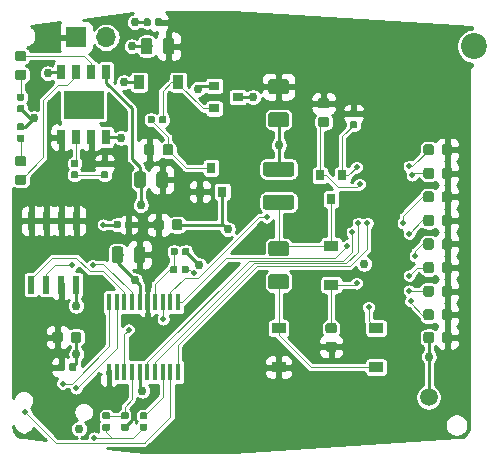
<source format=gbr>
G04 #@! TF.GenerationSoftware,KiCad,Pcbnew,(5.1.4)*
G04 #@! TF.CreationDate,2019-12-13T22:41:35+01:00*
G04 #@! TF.ProjectId,hardware,68617264-7761-4726-952e-6b696361645f,rev?*
G04 #@! TF.SameCoordinates,Original*
G04 #@! TF.FileFunction,Copper,L1,Top*
G04 #@! TF.FilePolarity,Positive*
%FSLAX46Y46*%
G04 Gerber Fmt 4.6, Leading zero omitted, Abs format (unit mm)*
G04 Created by KiCad (PCBNEW (5.1.4)) date 2019-12-13 22:41:35*
%MOMM*%
%LPD*%
G04 APERTURE LIST*
%ADD10C,0.100000*%
%ADD11C,1.250000*%
%ADD12C,0.975000*%
%ADD13C,0.875000*%
%ADD14C,0.590000*%
%ADD15R,0.900000X1.200000*%
%ADD16R,1.200000X0.900000*%
%ADD17R,0.700000X1.300000*%
%ADD18R,1.700000X1.700000*%
%ADD19O,1.700000X1.700000*%
%ADD20R,0.900000X0.800000*%
%ADD21R,0.800000X0.900000*%
%ADD22C,1.500000*%
%ADD23R,0.450000X1.450000*%
%ADD24R,0.600000X1.550000*%
%ADD25C,2.200000*%
%ADD26C,0.450000*%
%ADD27C,0.762000*%
%ADD28C,0.500000*%
%ADD29C,0.254000*%
%ADD30C,0.114300*%
G04 APERTURE END LIST*
D10*
G36*
X30050000Y-126295260D02*
G01*
X30050000Y-123895000D01*
X33450370Y-123895000D01*
X33450370Y-126295260D01*
X30050000Y-126295260D01*
G37*
G36*
X48909504Y-122941204D02*
G01*
X48933773Y-122944804D01*
X48957571Y-122950765D01*
X48980671Y-122959030D01*
X49002849Y-122969520D01*
X49023893Y-122982133D01*
X49043598Y-122996747D01*
X49061777Y-123013223D01*
X49078253Y-123031402D01*
X49092867Y-123051107D01*
X49105480Y-123072151D01*
X49115970Y-123094329D01*
X49124235Y-123117429D01*
X49130196Y-123141227D01*
X49133796Y-123165496D01*
X49135000Y-123190000D01*
X49135000Y-123940000D01*
X49133796Y-123964504D01*
X49130196Y-123988773D01*
X49124235Y-124012571D01*
X49115970Y-124035671D01*
X49105480Y-124057849D01*
X49092867Y-124078893D01*
X49078253Y-124098598D01*
X49061777Y-124116777D01*
X49043598Y-124133253D01*
X49023893Y-124147867D01*
X49002849Y-124160480D01*
X48980671Y-124170970D01*
X48957571Y-124179235D01*
X48933773Y-124185196D01*
X48909504Y-124188796D01*
X48885000Y-124190000D01*
X47635000Y-124190000D01*
X47610496Y-124188796D01*
X47586227Y-124185196D01*
X47562429Y-124179235D01*
X47539329Y-124170970D01*
X47517151Y-124160480D01*
X47496107Y-124147867D01*
X47476402Y-124133253D01*
X47458223Y-124116777D01*
X47441747Y-124098598D01*
X47427133Y-124078893D01*
X47414520Y-124057849D01*
X47404030Y-124035671D01*
X47395765Y-124012571D01*
X47389804Y-123988773D01*
X47386204Y-123964504D01*
X47385000Y-123940000D01*
X47385000Y-123190000D01*
X47386204Y-123165496D01*
X47389804Y-123141227D01*
X47395765Y-123117429D01*
X47404030Y-123094329D01*
X47414520Y-123072151D01*
X47427133Y-123051107D01*
X47441747Y-123031402D01*
X47458223Y-123013223D01*
X47476402Y-122996747D01*
X47496107Y-122982133D01*
X47517151Y-122969520D01*
X47539329Y-122959030D01*
X47562429Y-122950765D01*
X47586227Y-122944804D01*
X47610496Y-122941204D01*
X47635000Y-122940000D01*
X48885000Y-122940000D01*
X48909504Y-122941204D01*
X48909504Y-122941204D01*
G37*
D11*
X48260000Y-123565000D03*
D10*
G36*
X48909504Y-125741204D02*
G01*
X48933773Y-125744804D01*
X48957571Y-125750765D01*
X48980671Y-125759030D01*
X49002849Y-125769520D01*
X49023893Y-125782133D01*
X49043598Y-125796747D01*
X49061777Y-125813223D01*
X49078253Y-125831402D01*
X49092867Y-125851107D01*
X49105480Y-125872151D01*
X49115970Y-125894329D01*
X49124235Y-125917429D01*
X49130196Y-125941227D01*
X49133796Y-125965496D01*
X49135000Y-125990000D01*
X49135000Y-126740000D01*
X49133796Y-126764504D01*
X49130196Y-126788773D01*
X49124235Y-126812571D01*
X49115970Y-126835671D01*
X49105480Y-126857849D01*
X49092867Y-126878893D01*
X49078253Y-126898598D01*
X49061777Y-126916777D01*
X49043598Y-126933253D01*
X49023893Y-126947867D01*
X49002849Y-126960480D01*
X48980671Y-126970970D01*
X48957571Y-126979235D01*
X48933773Y-126985196D01*
X48909504Y-126988796D01*
X48885000Y-126990000D01*
X47635000Y-126990000D01*
X47610496Y-126988796D01*
X47586227Y-126985196D01*
X47562429Y-126979235D01*
X47539329Y-126970970D01*
X47517151Y-126960480D01*
X47496107Y-126947867D01*
X47476402Y-126933253D01*
X47458223Y-126916777D01*
X47441747Y-126898598D01*
X47427133Y-126878893D01*
X47414520Y-126857849D01*
X47404030Y-126835671D01*
X47395765Y-126812571D01*
X47389804Y-126788773D01*
X47386204Y-126764504D01*
X47385000Y-126740000D01*
X47385000Y-125990000D01*
X47386204Y-125965496D01*
X47389804Y-125941227D01*
X47395765Y-125917429D01*
X47404030Y-125894329D01*
X47414520Y-125872151D01*
X47427133Y-125851107D01*
X47441747Y-125831402D01*
X47458223Y-125813223D01*
X47476402Y-125796747D01*
X47496107Y-125782133D01*
X47517151Y-125769520D01*
X47539329Y-125759030D01*
X47562429Y-125750765D01*
X47586227Y-125744804D01*
X47610496Y-125741204D01*
X47635000Y-125740000D01*
X48885000Y-125740000D01*
X48909504Y-125741204D01*
X48909504Y-125741204D01*
G37*
D11*
X48260000Y-126365000D03*
D10*
G36*
X37351642Y-119443174D02*
G01*
X37375303Y-119446684D01*
X37398507Y-119452496D01*
X37421029Y-119460554D01*
X37442653Y-119470782D01*
X37463170Y-119483079D01*
X37482383Y-119497329D01*
X37500107Y-119513393D01*
X37516171Y-119531117D01*
X37530421Y-119550330D01*
X37542718Y-119570847D01*
X37552946Y-119592471D01*
X37561004Y-119614993D01*
X37566816Y-119638197D01*
X37570326Y-119661858D01*
X37571500Y-119685750D01*
X37571500Y-120598250D01*
X37570326Y-120622142D01*
X37566816Y-120645803D01*
X37561004Y-120669007D01*
X37552946Y-120691529D01*
X37542718Y-120713153D01*
X37530421Y-120733670D01*
X37516171Y-120752883D01*
X37500107Y-120770607D01*
X37482383Y-120786671D01*
X37463170Y-120800921D01*
X37442653Y-120813218D01*
X37421029Y-120823446D01*
X37398507Y-120831504D01*
X37375303Y-120837316D01*
X37351642Y-120840826D01*
X37327750Y-120842000D01*
X36840250Y-120842000D01*
X36816358Y-120840826D01*
X36792697Y-120837316D01*
X36769493Y-120831504D01*
X36746971Y-120823446D01*
X36725347Y-120813218D01*
X36704830Y-120800921D01*
X36685617Y-120786671D01*
X36667893Y-120770607D01*
X36651829Y-120752883D01*
X36637579Y-120733670D01*
X36625282Y-120713153D01*
X36615054Y-120691529D01*
X36606996Y-120669007D01*
X36601184Y-120645803D01*
X36597674Y-120622142D01*
X36596500Y-120598250D01*
X36596500Y-119685750D01*
X36597674Y-119661858D01*
X36601184Y-119638197D01*
X36606996Y-119614993D01*
X36615054Y-119592471D01*
X36625282Y-119570847D01*
X36637579Y-119550330D01*
X36651829Y-119531117D01*
X36667893Y-119513393D01*
X36685617Y-119497329D01*
X36704830Y-119483079D01*
X36725347Y-119470782D01*
X36746971Y-119460554D01*
X36769493Y-119452496D01*
X36792697Y-119446684D01*
X36816358Y-119443174D01*
X36840250Y-119442000D01*
X37327750Y-119442000D01*
X37351642Y-119443174D01*
X37351642Y-119443174D01*
G37*
D12*
X37084000Y-120142000D03*
D10*
G36*
X39226642Y-119443174D02*
G01*
X39250303Y-119446684D01*
X39273507Y-119452496D01*
X39296029Y-119460554D01*
X39317653Y-119470782D01*
X39338170Y-119483079D01*
X39357383Y-119497329D01*
X39375107Y-119513393D01*
X39391171Y-119531117D01*
X39405421Y-119550330D01*
X39417718Y-119570847D01*
X39427946Y-119592471D01*
X39436004Y-119614993D01*
X39441816Y-119638197D01*
X39445326Y-119661858D01*
X39446500Y-119685750D01*
X39446500Y-120598250D01*
X39445326Y-120622142D01*
X39441816Y-120645803D01*
X39436004Y-120669007D01*
X39427946Y-120691529D01*
X39417718Y-120713153D01*
X39405421Y-120733670D01*
X39391171Y-120752883D01*
X39375107Y-120770607D01*
X39357383Y-120786671D01*
X39338170Y-120800921D01*
X39317653Y-120813218D01*
X39296029Y-120823446D01*
X39273507Y-120831504D01*
X39250303Y-120837316D01*
X39226642Y-120840826D01*
X39202750Y-120842000D01*
X38715250Y-120842000D01*
X38691358Y-120840826D01*
X38667697Y-120837316D01*
X38644493Y-120831504D01*
X38621971Y-120823446D01*
X38600347Y-120813218D01*
X38579830Y-120800921D01*
X38560617Y-120786671D01*
X38542893Y-120770607D01*
X38526829Y-120752883D01*
X38512579Y-120733670D01*
X38500282Y-120713153D01*
X38490054Y-120691529D01*
X38481996Y-120669007D01*
X38476184Y-120645803D01*
X38472674Y-120622142D01*
X38471500Y-120598250D01*
X38471500Y-119685750D01*
X38472674Y-119661858D01*
X38476184Y-119638197D01*
X38481996Y-119614993D01*
X38490054Y-119592471D01*
X38500282Y-119570847D01*
X38512579Y-119550330D01*
X38526829Y-119531117D01*
X38542893Y-119513393D01*
X38560617Y-119497329D01*
X38579830Y-119483079D01*
X38600347Y-119470782D01*
X38621971Y-119460554D01*
X38644493Y-119452496D01*
X38667697Y-119446684D01*
X38691358Y-119443174D01*
X38715250Y-119442000D01*
X39202750Y-119442000D01*
X39226642Y-119443174D01*
X39226642Y-119443174D01*
G37*
D12*
X38959000Y-120142000D03*
D10*
G36*
X38670142Y-130746174D02*
G01*
X38693803Y-130749684D01*
X38717007Y-130755496D01*
X38739529Y-130763554D01*
X38761153Y-130773782D01*
X38781670Y-130786079D01*
X38800883Y-130800329D01*
X38818607Y-130816393D01*
X38834671Y-130834117D01*
X38848921Y-130853330D01*
X38861218Y-130873847D01*
X38871446Y-130895471D01*
X38879504Y-130917993D01*
X38885316Y-130941197D01*
X38888826Y-130964858D01*
X38890000Y-130988750D01*
X38890000Y-131901250D01*
X38888826Y-131925142D01*
X38885316Y-131948803D01*
X38879504Y-131972007D01*
X38871446Y-131994529D01*
X38861218Y-132016153D01*
X38848921Y-132036670D01*
X38834671Y-132055883D01*
X38818607Y-132073607D01*
X38800883Y-132089671D01*
X38781670Y-132103921D01*
X38761153Y-132116218D01*
X38739529Y-132126446D01*
X38717007Y-132134504D01*
X38693803Y-132140316D01*
X38670142Y-132143826D01*
X38646250Y-132145000D01*
X38158750Y-132145000D01*
X38134858Y-132143826D01*
X38111197Y-132140316D01*
X38087993Y-132134504D01*
X38065471Y-132126446D01*
X38043847Y-132116218D01*
X38023330Y-132103921D01*
X38004117Y-132089671D01*
X37986393Y-132073607D01*
X37970329Y-132055883D01*
X37956079Y-132036670D01*
X37943782Y-132016153D01*
X37933554Y-131994529D01*
X37925496Y-131972007D01*
X37919684Y-131948803D01*
X37916174Y-131925142D01*
X37915000Y-131901250D01*
X37915000Y-130988750D01*
X37916174Y-130964858D01*
X37919684Y-130941197D01*
X37925496Y-130917993D01*
X37933554Y-130895471D01*
X37943782Y-130873847D01*
X37956079Y-130853330D01*
X37970329Y-130834117D01*
X37986393Y-130816393D01*
X38004117Y-130800329D01*
X38023330Y-130786079D01*
X38043847Y-130773782D01*
X38065471Y-130763554D01*
X38087993Y-130755496D01*
X38111197Y-130749684D01*
X38134858Y-130746174D01*
X38158750Y-130745000D01*
X38646250Y-130745000D01*
X38670142Y-130746174D01*
X38670142Y-130746174D01*
G37*
D12*
X38402500Y-131445000D03*
D10*
G36*
X36795142Y-130746174D02*
G01*
X36818803Y-130749684D01*
X36842007Y-130755496D01*
X36864529Y-130763554D01*
X36886153Y-130773782D01*
X36906670Y-130786079D01*
X36925883Y-130800329D01*
X36943607Y-130816393D01*
X36959671Y-130834117D01*
X36973921Y-130853330D01*
X36986218Y-130873847D01*
X36996446Y-130895471D01*
X37004504Y-130917993D01*
X37010316Y-130941197D01*
X37013826Y-130964858D01*
X37015000Y-130988750D01*
X37015000Y-131901250D01*
X37013826Y-131925142D01*
X37010316Y-131948803D01*
X37004504Y-131972007D01*
X36996446Y-131994529D01*
X36986218Y-132016153D01*
X36973921Y-132036670D01*
X36959671Y-132055883D01*
X36943607Y-132073607D01*
X36925883Y-132089671D01*
X36906670Y-132103921D01*
X36886153Y-132116218D01*
X36864529Y-132126446D01*
X36842007Y-132134504D01*
X36818803Y-132140316D01*
X36795142Y-132143826D01*
X36771250Y-132145000D01*
X36283750Y-132145000D01*
X36259858Y-132143826D01*
X36236197Y-132140316D01*
X36212993Y-132134504D01*
X36190471Y-132126446D01*
X36168847Y-132116218D01*
X36148330Y-132103921D01*
X36129117Y-132089671D01*
X36111393Y-132073607D01*
X36095329Y-132055883D01*
X36081079Y-132036670D01*
X36068782Y-132016153D01*
X36058554Y-131994529D01*
X36050496Y-131972007D01*
X36044684Y-131948803D01*
X36041174Y-131925142D01*
X36040000Y-131901250D01*
X36040000Y-130988750D01*
X36041174Y-130964858D01*
X36044684Y-130941197D01*
X36050496Y-130917993D01*
X36058554Y-130895471D01*
X36068782Y-130873847D01*
X36081079Y-130853330D01*
X36095329Y-130834117D01*
X36111393Y-130816393D01*
X36129117Y-130800329D01*
X36148330Y-130786079D01*
X36168847Y-130773782D01*
X36190471Y-130763554D01*
X36212993Y-130755496D01*
X36236197Y-130749684D01*
X36259858Y-130746174D01*
X36283750Y-130745000D01*
X36771250Y-130745000D01*
X36795142Y-130746174D01*
X36795142Y-130746174D01*
G37*
D12*
X36527500Y-131445000D03*
D10*
G36*
X48909504Y-139461204D02*
G01*
X48933773Y-139464804D01*
X48957571Y-139470765D01*
X48980671Y-139479030D01*
X49002849Y-139489520D01*
X49023893Y-139502133D01*
X49043598Y-139516747D01*
X49061777Y-139533223D01*
X49078253Y-139551402D01*
X49092867Y-139571107D01*
X49105480Y-139592151D01*
X49115970Y-139614329D01*
X49124235Y-139637429D01*
X49130196Y-139661227D01*
X49133796Y-139685496D01*
X49135000Y-139710000D01*
X49135000Y-140460000D01*
X49133796Y-140484504D01*
X49130196Y-140508773D01*
X49124235Y-140532571D01*
X49115970Y-140555671D01*
X49105480Y-140577849D01*
X49092867Y-140598893D01*
X49078253Y-140618598D01*
X49061777Y-140636777D01*
X49043598Y-140653253D01*
X49023893Y-140667867D01*
X49002849Y-140680480D01*
X48980671Y-140690970D01*
X48957571Y-140699235D01*
X48933773Y-140705196D01*
X48909504Y-140708796D01*
X48885000Y-140710000D01*
X47635000Y-140710000D01*
X47610496Y-140708796D01*
X47586227Y-140705196D01*
X47562429Y-140699235D01*
X47539329Y-140690970D01*
X47517151Y-140680480D01*
X47496107Y-140667867D01*
X47476402Y-140653253D01*
X47458223Y-140636777D01*
X47441747Y-140618598D01*
X47427133Y-140598893D01*
X47414520Y-140577849D01*
X47404030Y-140555671D01*
X47395765Y-140532571D01*
X47389804Y-140508773D01*
X47386204Y-140484504D01*
X47385000Y-140460000D01*
X47385000Y-139710000D01*
X47386204Y-139685496D01*
X47389804Y-139661227D01*
X47395765Y-139637429D01*
X47404030Y-139614329D01*
X47414520Y-139592151D01*
X47427133Y-139571107D01*
X47441747Y-139551402D01*
X47458223Y-139533223D01*
X47476402Y-139516747D01*
X47496107Y-139502133D01*
X47517151Y-139489520D01*
X47539329Y-139479030D01*
X47562429Y-139470765D01*
X47586227Y-139464804D01*
X47610496Y-139461204D01*
X47635000Y-139460000D01*
X48885000Y-139460000D01*
X48909504Y-139461204D01*
X48909504Y-139461204D01*
G37*
D11*
X48260000Y-140085000D03*
D10*
G36*
X48909504Y-136661204D02*
G01*
X48933773Y-136664804D01*
X48957571Y-136670765D01*
X48980671Y-136679030D01*
X49002849Y-136689520D01*
X49023893Y-136702133D01*
X49043598Y-136716747D01*
X49061777Y-136733223D01*
X49078253Y-136751402D01*
X49092867Y-136771107D01*
X49105480Y-136792151D01*
X49115970Y-136814329D01*
X49124235Y-136837429D01*
X49130196Y-136861227D01*
X49133796Y-136885496D01*
X49135000Y-136910000D01*
X49135000Y-137660000D01*
X49133796Y-137684504D01*
X49130196Y-137708773D01*
X49124235Y-137732571D01*
X49115970Y-137755671D01*
X49105480Y-137777849D01*
X49092867Y-137798893D01*
X49078253Y-137818598D01*
X49061777Y-137836777D01*
X49043598Y-137853253D01*
X49023893Y-137867867D01*
X49002849Y-137880480D01*
X48980671Y-137890970D01*
X48957571Y-137899235D01*
X48933773Y-137905196D01*
X48909504Y-137908796D01*
X48885000Y-137910000D01*
X47635000Y-137910000D01*
X47610496Y-137908796D01*
X47586227Y-137905196D01*
X47562429Y-137899235D01*
X47539329Y-137890970D01*
X47517151Y-137880480D01*
X47496107Y-137867867D01*
X47476402Y-137853253D01*
X47458223Y-137836777D01*
X47441747Y-137818598D01*
X47427133Y-137798893D01*
X47414520Y-137777849D01*
X47404030Y-137755671D01*
X47395765Y-137732571D01*
X47389804Y-137708773D01*
X47386204Y-137684504D01*
X47385000Y-137660000D01*
X47385000Y-136910000D01*
X47386204Y-136885496D01*
X47389804Y-136861227D01*
X47395765Y-136837429D01*
X47404030Y-136814329D01*
X47414520Y-136792151D01*
X47427133Y-136771107D01*
X47441747Y-136751402D01*
X47458223Y-136733223D01*
X47476402Y-136716747D01*
X47496107Y-136702133D01*
X47517151Y-136689520D01*
X47539329Y-136679030D01*
X47562429Y-136670765D01*
X47586227Y-136664804D01*
X47610496Y-136661204D01*
X47635000Y-136660000D01*
X48885000Y-136660000D01*
X48909504Y-136661204D01*
X48909504Y-136661204D01*
G37*
D11*
X48260000Y-137285000D03*
D10*
G36*
X37552691Y-128431053D02*
G01*
X37573926Y-128434203D01*
X37594750Y-128439419D01*
X37614962Y-128446651D01*
X37634368Y-128455830D01*
X37652781Y-128466866D01*
X37670024Y-128479654D01*
X37685930Y-128494070D01*
X37700346Y-128509976D01*
X37713134Y-128527219D01*
X37724170Y-128545632D01*
X37733349Y-128565038D01*
X37740581Y-128585250D01*
X37745797Y-128606074D01*
X37748947Y-128627309D01*
X37750000Y-128648750D01*
X37750000Y-129161250D01*
X37748947Y-129182691D01*
X37745797Y-129203926D01*
X37740581Y-129224750D01*
X37733349Y-129244962D01*
X37724170Y-129264368D01*
X37713134Y-129282781D01*
X37700346Y-129300024D01*
X37685930Y-129315930D01*
X37670024Y-129330346D01*
X37652781Y-129343134D01*
X37634368Y-129354170D01*
X37614962Y-129363349D01*
X37594750Y-129370581D01*
X37573926Y-129375797D01*
X37552691Y-129378947D01*
X37531250Y-129380000D01*
X37093750Y-129380000D01*
X37072309Y-129378947D01*
X37051074Y-129375797D01*
X37030250Y-129370581D01*
X37010038Y-129363349D01*
X36990632Y-129354170D01*
X36972219Y-129343134D01*
X36954976Y-129330346D01*
X36939070Y-129315930D01*
X36924654Y-129300024D01*
X36911866Y-129282781D01*
X36900830Y-129264368D01*
X36891651Y-129244962D01*
X36884419Y-129224750D01*
X36879203Y-129203926D01*
X36876053Y-129182691D01*
X36875000Y-129161250D01*
X36875000Y-128648750D01*
X36876053Y-128627309D01*
X36879203Y-128606074D01*
X36884419Y-128585250D01*
X36891651Y-128565038D01*
X36900830Y-128545632D01*
X36911866Y-128527219D01*
X36924654Y-128509976D01*
X36939070Y-128494070D01*
X36954976Y-128479654D01*
X36972219Y-128466866D01*
X36990632Y-128455830D01*
X37010038Y-128446651D01*
X37030250Y-128439419D01*
X37051074Y-128434203D01*
X37072309Y-128431053D01*
X37093750Y-128430000D01*
X37531250Y-128430000D01*
X37552691Y-128431053D01*
X37552691Y-128431053D01*
G37*
D13*
X37312500Y-128905000D03*
D10*
G36*
X39127691Y-128431053D02*
G01*
X39148926Y-128434203D01*
X39169750Y-128439419D01*
X39189962Y-128446651D01*
X39209368Y-128455830D01*
X39227781Y-128466866D01*
X39245024Y-128479654D01*
X39260930Y-128494070D01*
X39275346Y-128509976D01*
X39288134Y-128527219D01*
X39299170Y-128545632D01*
X39308349Y-128565038D01*
X39315581Y-128585250D01*
X39320797Y-128606074D01*
X39323947Y-128627309D01*
X39325000Y-128648750D01*
X39325000Y-129161250D01*
X39323947Y-129182691D01*
X39320797Y-129203926D01*
X39315581Y-129224750D01*
X39308349Y-129244962D01*
X39299170Y-129264368D01*
X39288134Y-129282781D01*
X39275346Y-129300024D01*
X39260930Y-129315930D01*
X39245024Y-129330346D01*
X39227781Y-129343134D01*
X39209368Y-129354170D01*
X39189962Y-129363349D01*
X39169750Y-129370581D01*
X39148926Y-129375797D01*
X39127691Y-129378947D01*
X39106250Y-129380000D01*
X38668750Y-129380000D01*
X38647309Y-129378947D01*
X38626074Y-129375797D01*
X38605250Y-129370581D01*
X38585038Y-129363349D01*
X38565632Y-129354170D01*
X38547219Y-129343134D01*
X38529976Y-129330346D01*
X38514070Y-129315930D01*
X38499654Y-129300024D01*
X38486866Y-129282781D01*
X38475830Y-129264368D01*
X38466651Y-129244962D01*
X38459419Y-129224750D01*
X38454203Y-129203926D01*
X38451053Y-129182691D01*
X38450000Y-129161250D01*
X38450000Y-128648750D01*
X38451053Y-128627309D01*
X38454203Y-128606074D01*
X38459419Y-128585250D01*
X38466651Y-128565038D01*
X38475830Y-128545632D01*
X38486866Y-128527219D01*
X38499654Y-128509976D01*
X38514070Y-128494070D01*
X38529976Y-128479654D01*
X38547219Y-128466866D01*
X38565632Y-128455830D01*
X38585038Y-128446651D01*
X38605250Y-128439419D01*
X38626074Y-128434203D01*
X38647309Y-128431053D01*
X38668750Y-128430000D01*
X39106250Y-128430000D01*
X39127691Y-128431053D01*
X39127691Y-128431053D01*
G37*
D13*
X38887500Y-128905000D03*
D10*
G36*
X52982691Y-145151053D02*
G01*
X53003926Y-145154203D01*
X53024750Y-145159419D01*
X53044962Y-145166651D01*
X53064368Y-145175830D01*
X53082781Y-145186866D01*
X53100024Y-145199654D01*
X53115930Y-145214070D01*
X53130346Y-145229976D01*
X53143134Y-145247219D01*
X53154170Y-145265632D01*
X53163349Y-145285038D01*
X53170581Y-145305250D01*
X53175797Y-145326074D01*
X53178947Y-145347309D01*
X53180000Y-145368750D01*
X53180000Y-145806250D01*
X53178947Y-145827691D01*
X53175797Y-145848926D01*
X53170581Y-145869750D01*
X53163349Y-145889962D01*
X53154170Y-145909368D01*
X53143134Y-145927781D01*
X53130346Y-145945024D01*
X53115930Y-145960930D01*
X53100024Y-145975346D01*
X53082781Y-145988134D01*
X53064368Y-145999170D01*
X53044962Y-146008349D01*
X53024750Y-146015581D01*
X53003926Y-146020797D01*
X52982691Y-146023947D01*
X52961250Y-146025000D01*
X52448750Y-146025000D01*
X52427309Y-146023947D01*
X52406074Y-146020797D01*
X52385250Y-146015581D01*
X52365038Y-146008349D01*
X52345632Y-145999170D01*
X52327219Y-145988134D01*
X52309976Y-145975346D01*
X52294070Y-145960930D01*
X52279654Y-145945024D01*
X52266866Y-145927781D01*
X52255830Y-145909368D01*
X52246651Y-145889962D01*
X52239419Y-145869750D01*
X52234203Y-145848926D01*
X52231053Y-145827691D01*
X52230000Y-145806250D01*
X52230000Y-145368750D01*
X52231053Y-145347309D01*
X52234203Y-145326074D01*
X52239419Y-145305250D01*
X52246651Y-145285038D01*
X52255830Y-145265632D01*
X52266866Y-145247219D01*
X52279654Y-145229976D01*
X52294070Y-145214070D01*
X52309976Y-145199654D01*
X52327219Y-145186866D01*
X52345632Y-145175830D01*
X52365038Y-145166651D01*
X52385250Y-145159419D01*
X52406074Y-145154203D01*
X52427309Y-145151053D01*
X52448750Y-145150000D01*
X52961250Y-145150000D01*
X52982691Y-145151053D01*
X52982691Y-145151053D01*
G37*
D13*
X52705000Y-145587500D03*
D10*
G36*
X52982691Y-143576053D02*
G01*
X53003926Y-143579203D01*
X53024750Y-143584419D01*
X53044962Y-143591651D01*
X53064368Y-143600830D01*
X53082781Y-143611866D01*
X53100024Y-143624654D01*
X53115930Y-143639070D01*
X53130346Y-143654976D01*
X53143134Y-143672219D01*
X53154170Y-143690632D01*
X53163349Y-143710038D01*
X53170581Y-143730250D01*
X53175797Y-143751074D01*
X53178947Y-143772309D01*
X53180000Y-143793750D01*
X53180000Y-144231250D01*
X53178947Y-144252691D01*
X53175797Y-144273926D01*
X53170581Y-144294750D01*
X53163349Y-144314962D01*
X53154170Y-144334368D01*
X53143134Y-144352781D01*
X53130346Y-144370024D01*
X53115930Y-144385930D01*
X53100024Y-144400346D01*
X53082781Y-144413134D01*
X53064368Y-144424170D01*
X53044962Y-144433349D01*
X53024750Y-144440581D01*
X53003926Y-144445797D01*
X52982691Y-144448947D01*
X52961250Y-144450000D01*
X52448750Y-144450000D01*
X52427309Y-144448947D01*
X52406074Y-144445797D01*
X52385250Y-144440581D01*
X52365038Y-144433349D01*
X52345632Y-144424170D01*
X52327219Y-144413134D01*
X52309976Y-144400346D01*
X52294070Y-144385930D01*
X52279654Y-144370024D01*
X52266866Y-144352781D01*
X52255830Y-144334368D01*
X52246651Y-144314962D01*
X52239419Y-144294750D01*
X52234203Y-144273926D01*
X52231053Y-144252691D01*
X52230000Y-144231250D01*
X52230000Y-143793750D01*
X52231053Y-143772309D01*
X52234203Y-143751074D01*
X52239419Y-143730250D01*
X52246651Y-143710038D01*
X52255830Y-143690632D01*
X52266866Y-143672219D01*
X52279654Y-143654976D01*
X52294070Y-143639070D01*
X52309976Y-143624654D01*
X52327219Y-143611866D01*
X52345632Y-143600830D01*
X52365038Y-143591651D01*
X52385250Y-143584419D01*
X52406074Y-143579203D01*
X52427309Y-143576053D01*
X52448750Y-143575000D01*
X52961250Y-143575000D01*
X52982691Y-143576053D01*
X52982691Y-143576053D01*
G37*
D13*
X52705000Y-144012500D03*
D10*
G36*
X38340191Y-134781053D02*
G01*
X38361426Y-134784203D01*
X38382250Y-134789419D01*
X38402462Y-134796651D01*
X38421868Y-134805830D01*
X38440281Y-134816866D01*
X38457524Y-134829654D01*
X38473430Y-134844070D01*
X38487846Y-134859976D01*
X38500634Y-134877219D01*
X38511670Y-134895632D01*
X38520849Y-134915038D01*
X38528081Y-134935250D01*
X38533297Y-134956074D01*
X38536447Y-134977309D01*
X38537500Y-134998750D01*
X38537500Y-135511250D01*
X38536447Y-135532691D01*
X38533297Y-135553926D01*
X38528081Y-135574750D01*
X38520849Y-135594962D01*
X38511670Y-135614368D01*
X38500634Y-135632781D01*
X38487846Y-135650024D01*
X38473430Y-135665930D01*
X38457524Y-135680346D01*
X38440281Y-135693134D01*
X38421868Y-135704170D01*
X38402462Y-135713349D01*
X38382250Y-135720581D01*
X38361426Y-135725797D01*
X38340191Y-135728947D01*
X38318750Y-135730000D01*
X37881250Y-135730000D01*
X37859809Y-135728947D01*
X37838574Y-135725797D01*
X37817750Y-135720581D01*
X37797538Y-135713349D01*
X37778132Y-135704170D01*
X37759719Y-135693134D01*
X37742476Y-135680346D01*
X37726570Y-135665930D01*
X37712154Y-135650024D01*
X37699366Y-135632781D01*
X37688330Y-135614368D01*
X37679151Y-135594962D01*
X37671919Y-135574750D01*
X37666703Y-135553926D01*
X37663553Y-135532691D01*
X37662500Y-135511250D01*
X37662500Y-134998750D01*
X37663553Y-134977309D01*
X37666703Y-134956074D01*
X37671919Y-134935250D01*
X37679151Y-134915038D01*
X37688330Y-134895632D01*
X37699366Y-134877219D01*
X37712154Y-134859976D01*
X37726570Y-134844070D01*
X37742476Y-134829654D01*
X37759719Y-134816866D01*
X37778132Y-134805830D01*
X37797538Y-134796651D01*
X37817750Y-134789419D01*
X37838574Y-134784203D01*
X37859809Y-134781053D01*
X37881250Y-134780000D01*
X38318750Y-134780000D01*
X38340191Y-134781053D01*
X38340191Y-134781053D01*
G37*
D13*
X38100000Y-135255000D03*
D10*
G36*
X39915191Y-134781053D02*
G01*
X39936426Y-134784203D01*
X39957250Y-134789419D01*
X39977462Y-134796651D01*
X39996868Y-134805830D01*
X40015281Y-134816866D01*
X40032524Y-134829654D01*
X40048430Y-134844070D01*
X40062846Y-134859976D01*
X40075634Y-134877219D01*
X40086670Y-134895632D01*
X40095849Y-134915038D01*
X40103081Y-134935250D01*
X40108297Y-134956074D01*
X40111447Y-134977309D01*
X40112500Y-134998750D01*
X40112500Y-135511250D01*
X40111447Y-135532691D01*
X40108297Y-135553926D01*
X40103081Y-135574750D01*
X40095849Y-135594962D01*
X40086670Y-135614368D01*
X40075634Y-135632781D01*
X40062846Y-135650024D01*
X40048430Y-135665930D01*
X40032524Y-135680346D01*
X40015281Y-135693134D01*
X39996868Y-135704170D01*
X39977462Y-135713349D01*
X39957250Y-135720581D01*
X39936426Y-135725797D01*
X39915191Y-135728947D01*
X39893750Y-135730000D01*
X39456250Y-135730000D01*
X39434809Y-135728947D01*
X39413574Y-135725797D01*
X39392750Y-135720581D01*
X39372538Y-135713349D01*
X39353132Y-135704170D01*
X39334719Y-135693134D01*
X39317476Y-135680346D01*
X39301570Y-135665930D01*
X39287154Y-135650024D01*
X39274366Y-135632781D01*
X39263330Y-135614368D01*
X39254151Y-135594962D01*
X39246919Y-135574750D01*
X39241703Y-135553926D01*
X39238553Y-135532691D01*
X39237500Y-135511250D01*
X39237500Y-134998750D01*
X39238553Y-134977309D01*
X39241703Y-134956074D01*
X39246919Y-134935250D01*
X39254151Y-134915038D01*
X39263330Y-134895632D01*
X39274366Y-134877219D01*
X39287154Y-134859976D01*
X39301570Y-134844070D01*
X39317476Y-134829654D01*
X39334719Y-134816866D01*
X39353132Y-134805830D01*
X39372538Y-134796651D01*
X39392750Y-134789419D01*
X39413574Y-134784203D01*
X39434809Y-134781053D01*
X39456250Y-134780000D01*
X39893750Y-134780000D01*
X39915191Y-134781053D01*
X39915191Y-134781053D01*
G37*
D13*
X39675000Y-135255000D03*
D10*
G36*
X61200191Y-134418195D02*
G01*
X61221426Y-134421345D01*
X61242250Y-134426561D01*
X61262462Y-134433793D01*
X61281868Y-134442972D01*
X61300281Y-134454008D01*
X61317524Y-134466796D01*
X61333430Y-134481212D01*
X61347846Y-134497118D01*
X61360634Y-134514361D01*
X61371670Y-134532774D01*
X61380849Y-134552180D01*
X61388081Y-134572392D01*
X61393297Y-134593216D01*
X61396447Y-134614451D01*
X61397500Y-134635892D01*
X61397500Y-135148392D01*
X61396447Y-135169833D01*
X61393297Y-135191068D01*
X61388081Y-135211892D01*
X61380849Y-135232104D01*
X61371670Y-135251510D01*
X61360634Y-135269923D01*
X61347846Y-135287166D01*
X61333430Y-135303072D01*
X61317524Y-135317488D01*
X61300281Y-135330276D01*
X61281868Y-135341312D01*
X61262462Y-135350491D01*
X61242250Y-135357723D01*
X61221426Y-135362939D01*
X61200191Y-135366089D01*
X61178750Y-135367142D01*
X60741250Y-135367142D01*
X60719809Y-135366089D01*
X60698574Y-135362939D01*
X60677750Y-135357723D01*
X60657538Y-135350491D01*
X60638132Y-135341312D01*
X60619719Y-135330276D01*
X60602476Y-135317488D01*
X60586570Y-135303072D01*
X60572154Y-135287166D01*
X60559366Y-135269923D01*
X60548330Y-135251510D01*
X60539151Y-135232104D01*
X60531919Y-135211892D01*
X60526703Y-135191068D01*
X60523553Y-135169833D01*
X60522500Y-135148392D01*
X60522500Y-134635892D01*
X60523553Y-134614451D01*
X60526703Y-134593216D01*
X60531919Y-134572392D01*
X60539151Y-134552180D01*
X60548330Y-134532774D01*
X60559366Y-134514361D01*
X60572154Y-134497118D01*
X60586570Y-134481212D01*
X60602476Y-134466796D01*
X60619719Y-134454008D01*
X60638132Y-134442972D01*
X60657538Y-134433793D01*
X60677750Y-134426561D01*
X60698574Y-134421345D01*
X60719809Y-134418195D01*
X60741250Y-134417142D01*
X61178750Y-134417142D01*
X61200191Y-134418195D01*
X61200191Y-134418195D01*
G37*
D13*
X60960000Y-134892142D03*
D10*
G36*
X62775191Y-134418195D02*
G01*
X62796426Y-134421345D01*
X62817250Y-134426561D01*
X62837462Y-134433793D01*
X62856868Y-134442972D01*
X62875281Y-134454008D01*
X62892524Y-134466796D01*
X62908430Y-134481212D01*
X62922846Y-134497118D01*
X62935634Y-134514361D01*
X62946670Y-134532774D01*
X62955849Y-134552180D01*
X62963081Y-134572392D01*
X62968297Y-134593216D01*
X62971447Y-134614451D01*
X62972500Y-134635892D01*
X62972500Y-135148392D01*
X62971447Y-135169833D01*
X62968297Y-135191068D01*
X62963081Y-135211892D01*
X62955849Y-135232104D01*
X62946670Y-135251510D01*
X62935634Y-135269923D01*
X62922846Y-135287166D01*
X62908430Y-135303072D01*
X62892524Y-135317488D01*
X62875281Y-135330276D01*
X62856868Y-135341312D01*
X62837462Y-135350491D01*
X62817250Y-135357723D01*
X62796426Y-135362939D01*
X62775191Y-135366089D01*
X62753750Y-135367142D01*
X62316250Y-135367142D01*
X62294809Y-135366089D01*
X62273574Y-135362939D01*
X62252750Y-135357723D01*
X62232538Y-135350491D01*
X62213132Y-135341312D01*
X62194719Y-135330276D01*
X62177476Y-135317488D01*
X62161570Y-135303072D01*
X62147154Y-135287166D01*
X62134366Y-135269923D01*
X62123330Y-135251510D01*
X62114151Y-135232104D01*
X62106919Y-135211892D01*
X62101703Y-135191068D01*
X62098553Y-135169833D01*
X62097500Y-135148392D01*
X62097500Y-134635892D01*
X62098553Y-134614451D01*
X62101703Y-134593216D01*
X62106919Y-134572392D01*
X62114151Y-134552180D01*
X62123330Y-134532774D01*
X62134366Y-134514361D01*
X62147154Y-134497118D01*
X62161570Y-134481212D01*
X62177476Y-134466796D01*
X62194719Y-134454008D01*
X62213132Y-134442972D01*
X62232538Y-134433793D01*
X62252750Y-134426561D01*
X62273574Y-134421345D01*
X62294809Y-134418195D01*
X62316250Y-134417142D01*
X62753750Y-134417142D01*
X62775191Y-134418195D01*
X62775191Y-134418195D01*
G37*
D13*
X62535000Y-134892142D03*
D10*
G36*
X62775191Y-132422481D02*
G01*
X62796426Y-132425631D01*
X62817250Y-132430847D01*
X62837462Y-132438079D01*
X62856868Y-132447258D01*
X62875281Y-132458294D01*
X62892524Y-132471082D01*
X62908430Y-132485498D01*
X62922846Y-132501404D01*
X62935634Y-132518647D01*
X62946670Y-132537060D01*
X62955849Y-132556466D01*
X62963081Y-132576678D01*
X62968297Y-132597502D01*
X62971447Y-132618737D01*
X62972500Y-132640178D01*
X62972500Y-133152678D01*
X62971447Y-133174119D01*
X62968297Y-133195354D01*
X62963081Y-133216178D01*
X62955849Y-133236390D01*
X62946670Y-133255796D01*
X62935634Y-133274209D01*
X62922846Y-133291452D01*
X62908430Y-133307358D01*
X62892524Y-133321774D01*
X62875281Y-133334562D01*
X62856868Y-133345598D01*
X62837462Y-133354777D01*
X62817250Y-133362009D01*
X62796426Y-133367225D01*
X62775191Y-133370375D01*
X62753750Y-133371428D01*
X62316250Y-133371428D01*
X62294809Y-133370375D01*
X62273574Y-133367225D01*
X62252750Y-133362009D01*
X62232538Y-133354777D01*
X62213132Y-133345598D01*
X62194719Y-133334562D01*
X62177476Y-133321774D01*
X62161570Y-133307358D01*
X62147154Y-133291452D01*
X62134366Y-133274209D01*
X62123330Y-133255796D01*
X62114151Y-133236390D01*
X62106919Y-133216178D01*
X62101703Y-133195354D01*
X62098553Y-133174119D01*
X62097500Y-133152678D01*
X62097500Y-132640178D01*
X62098553Y-132618737D01*
X62101703Y-132597502D01*
X62106919Y-132576678D01*
X62114151Y-132556466D01*
X62123330Y-132537060D01*
X62134366Y-132518647D01*
X62147154Y-132501404D01*
X62161570Y-132485498D01*
X62177476Y-132471082D01*
X62194719Y-132458294D01*
X62213132Y-132447258D01*
X62232538Y-132438079D01*
X62252750Y-132430847D01*
X62273574Y-132425631D01*
X62294809Y-132422481D01*
X62316250Y-132421428D01*
X62753750Y-132421428D01*
X62775191Y-132422481D01*
X62775191Y-132422481D01*
G37*
D13*
X62535000Y-132896428D03*
D10*
G36*
X61200191Y-132422481D02*
G01*
X61221426Y-132425631D01*
X61242250Y-132430847D01*
X61262462Y-132438079D01*
X61281868Y-132447258D01*
X61300281Y-132458294D01*
X61317524Y-132471082D01*
X61333430Y-132485498D01*
X61347846Y-132501404D01*
X61360634Y-132518647D01*
X61371670Y-132537060D01*
X61380849Y-132556466D01*
X61388081Y-132576678D01*
X61393297Y-132597502D01*
X61396447Y-132618737D01*
X61397500Y-132640178D01*
X61397500Y-133152678D01*
X61396447Y-133174119D01*
X61393297Y-133195354D01*
X61388081Y-133216178D01*
X61380849Y-133236390D01*
X61371670Y-133255796D01*
X61360634Y-133274209D01*
X61347846Y-133291452D01*
X61333430Y-133307358D01*
X61317524Y-133321774D01*
X61300281Y-133334562D01*
X61281868Y-133345598D01*
X61262462Y-133354777D01*
X61242250Y-133362009D01*
X61221426Y-133367225D01*
X61200191Y-133370375D01*
X61178750Y-133371428D01*
X60741250Y-133371428D01*
X60719809Y-133370375D01*
X60698574Y-133367225D01*
X60677750Y-133362009D01*
X60657538Y-133354777D01*
X60638132Y-133345598D01*
X60619719Y-133334562D01*
X60602476Y-133321774D01*
X60586570Y-133307358D01*
X60572154Y-133291452D01*
X60559366Y-133274209D01*
X60548330Y-133255796D01*
X60539151Y-133236390D01*
X60531919Y-133216178D01*
X60526703Y-133195354D01*
X60523553Y-133174119D01*
X60522500Y-133152678D01*
X60522500Y-132640178D01*
X60523553Y-132618737D01*
X60526703Y-132597502D01*
X60531919Y-132576678D01*
X60539151Y-132556466D01*
X60548330Y-132537060D01*
X60559366Y-132518647D01*
X60572154Y-132501404D01*
X60586570Y-132485498D01*
X60602476Y-132471082D01*
X60619719Y-132458294D01*
X60638132Y-132447258D01*
X60657538Y-132438079D01*
X60677750Y-132430847D01*
X60698574Y-132425631D01*
X60719809Y-132422481D01*
X60741250Y-132421428D01*
X61178750Y-132421428D01*
X61200191Y-132422481D01*
X61200191Y-132422481D01*
G37*
D13*
X60960000Y-132896428D03*
D10*
G36*
X62775191Y-140405337D02*
G01*
X62796426Y-140408487D01*
X62817250Y-140413703D01*
X62837462Y-140420935D01*
X62856868Y-140430114D01*
X62875281Y-140441150D01*
X62892524Y-140453938D01*
X62908430Y-140468354D01*
X62922846Y-140484260D01*
X62935634Y-140501503D01*
X62946670Y-140519916D01*
X62955849Y-140539322D01*
X62963081Y-140559534D01*
X62968297Y-140580358D01*
X62971447Y-140601593D01*
X62972500Y-140623034D01*
X62972500Y-141135534D01*
X62971447Y-141156975D01*
X62968297Y-141178210D01*
X62963081Y-141199034D01*
X62955849Y-141219246D01*
X62946670Y-141238652D01*
X62935634Y-141257065D01*
X62922846Y-141274308D01*
X62908430Y-141290214D01*
X62892524Y-141304630D01*
X62875281Y-141317418D01*
X62856868Y-141328454D01*
X62837462Y-141337633D01*
X62817250Y-141344865D01*
X62796426Y-141350081D01*
X62775191Y-141353231D01*
X62753750Y-141354284D01*
X62316250Y-141354284D01*
X62294809Y-141353231D01*
X62273574Y-141350081D01*
X62252750Y-141344865D01*
X62232538Y-141337633D01*
X62213132Y-141328454D01*
X62194719Y-141317418D01*
X62177476Y-141304630D01*
X62161570Y-141290214D01*
X62147154Y-141274308D01*
X62134366Y-141257065D01*
X62123330Y-141238652D01*
X62114151Y-141219246D01*
X62106919Y-141199034D01*
X62101703Y-141178210D01*
X62098553Y-141156975D01*
X62097500Y-141135534D01*
X62097500Y-140623034D01*
X62098553Y-140601593D01*
X62101703Y-140580358D01*
X62106919Y-140559534D01*
X62114151Y-140539322D01*
X62123330Y-140519916D01*
X62134366Y-140501503D01*
X62147154Y-140484260D01*
X62161570Y-140468354D01*
X62177476Y-140453938D01*
X62194719Y-140441150D01*
X62213132Y-140430114D01*
X62232538Y-140420935D01*
X62252750Y-140413703D01*
X62273574Y-140408487D01*
X62294809Y-140405337D01*
X62316250Y-140404284D01*
X62753750Y-140404284D01*
X62775191Y-140405337D01*
X62775191Y-140405337D01*
G37*
D13*
X62535000Y-140879284D03*
D10*
G36*
X61200191Y-140405337D02*
G01*
X61221426Y-140408487D01*
X61242250Y-140413703D01*
X61262462Y-140420935D01*
X61281868Y-140430114D01*
X61300281Y-140441150D01*
X61317524Y-140453938D01*
X61333430Y-140468354D01*
X61347846Y-140484260D01*
X61360634Y-140501503D01*
X61371670Y-140519916D01*
X61380849Y-140539322D01*
X61388081Y-140559534D01*
X61393297Y-140580358D01*
X61396447Y-140601593D01*
X61397500Y-140623034D01*
X61397500Y-141135534D01*
X61396447Y-141156975D01*
X61393297Y-141178210D01*
X61388081Y-141199034D01*
X61380849Y-141219246D01*
X61371670Y-141238652D01*
X61360634Y-141257065D01*
X61347846Y-141274308D01*
X61333430Y-141290214D01*
X61317524Y-141304630D01*
X61300281Y-141317418D01*
X61281868Y-141328454D01*
X61262462Y-141337633D01*
X61242250Y-141344865D01*
X61221426Y-141350081D01*
X61200191Y-141353231D01*
X61178750Y-141354284D01*
X60741250Y-141354284D01*
X60719809Y-141353231D01*
X60698574Y-141350081D01*
X60677750Y-141344865D01*
X60657538Y-141337633D01*
X60638132Y-141328454D01*
X60619719Y-141317418D01*
X60602476Y-141304630D01*
X60586570Y-141290214D01*
X60572154Y-141274308D01*
X60559366Y-141257065D01*
X60548330Y-141238652D01*
X60539151Y-141219246D01*
X60531919Y-141199034D01*
X60526703Y-141178210D01*
X60523553Y-141156975D01*
X60522500Y-141135534D01*
X60522500Y-140623034D01*
X60523553Y-140601593D01*
X60526703Y-140580358D01*
X60531919Y-140559534D01*
X60539151Y-140539322D01*
X60548330Y-140519916D01*
X60559366Y-140501503D01*
X60572154Y-140484260D01*
X60586570Y-140468354D01*
X60602476Y-140453938D01*
X60619719Y-140441150D01*
X60638132Y-140430114D01*
X60657538Y-140420935D01*
X60677750Y-140413703D01*
X60698574Y-140408487D01*
X60719809Y-140405337D01*
X60741250Y-140404284D01*
X61178750Y-140404284D01*
X61200191Y-140405337D01*
X61200191Y-140405337D01*
G37*
D13*
X60960000Y-140879284D03*
D10*
G36*
X61200191Y-128431053D02*
G01*
X61221426Y-128434203D01*
X61242250Y-128439419D01*
X61262462Y-128446651D01*
X61281868Y-128455830D01*
X61300281Y-128466866D01*
X61317524Y-128479654D01*
X61333430Y-128494070D01*
X61347846Y-128509976D01*
X61360634Y-128527219D01*
X61371670Y-128545632D01*
X61380849Y-128565038D01*
X61388081Y-128585250D01*
X61393297Y-128606074D01*
X61396447Y-128627309D01*
X61397500Y-128648750D01*
X61397500Y-129161250D01*
X61396447Y-129182691D01*
X61393297Y-129203926D01*
X61388081Y-129224750D01*
X61380849Y-129244962D01*
X61371670Y-129264368D01*
X61360634Y-129282781D01*
X61347846Y-129300024D01*
X61333430Y-129315930D01*
X61317524Y-129330346D01*
X61300281Y-129343134D01*
X61281868Y-129354170D01*
X61262462Y-129363349D01*
X61242250Y-129370581D01*
X61221426Y-129375797D01*
X61200191Y-129378947D01*
X61178750Y-129380000D01*
X60741250Y-129380000D01*
X60719809Y-129378947D01*
X60698574Y-129375797D01*
X60677750Y-129370581D01*
X60657538Y-129363349D01*
X60638132Y-129354170D01*
X60619719Y-129343134D01*
X60602476Y-129330346D01*
X60586570Y-129315930D01*
X60572154Y-129300024D01*
X60559366Y-129282781D01*
X60548330Y-129264368D01*
X60539151Y-129244962D01*
X60531919Y-129224750D01*
X60526703Y-129203926D01*
X60523553Y-129182691D01*
X60522500Y-129161250D01*
X60522500Y-128648750D01*
X60523553Y-128627309D01*
X60526703Y-128606074D01*
X60531919Y-128585250D01*
X60539151Y-128565038D01*
X60548330Y-128545632D01*
X60559366Y-128527219D01*
X60572154Y-128509976D01*
X60586570Y-128494070D01*
X60602476Y-128479654D01*
X60619719Y-128466866D01*
X60638132Y-128455830D01*
X60657538Y-128446651D01*
X60677750Y-128439419D01*
X60698574Y-128434203D01*
X60719809Y-128431053D01*
X60741250Y-128430000D01*
X61178750Y-128430000D01*
X61200191Y-128431053D01*
X61200191Y-128431053D01*
G37*
D13*
X60960000Y-128905000D03*
D10*
G36*
X62775191Y-128431053D02*
G01*
X62796426Y-128434203D01*
X62817250Y-128439419D01*
X62837462Y-128446651D01*
X62856868Y-128455830D01*
X62875281Y-128466866D01*
X62892524Y-128479654D01*
X62908430Y-128494070D01*
X62922846Y-128509976D01*
X62935634Y-128527219D01*
X62946670Y-128545632D01*
X62955849Y-128565038D01*
X62963081Y-128585250D01*
X62968297Y-128606074D01*
X62971447Y-128627309D01*
X62972500Y-128648750D01*
X62972500Y-129161250D01*
X62971447Y-129182691D01*
X62968297Y-129203926D01*
X62963081Y-129224750D01*
X62955849Y-129244962D01*
X62946670Y-129264368D01*
X62935634Y-129282781D01*
X62922846Y-129300024D01*
X62908430Y-129315930D01*
X62892524Y-129330346D01*
X62875281Y-129343134D01*
X62856868Y-129354170D01*
X62837462Y-129363349D01*
X62817250Y-129370581D01*
X62796426Y-129375797D01*
X62775191Y-129378947D01*
X62753750Y-129380000D01*
X62316250Y-129380000D01*
X62294809Y-129378947D01*
X62273574Y-129375797D01*
X62252750Y-129370581D01*
X62232538Y-129363349D01*
X62213132Y-129354170D01*
X62194719Y-129343134D01*
X62177476Y-129330346D01*
X62161570Y-129315930D01*
X62147154Y-129300024D01*
X62134366Y-129282781D01*
X62123330Y-129264368D01*
X62114151Y-129244962D01*
X62106919Y-129224750D01*
X62101703Y-129203926D01*
X62098553Y-129182691D01*
X62097500Y-129161250D01*
X62097500Y-128648750D01*
X62098553Y-128627309D01*
X62101703Y-128606074D01*
X62106919Y-128585250D01*
X62114151Y-128565038D01*
X62123330Y-128545632D01*
X62134366Y-128527219D01*
X62147154Y-128509976D01*
X62161570Y-128494070D01*
X62177476Y-128479654D01*
X62194719Y-128466866D01*
X62213132Y-128455830D01*
X62232538Y-128446651D01*
X62252750Y-128439419D01*
X62273574Y-128434203D01*
X62294809Y-128431053D01*
X62316250Y-128430000D01*
X62753750Y-128430000D01*
X62775191Y-128431053D01*
X62775191Y-128431053D01*
G37*
D13*
X62535000Y-128905000D03*
D10*
G36*
X62775191Y-136413909D02*
G01*
X62796426Y-136417059D01*
X62817250Y-136422275D01*
X62837462Y-136429507D01*
X62856868Y-136438686D01*
X62875281Y-136449722D01*
X62892524Y-136462510D01*
X62908430Y-136476926D01*
X62922846Y-136492832D01*
X62935634Y-136510075D01*
X62946670Y-136528488D01*
X62955849Y-136547894D01*
X62963081Y-136568106D01*
X62968297Y-136588930D01*
X62971447Y-136610165D01*
X62972500Y-136631606D01*
X62972500Y-137144106D01*
X62971447Y-137165547D01*
X62968297Y-137186782D01*
X62963081Y-137207606D01*
X62955849Y-137227818D01*
X62946670Y-137247224D01*
X62935634Y-137265637D01*
X62922846Y-137282880D01*
X62908430Y-137298786D01*
X62892524Y-137313202D01*
X62875281Y-137325990D01*
X62856868Y-137337026D01*
X62837462Y-137346205D01*
X62817250Y-137353437D01*
X62796426Y-137358653D01*
X62775191Y-137361803D01*
X62753750Y-137362856D01*
X62316250Y-137362856D01*
X62294809Y-137361803D01*
X62273574Y-137358653D01*
X62252750Y-137353437D01*
X62232538Y-137346205D01*
X62213132Y-137337026D01*
X62194719Y-137325990D01*
X62177476Y-137313202D01*
X62161570Y-137298786D01*
X62147154Y-137282880D01*
X62134366Y-137265637D01*
X62123330Y-137247224D01*
X62114151Y-137227818D01*
X62106919Y-137207606D01*
X62101703Y-137186782D01*
X62098553Y-137165547D01*
X62097500Y-137144106D01*
X62097500Y-136631606D01*
X62098553Y-136610165D01*
X62101703Y-136588930D01*
X62106919Y-136568106D01*
X62114151Y-136547894D01*
X62123330Y-136528488D01*
X62134366Y-136510075D01*
X62147154Y-136492832D01*
X62161570Y-136476926D01*
X62177476Y-136462510D01*
X62194719Y-136449722D01*
X62213132Y-136438686D01*
X62232538Y-136429507D01*
X62252750Y-136422275D01*
X62273574Y-136417059D01*
X62294809Y-136413909D01*
X62316250Y-136412856D01*
X62753750Y-136412856D01*
X62775191Y-136413909D01*
X62775191Y-136413909D01*
G37*
D13*
X62535000Y-136887856D03*
D10*
G36*
X61200191Y-136413909D02*
G01*
X61221426Y-136417059D01*
X61242250Y-136422275D01*
X61262462Y-136429507D01*
X61281868Y-136438686D01*
X61300281Y-136449722D01*
X61317524Y-136462510D01*
X61333430Y-136476926D01*
X61347846Y-136492832D01*
X61360634Y-136510075D01*
X61371670Y-136528488D01*
X61380849Y-136547894D01*
X61388081Y-136568106D01*
X61393297Y-136588930D01*
X61396447Y-136610165D01*
X61397500Y-136631606D01*
X61397500Y-137144106D01*
X61396447Y-137165547D01*
X61393297Y-137186782D01*
X61388081Y-137207606D01*
X61380849Y-137227818D01*
X61371670Y-137247224D01*
X61360634Y-137265637D01*
X61347846Y-137282880D01*
X61333430Y-137298786D01*
X61317524Y-137313202D01*
X61300281Y-137325990D01*
X61281868Y-137337026D01*
X61262462Y-137346205D01*
X61242250Y-137353437D01*
X61221426Y-137358653D01*
X61200191Y-137361803D01*
X61178750Y-137362856D01*
X60741250Y-137362856D01*
X60719809Y-137361803D01*
X60698574Y-137358653D01*
X60677750Y-137353437D01*
X60657538Y-137346205D01*
X60638132Y-137337026D01*
X60619719Y-137325990D01*
X60602476Y-137313202D01*
X60586570Y-137298786D01*
X60572154Y-137282880D01*
X60559366Y-137265637D01*
X60548330Y-137247224D01*
X60539151Y-137227818D01*
X60531919Y-137207606D01*
X60526703Y-137186782D01*
X60523553Y-137165547D01*
X60522500Y-137144106D01*
X60522500Y-136631606D01*
X60523553Y-136610165D01*
X60526703Y-136588930D01*
X60531919Y-136568106D01*
X60539151Y-136547894D01*
X60548330Y-136528488D01*
X60559366Y-136510075D01*
X60572154Y-136492832D01*
X60586570Y-136476926D01*
X60602476Y-136462510D01*
X60619719Y-136449722D01*
X60638132Y-136438686D01*
X60657538Y-136429507D01*
X60677750Y-136422275D01*
X60698574Y-136417059D01*
X60719809Y-136413909D01*
X60741250Y-136412856D01*
X61178750Y-136412856D01*
X61200191Y-136413909D01*
X61200191Y-136413909D01*
G37*
D13*
X60960000Y-136887856D03*
D10*
G36*
X61200191Y-138409623D02*
G01*
X61221426Y-138412773D01*
X61242250Y-138417989D01*
X61262462Y-138425221D01*
X61281868Y-138434400D01*
X61300281Y-138445436D01*
X61317524Y-138458224D01*
X61333430Y-138472640D01*
X61347846Y-138488546D01*
X61360634Y-138505789D01*
X61371670Y-138524202D01*
X61380849Y-138543608D01*
X61388081Y-138563820D01*
X61393297Y-138584644D01*
X61396447Y-138605879D01*
X61397500Y-138627320D01*
X61397500Y-139139820D01*
X61396447Y-139161261D01*
X61393297Y-139182496D01*
X61388081Y-139203320D01*
X61380849Y-139223532D01*
X61371670Y-139242938D01*
X61360634Y-139261351D01*
X61347846Y-139278594D01*
X61333430Y-139294500D01*
X61317524Y-139308916D01*
X61300281Y-139321704D01*
X61281868Y-139332740D01*
X61262462Y-139341919D01*
X61242250Y-139349151D01*
X61221426Y-139354367D01*
X61200191Y-139357517D01*
X61178750Y-139358570D01*
X60741250Y-139358570D01*
X60719809Y-139357517D01*
X60698574Y-139354367D01*
X60677750Y-139349151D01*
X60657538Y-139341919D01*
X60638132Y-139332740D01*
X60619719Y-139321704D01*
X60602476Y-139308916D01*
X60586570Y-139294500D01*
X60572154Y-139278594D01*
X60559366Y-139261351D01*
X60548330Y-139242938D01*
X60539151Y-139223532D01*
X60531919Y-139203320D01*
X60526703Y-139182496D01*
X60523553Y-139161261D01*
X60522500Y-139139820D01*
X60522500Y-138627320D01*
X60523553Y-138605879D01*
X60526703Y-138584644D01*
X60531919Y-138563820D01*
X60539151Y-138543608D01*
X60548330Y-138524202D01*
X60559366Y-138505789D01*
X60572154Y-138488546D01*
X60586570Y-138472640D01*
X60602476Y-138458224D01*
X60619719Y-138445436D01*
X60638132Y-138434400D01*
X60657538Y-138425221D01*
X60677750Y-138417989D01*
X60698574Y-138412773D01*
X60719809Y-138409623D01*
X60741250Y-138408570D01*
X61178750Y-138408570D01*
X61200191Y-138409623D01*
X61200191Y-138409623D01*
G37*
D13*
X60960000Y-138883570D03*
D10*
G36*
X62775191Y-138409623D02*
G01*
X62796426Y-138412773D01*
X62817250Y-138417989D01*
X62837462Y-138425221D01*
X62856868Y-138434400D01*
X62875281Y-138445436D01*
X62892524Y-138458224D01*
X62908430Y-138472640D01*
X62922846Y-138488546D01*
X62935634Y-138505789D01*
X62946670Y-138524202D01*
X62955849Y-138543608D01*
X62963081Y-138563820D01*
X62968297Y-138584644D01*
X62971447Y-138605879D01*
X62972500Y-138627320D01*
X62972500Y-139139820D01*
X62971447Y-139161261D01*
X62968297Y-139182496D01*
X62963081Y-139203320D01*
X62955849Y-139223532D01*
X62946670Y-139242938D01*
X62935634Y-139261351D01*
X62922846Y-139278594D01*
X62908430Y-139294500D01*
X62892524Y-139308916D01*
X62875281Y-139321704D01*
X62856868Y-139332740D01*
X62837462Y-139341919D01*
X62817250Y-139349151D01*
X62796426Y-139354367D01*
X62775191Y-139357517D01*
X62753750Y-139358570D01*
X62316250Y-139358570D01*
X62294809Y-139357517D01*
X62273574Y-139354367D01*
X62252750Y-139349151D01*
X62232538Y-139341919D01*
X62213132Y-139332740D01*
X62194719Y-139321704D01*
X62177476Y-139308916D01*
X62161570Y-139294500D01*
X62147154Y-139278594D01*
X62134366Y-139261351D01*
X62123330Y-139242938D01*
X62114151Y-139223532D01*
X62106919Y-139203320D01*
X62101703Y-139182496D01*
X62098553Y-139161261D01*
X62097500Y-139139820D01*
X62097500Y-138627320D01*
X62098553Y-138605879D01*
X62101703Y-138584644D01*
X62106919Y-138563820D01*
X62114151Y-138543608D01*
X62123330Y-138524202D01*
X62134366Y-138505789D01*
X62147154Y-138488546D01*
X62161570Y-138472640D01*
X62177476Y-138458224D01*
X62194719Y-138445436D01*
X62213132Y-138434400D01*
X62232538Y-138425221D01*
X62252750Y-138417989D01*
X62273574Y-138412773D01*
X62294809Y-138409623D01*
X62316250Y-138408570D01*
X62753750Y-138408570D01*
X62775191Y-138409623D01*
X62775191Y-138409623D01*
G37*
D13*
X62535000Y-138883570D03*
D10*
G36*
X62775191Y-130426767D02*
G01*
X62796426Y-130429917D01*
X62817250Y-130435133D01*
X62837462Y-130442365D01*
X62856868Y-130451544D01*
X62875281Y-130462580D01*
X62892524Y-130475368D01*
X62908430Y-130489784D01*
X62922846Y-130505690D01*
X62935634Y-130522933D01*
X62946670Y-130541346D01*
X62955849Y-130560752D01*
X62963081Y-130580964D01*
X62968297Y-130601788D01*
X62971447Y-130623023D01*
X62972500Y-130644464D01*
X62972500Y-131156964D01*
X62971447Y-131178405D01*
X62968297Y-131199640D01*
X62963081Y-131220464D01*
X62955849Y-131240676D01*
X62946670Y-131260082D01*
X62935634Y-131278495D01*
X62922846Y-131295738D01*
X62908430Y-131311644D01*
X62892524Y-131326060D01*
X62875281Y-131338848D01*
X62856868Y-131349884D01*
X62837462Y-131359063D01*
X62817250Y-131366295D01*
X62796426Y-131371511D01*
X62775191Y-131374661D01*
X62753750Y-131375714D01*
X62316250Y-131375714D01*
X62294809Y-131374661D01*
X62273574Y-131371511D01*
X62252750Y-131366295D01*
X62232538Y-131359063D01*
X62213132Y-131349884D01*
X62194719Y-131338848D01*
X62177476Y-131326060D01*
X62161570Y-131311644D01*
X62147154Y-131295738D01*
X62134366Y-131278495D01*
X62123330Y-131260082D01*
X62114151Y-131240676D01*
X62106919Y-131220464D01*
X62101703Y-131199640D01*
X62098553Y-131178405D01*
X62097500Y-131156964D01*
X62097500Y-130644464D01*
X62098553Y-130623023D01*
X62101703Y-130601788D01*
X62106919Y-130580964D01*
X62114151Y-130560752D01*
X62123330Y-130541346D01*
X62134366Y-130522933D01*
X62147154Y-130505690D01*
X62161570Y-130489784D01*
X62177476Y-130475368D01*
X62194719Y-130462580D01*
X62213132Y-130451544D01*
X62232538Y-130442365D01*
X62252750Y-130435133D01*
X62273574Y-130429917D01*
X62294809Y-130426767D01*
X62316250Y-130425714D01*
X62753750Y-130425714D01*
X62775191Y-130426767D01*
X62775191Y-130426767D01*
G37*
D13*
X62535000Y-130900714D03*
D10*
G36*
X61200191Y-130426767D02*
G01*
X61221426Y-130429917D01*
X61242250Y-130435133D01*
X61262462Y-130442365D01*
X61281868Y-130451544D01*
X61300281Y-130462580D01*
X61317524Y-130475368D01*
X61333430Y-130489784D01*
X61347846Y-130505690D01*
X61360634Y-130522933D01*
X61371670Y-130541346D01*
X61380849Y-130560752D01*
X61388081Y-130580964D01*
X61393297Y-130601788D01*
X61396447Y-130623023D01*
X61397500Y-130644464D01*
X61397500Y-131156964D01*
X61396447Y-131178405D01*
X61393297Y-131199640D01*
X61388081Y-131220464D01*
X61380849Y-131240676D01*
X61371670Y-131260082D01*
X61360634Y-131278495D01*
X61347846Y-131295738D01*
X61333430Y-131311644D01*
X61317524Y-131326060D01*
X61300281Y-131338848D01*
X61281868Y-131349884D01*
X61262462Y-131359063D01*
X61242250Y-131366295D01*
X61221426Y-131371511D01*
X61200191Y-131374661D01*
X61178750Y-131375714D01*
X60741250Y-131375714D01*
X60719809Y-131374661D01*
X60698574Y-131371511D01*
X60677750Y-131366295D01*
X60657538Y-131359063D01*
X60638132Y-131349884D01*
X60619719Y-131338848D01*
X60602476Y-131326060D01*
X60586570Y-131311644D01*
X60572154Y-131295738D01*
X60559366Y-131278495D01*
X60548330Y-131260082D01*
X60539151Y-131240676D01*
X60531919Y-131220464D01*
X60526703Y-131199640D01*
X60523553Y-131178405D01*
X60522500Y-131156964D01*
X60522500Y-130644464D01*
X60523553Y-130623023D01*
X60526703Y-130601788D01*
X60531919Y-130580964D01*
X60539151Y-130560752D01*
X60548330Y-130541346D01*
X60559366Y-130522933D01*
X60572154Y-130505690D01*
X60586570Y-130489784D01*
X60602476Y-130475368D01*
X60619719Y-130462580D01*
X60638132Y-130451544D01*
X60657538Y-130442365D01*
X60677750Y-130435133D01*
X60698574Y-130429917D01*
X60719809Y-130426767D01*
X60741250Y-130425714D01*
X61178750Y-130425714D01*
X61200191Y-130426767D01*
X61200191Y-130426767D01*
G37*
D13*
X60960000Y-130900714D03*
D10*
G36*
X61200191Y-142401053D02*
G01*
X61221426Y-142404203D01*
X61242250Y-142409419D01*
X61262462Y-142416651D01*
X61281868Y-142425830D01*
X61300281Y-142436866D01*
X61317524Y-142449654D01*
X61333430Y-142464070D01*
X61347846Y-142479976D01*
X61360634Y-142497219D01*
X61371670Y-142515632D01*
X61380849Y-142535038D01*
X61388081Y-142555250D01*
X61393297Y-142576074D01*
X61396447Y-142597309D01*
X61397500Y-142618750D01*
X61397500Y-143131250D01*
X61396447Y-143152691D01*
X61393297Y-143173926D01*
X61388081Y-143194750D01*
X61380849Y-143214962D01*
X61371670Y-143234368D01*
X61360634Y-143252781D01*
X61347846Y-143270024D01*
X61333430Y-143285930D01*
X61317524Y-143300346D01*
X61300281Y-143313134D01*
X61281868Y-143324170D01*
X61262462Y-143333349D01*
X61242250Y-143340581D01*
X61221426Y-143345797D01*
X61200191Y-143348947D01*
X61178750Y-143350000D01*
X60741250Y-143350000D01*
X60719809Y-143348947D01*
X60698574Y-143345797D01*
X60677750Y-143340581D01*
X60657538Y-143333349D01*
X60638132Y-143324170D01*
X60619719Y-143313134D01*
X60602476Y-143300346D01*
X60586570Y-143285930D01*
X60572154Y-143270024D01*
X60559366Y-143252781D01*
X60548330Y-143234368D01*
X60539151Y-143214962D01*
X60531919Y-143194750D01*
X60526703Y-143173926D01*
X60523553Y-143152691D01*
X60522500Y-143131250D01*
X60522500Y-142618750D01*
X60523553Y-142597309D01*
X60526703Y-142576074D01*
X60531919Y-142555250D01*
X60539151Y-142535038D01*
X60548330Y-142515632D01*
X60559366Y-142497219D01*
X60572154Y-142479976D01*
X60586570Y-142464070D01*
X60602476Y-142449654D01*
X60619719Y-142436866D01*
X60638132Y-142425830D01*
X60657538Y-142416651D01*
X60677750Y-142409419D01*
X60698574Y-142404203D01*
X60719809Y-142401053D01*
X60741250Y-142400000D01*
X61178750Y-142400000D01*
X61200191Y-142401053D01*
X61200191Y-142401053D01*
G37*
D13*
X60960000Y-142875000D03*
D10*
G36*
X62775191Y-142401053D02*
G01*
X62796426Y-142404203D01*
X62817250Y-142409419D01*
X62837462Y-142416651D01*
X62856868Y-142425830D01*
X62875281Y-142436866D01*
X62892524Y-142449654D01*
X62908430Y-142464070D01*
X62922846Y-142479976D01*
X62935634Y-142497219D01*
X62946670Y-142515632D01*
X62955849Y-142535038D01*
X62963081Y-142555250D01*
X62968297Y-142576074D01*
X62971447Y-142597309D01*
X62972500Y-142618750D01*
X62972500Y-143131250D01*
X62971447Y-143152691D01*
X62968297Y-143173926D01*
X62963081Y-143194750D01*
X62955849Y-143214962D01*
X62946670Y-143234368D01*
X62935634Y-143252781D01*
X62922846Y-143270024D01*
X62908430Y-143285930D01*
X62892524Y-143300346D01*
X62875281Y-143313134D01*
X62856868Y-143324170D01*
X62837462Y-143333349D01*
X62817250Y-143340581D01*
X62796426Y-143345797D01*
X62775191Y-143348947D01*
X62753750Y-143350000D01*
X62316250Y-143350000D01*
X62294809Y-143348947D01*
X62273574Y-143345797D01*
X62252750Y-143340581D01*
X62232538Y-143333349D01*
X62213132Y-143324170D01*
X62194719Y-143313134D01*
X62177476Y-143300346D01*
X62161570Y-143285930D01*
X62147154Y-143270024D01*
X62134366Y-143252781D01*
X62123330Y-143234368D01*
X62114151Y-143214962D01*
X62106919Y-143194750D01*
X62101703Y-143173926D01*
X62098553Y-143152691D01*
X62097500Y-143131250D01*
X62097500Y-142618750D01*
X62098553Y-142597309D01*
X62101703Y-142576074D01*
X62106919Y-142555250D01*
X62114151Y-142535038D01*
X62123330Y-142515632D01*
X62134366Y-142497219D01*
X62147154Y-142479976D01*
X62161570Y-142464070D01*
X62177476Y-142449654D01*
X62194719Y-142436866D01*
X62213132Y-142425830D01*
X62232538Y-142416651D01*
X62252750Y-142409419D01*
X62273574Y-142404203D01*
X62294809Y-142401053D01*
X62316250Y-142400000D01*
X62753750Y-142400000D01*
X62775191Y-142401053D01*
X62775191Y-142401053D01*
G37*
D13*
X62535000Y-142875000D03*
D10*
G36*
X61200191Y-144331453D02*
G01*
X61221426Y-144334603D01*
X61242250Y-144339819D01*
X61262462Y-144347051D01*
X61281868Y-144356230D01*
X61300281Y-144367266D01*
X61317524Y-144380054D01*
X61333430Y-144394470D01*
X61347846Y-144410376D01*
X61360634Y-144427619D01*
X61371670Y-144446032D01*
X61380849Y-144465438D01*
X61388081Y-144485650D01*
X61393297Y-144506474D01*
X61396447Y-144527709D01*
X61397500Y-144549150D01*
X61397500Y-145061650D01*
X61396447Y-145083091D01*
X61393297Y-145104326D01*
X61388081Y-145125150D01*
X61380849Y-145145362D01*
X61371670Y-145164768D01*
X61360634Y-145183181D01*
X61347846Y-145200424D01*
X61333430Y-145216330D01*
X61317524Y-145230746D01*
X61300281Y-145243534D01*
X61281868Y-145254570D01*
X61262462Y-145263749D01*
X61242250Y-145270981D01*
X61221426Y-145276197D01*
X61200191Y-145279347D01*
X61178750Y-145280400D01*
X60741250Y-145280400D01*
X60719809Y-145279347D01*
X60698574Y-145276197D01*
X60677750Y-145270981D01*
X60657538Y-145263749D01*
X60638132Y-145254570D01*
X60619719Y-145243534D01*
X60602476Y-145230746D01*
X60586570Y-145216330D01*
X60572154Y-145200424D01*
X60559366Y-145183181D01*
X60548330Y-145164768D01*
X60539151Y-145145362D01*
X60531919Y-145125150D01*
X60526703Y-145104326D01*
X60523553Y-145083091D01*
X60522500Y-145061650D01*
X60522500Y-144549150D01*
X60523553Y-144527709D01*
X60526703Y-144506474D01*
X60531919Y-144485650D01*
X60539151Y-144465438D01*
X60548330Y-144446032D01*
X60559366Y-144427619D01*
X60572154Y-144410376D01*
X60586570Y-144394470D01*
X60602476Y-144380054D01*
X60619719Y-144367266D01*
X60638132Y-144356230D01*
X60657538Y-144347051D01*
X60677750Y-144339819D01*
X60698574Y-144334603D01*
X60719809Y-144331453D01*
X60741250Y-144330400D01*
X61178750Y-144330400D01*
X61200191Y-144331453D01*
X61200191Y-144331453D01*
G37*
D13*
X60960000Y-144805400D03*
D10*
G36*
X62775191Y-144331453D02*
G01*
X62796426Y-144334603D01*
X62817250Y-144339819D01*
X62837462Y-144347051D01*
X62856868Y-144356230D01*
X62875281Y-144367266D01*
X62892524Y-144380054D01*
X62908430Y-144394470D01*
X62922846Y-144410376D01*
X62935634Y-144427619D01*
X62946670Y-144446032D01*
X62955849Y-144465438D01*
X62963081Y-144485650D01*
X62968297Y-144506474D01*
X62971447Y-144527709D01*
X62972500Y-144549150D01*
X62972500Y-145061650D01*
X62971447Y-145083091D01*
X62968297Y-145104326D01*
X62963081Y-145125150D01*
X62955849Y-145145362D01*
X62946670Y-145164768D01*
X62935634Y-145183181D01*
X62922846Y-145200424D01*
X62908430Y-145216330D01*
X62892524Y-145230746D01*
X62875281Y-145243534D01*
X62856868Y-145254570D01*
X62837462Y-145263749D01*
X62817250Y-145270981D01*
X62796426Y-145276197D01*
X62775191Y-145279347D01*
X62753750Y-145280400D01*
X62316250Y-145280400D01*
X62294809Y-145279347D01*
X62273574Y-145276197D01*
X62252750Y-145270981D01*
X62232538Y-145263749D01*
X62213132Y-145254570D01*
X62194719Y-145243534D01*
X62177476Y-145230746D01*
X62161570Y-145216330D01*
X62147154Y-145200424D01*
X62134366Y-145183181D01*
X62123330Y-145164768D01*
X62114151Y-145145362D01*
X62106919Y-145125150D01*
X62101703Y-145104326D01*
X62098553Y-145083091D01*
X62097500Y-145061650D01*
X62097500Y-144549150D01*
X62098553Y-144527709D01*
X62101703Y-144506474D01*
X62106919Y-144485650D01*
X62114151Y-144465438D01*
X62123330Y-144446032D01*
X62134366Y-144427619D01*
X62147154Y-144410376D01*
X62161570Y-144394470D01*
X62177476Y-144380054D01*
X62194719Y-144367266D01*
X62213132Y-144356230D01*
X62232538Y-144347051D01*
X62252750Y-144339819D01*
X62273574Y-144334603D01*
X62294809Y-144331453D01*
X62316250Y-144330400D01*
X62753750Y-144330400D01*
X62775191Y-144331453D01*
X62775191Y-144331453D01*
G37*
D13*
X62535000Y-144805400D03*
D10*
G36*
X34890142Y-137096174D02*
G01*
X34913803Y-137099684D01*
X34937007Y-137105496D01*
X34959529Y-137113554D01*
X34981153Y-137123782D01*
X35001670Y-137136079D01*
X35020883Y-137150329D01*
X35038607Y-137166393D01*
X35054671Y-137184117D01*
X35068921Y-137203330D01*
X35081218Y-137223847D01*
X35091446Y-137245471D01*
X35099504Y-137267993D01*
X35105316Y-137291197D01*
X35108826Y-137314858D01*
X35110000Y-137338750D01*
X35110000Y-138251250D01*
X35108826Y-138275142D01*
X35105316Y-138298803D01*
X35099504Y-138322007D01*
X35091446Y-138344529D01*
X35081218Y-138366153D01*
X35068921Y-138386670D01*
X35054671Y-138405883D01*
X35038607Y-138423607D01*
X35020883Y-138439671D01*
X35001670Y-138453921D01*
X34981153Y-138466218D01*
X34959529Y-138476446D01*
X34937007Y-138484504D01*
X34913803Y-138490316D01*
X34890142Y-138493826D01*
X34866250Y-138495000D01*
X34378750Y-138495000D01*
X34354858Y-138493826D01*
X34331197Y-138490316D01*
X34307993Y-138484504D01*
X34285471Y-138476446D01*
X34263847Y-138466218D01*
X34243330Y-138453921D01*
X34224117Y-138439671D01*
X34206393Y-138423607D01*
X34190329Y-138405883D01*
X34176079Y-138386670D01*
X34163782Y-138366153D01*
X34153554Y-138344529D01*
X34145496Y-138322007D01*
X34139684Y-138298803D01*
X34136174Y-138275142D01*
X34135000Y-138251250D01*
X34135000Y-137338750D01*
X34136174Y-137314858D01*
X34139684Y-137291197D01*
X34145496Y-137267993D01*
X34153554Y-137245471D01*
X34163782Y-137223847D01*
X34176079Y-137203330D01*
X34190329Y-137184117D01*
X34206393Y-137166393D01*
X34224117Y-137150329D01*
X34243330Y-137136079D01*
X34263847Y-137123782D01*
X34285471Y-137113554D01*
X34307993Y-137105496D01*
X34331197Y-137099684D01*
X34354858Y-137096174D01*
X34378750Y-137095000D01*
X34866250Y-137095000D01*
X34890142Y-137096174D01*
X34890142Y-137096174D01*
G37*
D12*
X34622500Y-137795000D03*
D10*
G36*
X36765142Y-137096174D02*
G01*
X36788803Y-137099684D01*
X36812007Y-137105496D01*
X36834529Y-137113554D01*
X36856153Y-137123782D01*
X36876670Y-137136079D01*
X36895883Y-137150329D01*
X36913607Y-137166393D01*
X36929671Y-137184117D01*
X36943921Y-137203330D01*
X36956218Y-137223847D01*
X36966446Y-137245471D01*
X36974504Y-137267993D01*
X36980316Y-137291197D01*
X36983826Y-137314858D01*
X36985000Y-137338750D01*
X36985000Y-138251250D01*
X36983826Y-138275142D01*
X36980316Y-138298803D01*
X36974504Y-138322007D01*
X36966446Y-138344529D01*
X36956218Y-138366153D01*
X36943921Y-138386670D01*
X36929671Y-138405883D01*
X36913607Y-138423607D01*
X36895883Y-138439671D01*
X36876670Y-138453921D01*
X36856153Y-138466218D01*
X36834529Y-138476446D01*
X36812007Y-138484504D01*
X36788803Y-138490316D01*
X36765142Y-138493826D01*
X36741250Y-138495000D01*
X36253750Y-138495000D01*
X36229858Y-138493826D01*
X36206197Y-138490316D01*
X36182993Y-138484504D01*
X36160471Y-138476446D01*
X36138847Y-138466218D01*
X36118330Y-138453921D01*
X36099117Y-138439671D01*
X36081393Y-138423607D01*
X36065329Y-138405883D01*
X36051079Y-138386670D01*
X36038782Y-138366153D01*
X36028554Y-138344529D01*
X36020496Y-138322007D01*
X36014684Y-138298803D01*
X36011174Y-138275142D01*
X36010000Y-138251250D01*
X36010000Y-137338750D01*
X36011174Y-137314858D01*
X36014684Y-137291197D01*
X36020496Y-137267993D01*
X36028554Y-137245471D01*
X36038782Y-137223847D01*
X36051079Y-137203330D01*
X36065329Y-137184117D01*
X36081393Y-137166393D01*
X36099117Y-137150329D01*
X36118330Y-137136079D01*
X36138847Y-137123782D01*
X36160471Y-137113554D01*
X36182993Y-137105496D01*
X36206197Y-137099684D01*
X36229858Y-137096174D01*
X36253750Y-137095000D01*
X36741250Y-137095000D01*
X36765142Y-137096174D01*
X36765142Y-137096174D01*
G37*
D12*
X36497500Y-137795000D03*
D10*
G36*
X34751958Y-134935710D02*
G01*
X34766276Y-134937834D01*
X34780317Y-134941351D01*
X34793946Y-134946228D01*
X34807031Y-134952417D01*
X34819447Y-134959858D01*
X34831073Y-134968481D01*
X34841798Y-134978202D01*
X34851519Y-134988927D01*
X34860142Y-135000553D01*
X34867583Y-135012969D01*
X34873772Y-135026054D01*
X34878649Y-135039683D01*
X34882166Y-135053724D01*
X34884290Y-135068042D01*
X34885000Y-135082500D01*
X34885000Y-135427500D01*
X34884290Y-135441958D01*
X34882166Y-135456276D01*
X34878649Y-135470317D01*
X34873772Y-135483946D01*
X34867583Y-135497031D01*
X34860142Y-135509447D01*
X34851519Y-135521073D01*
X34841798Y-135531798D01*
X34831073Y-135541519D01*
X34819447Y-135550142D01*
X34807031Y-135557583D01*
X34793946Y-135563772D01*
X34780317Y-135568649D01*
X34766276Y-135572166D01*
X34751958Y-135574290D01*
X34737500Y-135575000D01*
X34442500Y-135575000D01*
X34428042Y-135574290D01*
X34413724Y-135572166D01*
X34399683Y-135568649D01*
X34386054Y-135563772D01*
X34372969Y-135557583D01*
X34360553Y-135550142D01*
X34348927Y-135541519D01*
X34338202Y-135531798D01*
X34328481Y-135521073D01*
X34319858Y-135509447D01*
X34312417Y-135497031D01*
X34306228Y-135483946D01*
X34301351Y-135470317D01*
X34297834Y-135456276D01*
X34295710Y-135441958D01*
X34295000Y-135427500D01*
X34295000Y-135082500D01*
X34295710Y-135068042D01*
X34297834Y-135053724D01*
X34301351Y-135039683D01*
X34306228Y-135026054D01*
X34312417Y-135012969D01*
X34319858Y-135000553D01*
X34328481Y-134988927D01*
X34338202Y-134978202D01*
X34348927Y-134968481D01*
X34360553Y-134959858D01*
X34372969Y-134952417D01*
X34386054Y-134946228D01*
X34399683Y-134941351D01*
X34413724Y-134937834D01*
X34428042Y-134935710D01*
X34442500Y-134935000D01*
X34737500Y-134935000D01*
X34751958Y-134935710D01*
X34751958Y-134935710D01*
G37*
D14*
X34590000Y-135255000D03*
D10*
G36*
X35721958Y-134935710D02*
G01*
X35736276Y-134937834D01*
X35750317Y-134941351D01*
X35763946Y-134946228D01*
X35777031Y-134952417D01*
X35789447Y-134959858D01*
X35801073Y-134968481D01*
X35811798Y-134978202D01*
X35821519Y-134988927D01*
X35830142Y-135000553D01*
X35837583Y-135012969D01*
X35843772Y-135026054D01*
X35848649Y-135039683D01*
X35852166Y-135053724D01*
X35854290Y-135068042D01*
X35855000Y-135082500D01*
X35855000Y-135427500D01*
X35854290Y-135441958D01*
X35852166Y-135456276D01*
X35848649Y-135470317D01*
X35843772Y-135483946D01*
X35837583Y-135497031D01*
X35830142Y-135509447D01*
X35821519Y-135521073D01*
X35811798Y-135531798D01*
X35801073Y-135541519D01*
X35789447Y-135550142D01*
X35777031Y-135557583D01*
X35763946Y-135563772D01*
X35750317Y-135568649D01*
X35736276Y-135572166D01*
X35721958Y-135574290D01*
X35707500Y-135575000D01*
X35412500Y-135575000D01*
X35398042Y-135574290D01*
X35383724Y-135572166D01*
X35369683Y-135568649D01*
X35356054Y-135563772D01*
X35342969Y-135557583D01*
X35330553Y-135550142D01*
X35318927Y-135541519D01*
X35308202Y-135531798D01*
X35298481Y-135521073D01*
X35289858Y-135509447D01*
X35282417Y-135497031D01*
X35276228Y-135483946D01*
X35271351Y-135470317D01*
X35267834Y-135456276D01*
X35265710Y-135441958D01*
X35265000Y-135427500D01*
X35265000Y-135082500D01*
X35265710Y-135068042D01*
X35267834Y-135053724D01*
X35271351Y-135039683D01*
X35276228Y-135026054D01*
X35282417Y-135012969D01*
X35289858Y-135000553D01*
X35298481Y-134988927D01*
X35308202Y-134978202D01*
X35318927Y-134968481D01*
X35330553Y-134959858D01*
X35342969Y-134952417D01*
X35356054Y-134946228D01*
X35369683Y-134941351D01*
X35383724Y-134937834D01*
X35398042Y-134935710D01*
X35412500Y-134935000D01*
X35707500Y-134935000D01*
X35721958Y-134935710D01*
X35721958Y-134935710D01*
G37*
D14*
X35560000Y-135255000D03*
D10*
G36*
X35429458Y-151135710D02*
G01*
X35443776Y-151137834D01*
X35457817Y-151141351D01*
X35471446Y-151146228D01*
X35484531Y-151152417D01*
X35496947Y-151159858D01*
X35508573Y-151168481D01*
X35519298Y-151178202D01*
X35529019Y-151188927D01*
X35537642Y-151200553D01*
X35545083Y-151212969D01*
X35551272Y-151226054D01*
X35556149Y-151239683D01*
X35559666Y-151253724D01*
X35561790Y-151268042D01*
X35562500Y-151282500D01*
X35562500Y-151577500D01*
X35561790Y-151591958D01*
X35559666Y-151606276D01*
X35556149Y-151620317D01*
X35551272Y-151633946D01*
X35545083Y-151647031D01*
X35537642Y-151659447D01*
X35529019Y-151671073D01*
X35519298Y-151681798D01*
X35508573Y-151691519D01*
X35496947Y-151700142D01*
X35484531Y-151707583D01*
X35471446Y-151713772D01*
X35457817Y-151718649D01*
X35443776Y-151722166D01*
X35429458Y-151724290D01*
X35415000Y-151725000D01*
X35070000Y-151725000D01*
X35055542Y-151724290D01*
X35041224Y-151722166D01*
X35027183Y-151718649D01*
X35013554Y-151713772D01*
X35000469Y-151707583D01*
X34988053Y-151700142D01*
X34976427Y-151691519D01*
X34965702Y-151681798D01*
X34955981Y-151671073D01*
X34947358Y-151659447D01*
X34939917Y-151647031D01*
X34933728Y-151633946D01*
X34928851Y-151620317D01*
X34925334Y-151606276D01*
X34923210Y-151591958D01*
X34922500Y-151577500D01*
X34922500Y-151282500D01*
X34923210Y-151268042D01*
X34925334Y-151253724D01*
X34928851Y-151239683D01*
X34933728Y-151226054D01*
X34939917Y-151212969D01*
X34947358Y-151200553D01*
X34955981Y-151188927D01*
X34965702Y-151178202D01*
X34976427Y-151168481D01*
X34988053Y-151159858D01*
X35000469Y-151152417D01*
X35013554Y-151146228D01*
X35027183Y-151141351D01*
X35041224Y-151137834D01*
X35055542Y-151135710D01*
X35070000Y-151135000D01*
X35415000Y-151135000D01*
X35429458Y-151135710D01*
X35429458Y-151135710D01*
G37*
D14*
X35242500Y-151430000D03*
D10*
G36*
X35429458Y-152105710D02*
G01*
X35443776Y-152107834D01*
X35457817Y-152111351D01*
X35471446Y-152116228D01*
X35484531Y-152122417D01*
X35496947Y-152129858D01*
X35508573Y-152138481D01*
X35519298Y-152148202D01*
X35529019Y-152158927D01*
X35537642Y-152170553D01*
X35545083Y-152182969D01*
X35551272Y-152196054D01*
X35556149Y-152209683D01*
X35559666Y-152223724D01*
X35561790Y-152238042D01*
X35562500Y-152252500D01*
X35562500Y-152547500D01*
X35561790Y-152561958D01*
X35559666Y-152576276D01*
X35556149Y-152590317D01*
X35551272Y-152603946D01*
X35545083Y-152617031D01*
X35537642Y-152629447D01*
X35529019Y-152641073D01*
X35519298Y-152651798D01*
X35508573Y-152661519D01*
X35496947Y-152670142D01*
X35484531Y-152677583D01*
X35471446Y-152683772D01*
X35457817Y-152688649D01*
X35443776Y-152692166D01*
X35429458Y-152694290D01*
X35415000Y-152695000D01*
X35070000Y-152695000D01*
X35055542Y-152694290D01*
X35041224Y-152692166D01*
X35027183Y-152688649D01*
X35013554Y-152683772D01*
X35000469Y-152677583D01*
X34988053Y-152670142D01*
X34976427Y-152661519D01*
X34965702Y-152651798D01*
X34955981Y-152641073D01*
X34947358Y-152629447D01*
X34939917Y-152617031D01*
X34933728Y-152603946D01*
X34928851Y-152590317D01*
X34925334Y-152576276D01*
X34923210Y-152561958D01*
X34922500Y-152547500D01*
X34922500Y-152252500D01*
X34923210Y-152238042D01*
X34925334Y-152223724D01*
X34928851Y-152209683D01*
X34933728Y-152196054D01*
X34939917Y-152182969D01*
X34947358Y-152170553D01*
X34955981Y-152158927D01*
X34965702Y-152148202D01*
X34976427Y-152138481D01*
X34988053Y-152129858D01*
X35000469Y-152122417D01*
X35013554Y-152116228D01*
X35027183Y-152111351D01*
X35041224Y-152107834D01*
X35055542Y-152105710D01*
X35070000Y-152105000D01*
X35415000Y-152105000D01*
X35429458Y-152105710D01*
X35429458Y-152105710D01*
G37*
D14*
X35242500Y-152400000D03*
D10*
G36*
X30006958Y-147000710D02*
G01*
X30021276Y-147002834D01*
X30035317Y-147006351D01*
X30048946Y-147011228D01*
X30062031Y-147017417D01*
X30074447Y-147024858D01*
X30086073Y-147033481D01*
X30096798Y-147043202D01*
X30106519Y-147053927D01*
X30115142Y-147065553D01*
X30122583Y-147077969D01*
X30128772Y-147091054D01*
X30133649Y-147104683D01*
X30137166Y-147118724D01*
X30139290Y-147133042D01*
X30140000Y-147147500D01*
X30140000Y-147492500D01*
X30139290Y-147506958D01*
X30137166Y-147521276D01*
X30133649Y-147535317D01*
X30128772Y-147548946D01*
X30122583Y-147562031D01*
X30115142Y-147574447D01*
X30106519Y-147586073D01*
X30096798Y-147596798D01*
X30086073Y-147606519D01*
X30074447Y-147615142D01*
X30062031Y-147622583D01*
X30048946Y-147628772D01*
X30035317Y-147633649D01*
X30021276Y-147637166D01*
X30006958Y-147639290D01*
X29992500Y-147640000D01*
X29697500Y-147640000D01*
X29683042Y-147639290D01*
X29668724Y-147637166D01*
X29654683Y-147633649D01*
X29641054Y-147628772D01*
X29627969Y-147622583D01*
X29615553Y-147615142D01*
X29603927Y-147606519D01*
X29593202Y-147596798D01*
X29583481Y-147586073D01*
X29574858Y-147574447D01*
X29567417Y-147562031D01*
X29561228Y-147548946D01*
X29556351Y-147535317D01*
X29552834Y-147521276D01*
X29550710Y-147506958D01*
X29550000Y-147492500D01*
X29550000Y-147147500D01*
X29550710Y-147133042D01*
X29552834Y-147118724D01*
X29556351Y-147104683D01*
X29561228Y-147091054D01*
X29567417Y-147077969D01*
X29574858Y-147065553D01*
X29583481Y-147053927D01*
X29593202Y-147043202D01*
X29603927Y-147033481D01*
X29615553Y-147024858D01*
X29627969Y-147017417D01*
X29641054Y-147011228D01*
X29654683Y-147006351D01*
X29668724Y-147002834D01*
X29683042Y-147000710D01*
X29697500Y-147000000D01*
X29992500Y-147000000D01*
X30006958Y-147000710D01*
X30006958Y-147000710D01*
G37*
D14*
X29845000Y-147320000D03*
D10*
G36*
X30976958Y-147000710D02*
G01*
X30991276Y-147002834D01*
X31005317Y-147006351D01*
X31018946Y-147011228D01*
X31032031Y-147017417D01*
X31044447Y-147024858D01*
X31056073Y-147033481D01*
X31066798Y-147043202D01*
X31076519Y-147053927D01*
X31085142Y-147065553D01*
X31092583Y-147077969D01*
X31098772Y-147091054D01*
X31103649Y-147104683D01*
X31107166Y-147118724D01*
X31109290Y-147133042D01*
X31110000Y-147147500D01*
X31110000Y-147492500D01*
X31109290Y-147506958D01*
X31107166Y-147521276D01*
X31103649Y-147535317D01*
X31098772Y-147548946D01*
X31092583Y-147562031D01*
X31085142Y-147574447D01*
X31076519Y-147586073D01*
X31066798Y-147596798D01*
X31056073Y-147606519D01*
X31044447Y-147615142D01*
X31032031Y-147622583D01*
X31018946Y-147628772D01*
X31005317Y-147633649D01*
X30991276Y-147637166D01*
X30976958Y-147639290D01*
X30962500Y-147640000D01*
X30667500Y-147640000D01*
X30653042Y-147639290D01*
X30638724Y-147637166D01*
X30624683Y-147633649D01*
X30611054Y-147628772D01*
X30597969Y-147622583D01*
X30585553Y-147615142D01*
X30573927Y-147606519D01*
X30563202Y-147596798D01*
X30553481Y-147586073D01*
X30544858Y-147574447D01*
X30537417Y-147562031D01*
X30531228Y-147548946D01*
X30526351Y-147535317D01*
X30522834Y-147521276D01*
X30520710Y-147506958D01*
X30520000Y-147492500D01*
X30520000Y-147147500D01*
X30520710Y-147133042D01*
X30522834Y-147118724D01*
X30526351Y-147104683D01*
X30531228Y-147091054D01*
X30537417Y-147077969D01*
X30544858Y-147065553D01*
X30553481Y-147053927D01*
X30563202Y-147043202D01*
X30573927Y-147033481D01*
X30585553Y-147024858D01*
X30597969Y-147017417D01*
X30611054Y-147011228D01*
X30624683Y-147006351D01*
X30638724Y-147002834D01*
X30653042Y-147000710D01*
X30667500Y-147000000D01*
X30962500Y-147000000D01*
X30976958Y-147000710D01*
X30976958Y-147000710D01*
G37*
D14*
X30815000Y-147320000D03*
D10*
G36*
X31355191Y-144306053D02*
G01*
X31376426Y-144309203D01*
X31397250Y-144314419D01*
X31417462Y-144321651D01*
X31436868Y-144330830D01*
X31455281Y-144341866D01*
X31472524Y-144354654D01*
X31488430Y-144369070D01*
X31502846Y-144384976D01*
X31515634Y-144402219D01*
X31526670Y-144420632D01*
X31535849Y-144440038D01*
X31543081Y-144460250D01*
X31548297Y-144481074D01*
X31551447Y-144502309D01*
X31552500Y-144523750D01*
X31552500Y-145036250D01*
X31551447Y-145057691D01*
X31548297Y-145078926D01*
X31543081Y-145099750D01*
X31535849Y-145119962D01*
X31526670Y-145139368D01*
X31515634Y-145157781D01*
X31502846Y-145175024D01*
X31488430Y-145190930D01*
X31472524Y-145205346D01*
X31455281Y-145218134D01*
X31436868Y-145229170D01*
X31417462Y-145238349D01*
X31397250Y-145245581D01*
X31376426Y-145250797D01*
X31355191Y-145253947D01*
X31333750Y-145255000D01*
X30896250Y-145255000D01*
X30874809Y-145253947D01*
X30853574Y-145250797D01*
X30832750Y-145245581D01*
X30812538Y-145238349D01*
X30793132Y-145229170D01*
X30774719Y-145218134D01*
X30757476Y-145205346D01*
X30741570Y-145190930D01*
X30727154Y-145175024D01*
X30714366Y-145157781D01*
X30703330Y-145139368D01*
X30694151Y-145119962D01*
X30686919Y-145099750D01*
X30681703Y-145078926D01*
X30678553Y-145057691D01*
X30677500Y-145036250D01*
X30677500Y-144523750D01*
X30678553Y-144502309D01*
X30681703Y-144481074D01*
X30686919Y-144460250D01*
X30694151Y-144440038D01*
X30703330Y-144420632D01*
X30714366Y-144402219D01*
X30727154Y-144384976D01*
X30741570Y-144369070D01*
X30757476Y-144354654D01*
X30774719Y-144341866D01*
X30793132Y-144330830D01*
X30812538Y-144321651D01*
X30832750Y-144314419D01*
X30853574Y-144309203D01*
X30874809Y-144306053D01*
X30896250Y-144305000D01*
X31333750Y-144305000D01*
X31355191Y-144306053D01*
X31355191Y-144306053D01*
G37*
D13*
X31115000Y-144780000D03*
D10*
G36*
X29780191Y-144306053D02*
G01*
X29801426Y-144309203D01*
X29822250Y-144314419D01*
X29842462Y-144321651D01*
X29861868Y-144330830D01*
X29880281Y-144341866D01*
X29897524Y-144354654D01*
X29913430Y-144369070D01*
X29927846Y-144384976D01*
X29940634Y-144402219D01*
X29951670Y-144420632D01*
X29960849Y-144440038D01*
X29968081Y-144460250D01*
X29973297Y-144481074D01*
X29976447Y-144502309D01*
X29977500Y-144523750D01*
X29977500Y-145036250D01*
X29976447Y-145057691D01*
X29973297Y-145078926D01*
X29968081Y-145099750D01*
X29960849Y-145119962D01*
X29951670Y-145139368D01*
X29940634Y-145157781D01*
X29927846Y-145175024D01*
X29913430Y-145190930D01*
X29897524Y-145205346D01*
X29880281Y-145218134D01*
X29861868Y-145229170D01*
X29842462Y-145238349D01*
X29822250Y-145245581D01*
X29801426Y-145250797D01*
X29780191Y-145253947D01*
X29758750Y-145255000D01*
X29321250Y-145255000D01*
X29299809Y-145253947D01*
X29278574Y-145250797D01*
X29257750Y-145245581D01*
X29237538Y-145238349D01*
X29218132Y-145229170D01*
X29199719Y-145218134D01*
X29182476Y-145205346D01*
X29166570Y-145190930D01*
X29152154Y-145175024D01*
X29139366Y-145157781D01*
X29128330Y-145139368D01*
X29119151Y-145119962D01*
X29111919Y-145099750D01*
X29106703Y-145078926D01*
X29103553Y-145057691D01*
X29102500Y-145036250D01*
X29102500Y-144523750D01*
X29103553Y-144502309D01*
X29106703Y-144481074D01*
X29111919Y-144460250D01*
X29119151Y-144440038D01*
X29128330Y-144420632D01*
X29139366Y-144402219D01*
X29152154Y-144384976D01*
X29166570Y-144369070D01*
X29182476Y-144354654D01*
X29199719Y-144341866D01*
X29218132Y-144330830D01*
X29237538Y-144321651D01*
X29257750Y-144314419D01*
X29278574Y-144309203D01*
X29299809Y-144306053D01*
X29321250Y-144305000D01*
X29758750Y-144305000D01*
X29780191Y-144306053D01*
X29780191Y-144306053D01*
G37*
D13*
X29540000Y-144780000D03*
D10*
G36*
X26693691Y-122118553D02*
G01*
X26714926Y-122121703D01*
X26735750Y-122126919D01*
X26755962Y-122134151D01*
X26775368Y-122143330D01*
X26793781Y-122154366D01*
X26811024Y-122167154D01*
X26826930Y-122181570D01*
X26841346Y-122197476D01*
X26854134Y-122214719D01*
X26865170Y-122233132D01*
X26874349Y-122252538D01*
X26881581Y-122272750D01*
X26886797Y-122293574D01*
X26889947Y-122314809D01*
X26891000Y-122336250D01*
X26891000Y-122773750D01*
X26889947Y-122795191D01*
X26886797Y-122816426D01*
X26881581Y-122837250D01*
X26874349Y-122857462D01*
X26865170Y-122876868D01*
X26854134Y-122895281D01*
X26841346Y-122912524D01*
X26826930Y-122928430D01*
X26811024Y-122942846D01*
X26793781Y-122955634D01*
X26775368Y-122966670D01*
X26755962Y-122975849D01*
X26735750Y-122983081D01*
X26714926Y-122988297D01*
X26693691Y-122991447D01*
X26672250Y-122992500D01*
X26159750Y-122992500D01*
X26138309Y-122991447D01*
X26117074Y-122988297D01*
X26096250Y-122983081D01*
X26076038Y-122975849D01*
X26056632Y-122966670D01*
X26038219Y-122955634D01*
X26020976Y-122942846D01*
X26005070Y-122928430D01*
X25990654Y-122912524D01*
X25977866Y-122895281D01*
X25966830Y-122876868D01*
X25957651Y-122857462D01*
X25950419Y-122837250D01*
X25945203Y-122816426D01*
X25942053Y-122795191D01*
X25941000Y-122773750D01*
X25941000Y-122336250D01*
X25942053Y-122314809D01*
X25945203Y-122293574D01*
X25950419Y-122272750D01*
X25957651Y-122252538D01*
X25966830Y-122233132D01*
X25977866Y-122214719D01*
X25990654Y-122197476D01*
X26005070Y-122181570D01*
X26020976Y-122167154D01*
X26038219Y-122154366D01*
X26056632Y-122143330D01*
X26076038Y-122134151D01*
X26096250Y-122126919D01*
X26117074Y-122121703D01*
X26138309Y-122118553D01*
X26159750Y-122117500D01*
X26672250Y-122117500D01*
X26693691Y-122118553D01*
X26693691Y-122118553D01*
G37*
D13*
X26416000Y-122555000D03*
D10*
G36*
X26693691Y-120543553D02*
G01*
X26714926Y-120546703D01*
X26735750Y-120551919D01*
X26755962Y-120559151D01*
X26775368Y-120568330D01*
X26793781Y-120579366D01*
X26811024Y-120592154D01*
X26826930Y-120606570D01*
X26841346Y-120622476D01*
X26854134Y-120639719D01*
X26865170Y-120658132D01*
X26874349Y-120677538D01*
X26881581Y-120697750D01*
X26886797Y-120718574D01*
X26889947Y-120739809D01*
X26891000Y-120761250D01*
X26891000Y-121198750D01*
X26889947Y-121220191D01*
X26886797Y-121241426D01*
X26881581Y-121262250D01*
X26874349Y-121282462D01*
X26865170Y-121301868D01*
X26854134Y-121320281D01*
X26841346Y-121337524D01*
X26826930Y-121353430D01*
X26811024Y-121367846D01*
X26793781Y-121380634D01*
X26775368Y-121391670D01*
X26755962Y-121400849D01*
X26735750Y-121408081D01*
X26714926Y-121413297D01*
X26693691Y-121416447D01*
X26672250Y-121417500D01*
X26159750Y-121417500D01*
X26138309Y-121416447D01*
X26117074Y-121413297D01*
X26096250Y-121408081D01*
X26076038Y-121400849D01*
X26056632Y-121391670D01*
X26038219Y-121380634D01*
X26020976Y-121367846D01*
X26005070Y-121353430D01*
X25990654Y-121337524D01*
X25977866Y-121320281D01*
X25966830Y-121301868D01*
X25957651Y-121282462D01*
X25950419Y-121262250D01*
X25945203Y-121241426D01*
X25942053Y-121220191D01*
X25941000Y-121198750D01*
X25941000Y-120761250D01*
X25942053Y-120739809D01*
X25945203Y-120718574D01*
X25950419Y-120697750D01*
X25957651Y-120677538D01*
X25966830Y-120658132D01*
X25977866Y-120639719D01*
X25990654Y-120622476D01*
X26005070Y-120606570D01*
X26020976Y-120592154D01*
X26038219Y-120579366D01*
X26056632Y-120568330D01*
X26076038Y-120559151D01*
X26096250Y-120551919D01*
X26117074Y-120546703D01*
X26138309Y-120543553D01*
X26159750Y-120542500D01*
X26672250Y-120542500D01*
X26693691Y-120543553D01*
X26693691Y-120543553D01*
G37*
D13*
X26416000Y-120980000D03*
D10*
G36*
X26693691Y-131008553D02*
G01*
X26714926Y-131011703D01*
X26735750Y-131016919D01*
X26755962Y-131024151D01*
X26775368Y-131033330D01*
X26793781Y-131044366D01*
X26811024Y-131057154D01*
X26826930Y-131071570D01*
X26841346Y-131087476D01*
X26854134Y-131104719D01*
X26865170Y-131123132D01*
X26874349Y-131142538D01*
X26881581Y-131162750D01*
X26886797Y-131183574D01*
X26889947Y-131204809D01*
X26891000Y-131226250D01*
X26891000Y-131663750D01*
X26889947Y-131685191D01*
X26886797Y-131706426D01*
X26881581Y-131727250D01*
X26874349Y-131747462D01*
X26865170Y-131766868D01*
X26854134Y-131785281D01*
X26841346Y-131802524D01*
X26826930Y-131818430D01*
X26811024Y-131832846D01*
X26793781Y-131845634D01*
X26775368Y-131856670D01*
X26755962Y-131865849D01*
X26735750Y-131873081D01*
X26714926Y-131878297D01*
X26693691Y-131881447D01*
X26672250Y-131882500D01*
X26159750Y-131882500D01*
X26138309Y-131881447D01*
X26117074Y-131878297D01*
X26096250Y-131873081D01*
X26076038Y-131865849D01*
X26056632Y-131856670D01*
X26038219Y-131845634D01*
X26020976Y-131832846D01*
X26005070Y-131818430D01*
X25990654Y-131802524D01*
X25977866Y-131785281D01*
X25966830Y-131766868D01*
X25957651Y-131747462D01*
X25950419Y-131727250D01*
X25945203Y-131706426D01*
X25942053Y-131685191D01*
X25941000Y-131663750D01*
X25941000Y-131226250D01*
X25942053Y-131204809D01*
X25945203Y-131183574D01*
X25950419Y-131162750D01*
X25957651Y-131142538D01*
X25966830Y-131123132D01*
X25977866Y-131104719D01*
X25990654Y-131087476D01*
X26005070Y-131071570D01*
X26020976Y-131057154D01*
X26038219Y-131044366D01*
X26056632Y-131033330D01*
X26076038Y-131024151D01*
X26096250Y-131016919D01*
X26117074Y-131011703D01*
X26138309Y-131008553D01*
X26159750Y-131007500D01*
X26672250Y-131007500D01*
X26693691Y-131008553D01*
X26693691Y-131008553D01*
G37*
D13*
X26416000Y-131445000D03*
D10*
G36*
X26693691Y-129433553D02*
G01*
X26714926Y-129436703D01*
X26735750Y-129441919D01*
X26755962Y-129449151D01*
X26775368Y-129458330D01*
X26793781Y-129469366D01*
X26811024Y-129482154D01*
X26826930Y-129496570D01*
X26841346Y-129512476D01*
X26854134Y-129529719D01*
X26865170Y-129548132D01*
X26874349Y-129567538D01*
X26881581Y-129587750D01*
X26886797Y-129608574D01*
X26889947Y-129629809D01*
X26891000Y-129651250D01*
X26891000Y-130088750D01*
X26889947Y-130110191D01*
X26886797Y-130131426D01*
X26881581Y-130152250D01*
X26874349Y-130172462D01*
X26865170Y-130191868D01*
X26854134Y-130210281D01*
X26841346Y-130227524D01*
X26826930Y-130243430D01*
X26811024Y-130257846D01*
X26793781Y-130270634D01*
X26775368Y-130281670D01*
X26755962Y-130290849D01*
X26735750Y-130298081D01*
X26714926Y-130303297D01*
X26693691Y-130306447D01*
X26672250Y-130307500D01*
X26159750Y-130307500D01*
X26138309Y-130306447D01*
X26117074Y-130303297D01*
X26096250Y-130298081D01*
X26076038Y-130290849D01*
X26056632Y-130281670D01*
X26038219Y-130270634D01*
X26020976Y-130257846D01*
X26005070Y-130243430D01*
X25990654Y-130227524D01*
X25977866Y-130210281D01*
X25966830Y-130191868D01*
X25957651Y-130172462D01*
X25950419Y-130152250D01*
X25945203Y-130131426D01*
X25942053Y-130110191D01*
X25941000Y-130088750D01*
X25941000Y-129651250D01*
X25942053Y-129629809D01*
X25945203Y-129608574D01*
X25950419Y-129587750D01*
X25957651Y-129567538D01*
X25966830Y-129548132D01*
X25977866Y-129529719D01*
X25990654Y-129512476D01*
X26005070Y-129496570D01*
X26020976Y-129482154D01*
X26038219Y-129469366D01*
X26056632Y-129458330D01*
X26076038Y-129449151D01*
X26096250Y-129441919D01*
X26117074Y-129436703D01*
X26138309Y-129433553D01*
X26159750Y-129432500D01*
X26672250Y-129432500D01*
X26693691Y-129433553D01*
X26693691Y-129433553D01*
G37*
D13*
X26416000Y-129870000D03*
D15*
X39750000Y-123190000D03*
X36450000Y-123190000D03*
D16*
X56515000Y-144020000D03*
X56515000Y-147320000D03*
X48260000Y-147320000D03*
X48260000Y-144020000D03*
X52705000Y-137035000D03*
X52705000Y-140335000D03*
D17*
X31115000Y-122345000D03*
X29845000Y-122345000D03*
X32385000Y-122345000D03*
X33655000Y-122345000D03*
X31115000Y-127845000D03*
X29845000Y-127845000D03*
X32385000Y-127845000D03*
X33655000Y-127845000D03*
D18*
X31115000Y-119380000D03*
D19*
X33655000Y-119380000D03*
D10*
G36*
X49359504Y-129926204D02*
G01*
X49383773Y-129929804D01*
X49407571Y-129935765D01*
X49430671Y-129944030D01*
X49452849Y-129954520D01*
X49473893Y-129967133D01*
X49493598Y-129981747D01*
X49511777Y-129998223D01*
X49528253Y-130016402D01*
X49542867Y-130036107D01*
X49555480Y-130057151D01*
X49565970Y-130079329D01*
X49574235Y-130102429D01*
X49580196Y-130126227D01*
X49583796Y-130150496D01*
X49585000Y-130175000D01*
X49585000Y-130925000D01*
X49583796Y-130949504D01*
X49580196Y-130973773D01*
X49574235Y-130997571D01*
X49565970Y-131020671D01*
X49555480Y-131042849D01*
X49542867Y-131063893D01*
X49528253Y-131083598D01*
X49511777Y-131101777D01*
X49493598Y-131118253D01*
X49473893Y-131132867D01*
X49452849Y-131145480D01*
X49430671Y-131155970D01*
X49407571Y-131164235D01*
X49383773Y-131170196D01*
X49359504Y-131173796D01*
X49335000Y-131175000D01*
X47185000Y-131175000D01*
X47160496Y-131173796D01*
X47136227Y-131170196D01*
X47112429Y-131164235D01*
X47089329Y-131155970D01*
X47067151Y-131145480D01*
X47046107Y-131132867D01*
X47026402Y-131118253D01*
X47008223Y-131101777D01*
X46991747Y-131083598D01*
X46977133Y-131063893D01*
X46964520Y-131042849D01*
X46954030Y-131020671D01*
X46945765Y-130997571D01*
X46939804Y-130973773D01*
X46936204Y-130949504D01*
X46935000Y-130925000D01*
X46935000Y-130175000D01*
X46936204Y-130150496D01*
X46939804Y-130126227D01*
X46945765Y-130102429D01*
X46954030Y-130079329D01*
X46964520Y-130057151D01*
X46977133Y-130036107D01*
X46991747Y-130016402D01*
X47008223Y-129998223D01*
X47026402Y-129981747D01*
X47046107Y-129967133D01*
X47067151Y-129954520D01*
X47089329Y-129944030D01*
X47112429Y-129935765D01*
X47136227Y-129929804D01*
X47160496Y-129926204D01*
X47185000Y-129925000D01*
X49335000Y-129925000D01*
X49359504Y-129926204D01*
X49359504Y-129926204D01*
G37*
D11*
X48260000Y-130550000D03*
D10*
G36*
X49359504Y-132726204D02*
G01*
X49383773Y-132729804D01*
X49407571Y-132735765D01*
X49430671Y-132744030D01*
X49452849Y-132754520D01*
X49473893Y-132767133D01*
X49493598Y-132781747D01*
X49511777Y-132798223D01*
X49528253Y-132816402D01*
X49542867Y-132836107D01*
X49555480Y-132857151D01*
X49565970Y-132879329D01*
X49574235Y-132902429D01*
X49580196Y-132926227D01*
X49583796Y-132950496D01*
X49585000Y-132975000D01*
X49585000Y-133725000D01*
X49583796Y-133749504D01*
X49580196Y-133773773D01*
X49574235Y-133797571D01*
X49565970Y-133820671D01*
X49555480Y-133842849D01*
X49542867Y-133863893D01*
X49528253Y-133883598D01*
X49511777Y-133901777D01*
X49493598Y-133918253D01*
X49473893Y-133932867D01*
X49452849Y-133945480D01*
X49430671Y-133955970D01*
X49407571Y-133964235D01*
X49383773Y-133970196D01*
X49359504Y-133973796D01*
X49335000Y-133975000D01*
X47185000Y-133975000D01*
X47160496Y-133973796D01*
X47136227Y-133970196D01*
X47112429Y-133964235D01*
X47089329Y-133955970D01*
X47067151Y-133945480D01*
X47046107Y-133932867D01*
X47026402Y-133918253D01*
X47008223Y-133901777D01*
X46991747Y-133883598D01*
X46977133Y-133863893D01*
X46964520Y-133842849D01*
X46954030Y-133820671D01*
X46945765Y-133797571D01*
X46939804Y-133773773D01*
X46936204Y-133749504D01*
X46935000Y-133725000D01*
X46935000Y-132975000D01*
X46936204Y-132950496D01*
X46939804Y-132926227D01*
X46945765Y-132902429D01*
X46954030Y-132879329D01*
X46964520Y-132857151D01*
X46977133Y-132836107D01*
X46991747Y-132816402D01*
X47008223Y-132798223D01*
X47026402Y-132781747D01*
X47046107Y-132767133D01*
X47067151Y-132754520D01*
X47089329Y-132744030D01*
X47112429Y-132735765D01*
X47136227Y-132729804D01*
X47160496Y-132726204D01*
X47185000Y-132725000D01*
X49335000Y-132725000D01*
X49359504Y-132726204D01*
X49359504Y-132726204D01*
G37*
D11*
X48260000Y-133350000D03*
D20*
X42815000Y-123510000D03*
X42815000Y-125410000D03*
X44815000Y-124460000D03*
D21*
X53655000Y-131080000D03*
X51755000Y-131080000D03*
X52705000Y-133080000D03*
D10*
G36*
X26602958Y-124165710D02*
G01*
X26617276Y-124167834D01*
X26631317Y-124171351D01*
X26644946Y-124176228D01*
X26658031Y-124182417D01*
X26670447Y-124189858D01*
X26682073Y-124198481D01*
X26692798Y-124208202D01*
X26702519Y-124218927D01*
X26711142Y-124230553D01*
X26718583Y-124242969D01*
X26724772Y-124256054D01*
X26729649Y-124269683D01*
X26733166Y-124283724D01*
X26735290Y-124298042D01*
X26736000Y-124312500D01*
X26736000Y-124607500D01*
X26735290Y-124621958D01*
X26733166Y-124636276D01*
X26729649Y-124650317D01*
X26724772Y-124663946D01*
X26718583Y-124677031D01*
X26711142Y-124689447D01*
X26702519Y-124701073D01*
X26692798Y-124711798D01*
X26682073Y-124721519D01*
X26670447Y-124730142D01*
X26658031Y-124737583D01*
X26644946Y-124743772D01*
X26631317Y-124748649D01*
X26617276Y-124752166D01*
X26602958Y-124754290D01*
X26588500Y-124755000D01*
X26243500Y-124755000D01*
X26229042Y-124754290D01*
X26214724Y-124752166D01*
X26200683Y-124748649D01*
X26187054Y-124743772D01*
X26173969Y-124737583D01*
X26161553Y-124730142D01*
X26149927Y-124721519D01*
X26139202Y-124711798D01*
X26129481Y-124701073D01*
X26120858Y-124689447D01*
X26113417Y-124677031D01*
X26107228Y-124663946D01*
X26102351Y-124650317D01*
X26098834Y-124636276D01*
X26096710Y-124621958D01*
X26096000Y-124607500D01*
X26096000Y-124312500D01*
X26096710Y-124298042D01*
X26098834Y-124283724D01*
X26102351Y-124269683D01*
X26107228Y-124256054D01*
X26113417Y-124242969D01*
X26120858Y-124230553D01*
X26129481Y-124218927D01*
X26139202Y-124208202D01*
X26149927Y-124198481D01*
X26161553Y-124189858D01*
X26173969Y-124182417D01*
X26187054Y-124176228D01*
X26200683Y-124171351D01*
X26214724Y-124167834D01*
X26229042Y-124165710D01*
X26243500Y-124165000D01*
X26588500Y-124165000D01*
X26602958Y-124165710D01*
X26602958Y-124165710D01*
G37*
D14*
X26416000Y-124460000D03*
D10*
G36*
X26602958Y-125135710D02*
G01*
X26617276Y-125137834D01*
X26631317Y-125141351D01*
X26644946Y-125146228D01*
X26658031Y-125152417D01*
X26670447Y-125159858D01*
X26682073Y-125168481D01*
X26692798Y-125178202D01*
X26702519Y-125188927D01*
X26711142Y-125200553D01*
X26718583Y-125212969D01*
X26724772Y-125226054D01*
X26729649Y-125239683D01*
X26733166Y-125253724D01*
X26735290Y-125268042D01*
X26736000Y-125282500D01*
X26736000Y-125577500D01*
X26735290Y-125591958D01*
X26733166Y-125606276D01*
X26729649Y-125620317D01*
X26724772Y-125633946D01*
X26718583Y-125647031D01*
X26711142Y-125659447D01*
X26702519Y-125671073D01*
X26692798Y-125681798D01*
X26682073Y-125691519D01*
X26670447Y-125700142D01*
X26658031Y-125707583D01*
X26644946Y-125713772D01*
X26631317Y-125718649D01*
X26617276Y-125722166D01*
X26602958Y-125724290D01*
X26588500Y-125725000D01*
X26243500Y-125725000D01*
X26229042Y-125724290D01*
X26214724Y-125722166D01*
X26200683Y-125718649D01*
X26187054Y-125713772D01*
X26173969Y-125707583D01*
X26161553Y-125700142D01*
X26149927Y-125691519D01*
X26139202Y-125681798D01*
X26129481Y-125671073D01*
X26120858Y-125659447D01*
X26113417Y-125647031D01*
X26107228Y-125633946D01*
X26102351Y-125620317D01*
X26098834Y-125606276D01*
X26096710Y-125591958D01*
X26096000Y-125577500D01*
X26096000Y-125282500D01*
X26096710Y-125268042D01*
X26098834Y-125253724D01*
X26102351Y-125239683D01*
X26107228Y-125226054D01*
X26113417Y-125212969D01*
X26120858Y-125200553D01*
X26129481Y-125188927D01*
X26139202Y-125178202D01*
X26149927Y-125168481D01*
X26161553Y-125159858D01*
X26173969Y-125152417D01*
X26187054Y-125146228D01*
X26200683Y-125141351D01*
X26214724Y-125137834D01*
X26229042Y-125135710D01*
X26243500Y-125135000D01*
X26588500Y-125135000D01*
X26602958Y-125135710D01*
X26602958Y-125135710D01*
G37*
D14*
X26416000Y-125430000D03*
D10*
G36*
X26602958Y-126670710D02*
G01*
X26617276Y-126672834D01*
X26631317Y-126676351D01*
X26644946Y-126681228D01*
X26658031Y-126687417D01*
X26670447Y-126694858D01*
X26682073Y-126703481D01*
X26692798Y-126713202D01*
X26702519Y-126723927D01*
X26711142Y-126735553D01*
X26718583Y-126747969D01*
X26724772Y-126761054D01*
X26729649Y-126774683D01*
X26733166Y-126788724D01*
X26735290Y-126803042D01*
X26736000Y-126817500D01*
X26736000Y-127112500D01*
X26735290Y-127126958D01*
X26733166Y-127141276D01*
X26729649Y-127155317D01*
X26724772Y-127168946D01*
X26718583Y-127182031D01*
X26711142Y-127194447D01*
X26702519Y-127206073D01*
X26692798Y-127216798D01*
X26682073Y-127226519D01*
X26670447Y-127235142D01*
X26658031Y-127242583D01*
X26644946Y-127248772D01*
X26631317Y-127253649D01*
X26617276Y-127257166D01*
X26602958Y-127259290D01*
X26588500Y-127260000D01*
X26243500Y-127260000D01*
X26229042Y-127259290D01*
X26214724Y-127257166D01*
X26200683Y-127253649D01*
X26187054Y-127248772D01*
X26173969Y-127242583D01*
X26161553Y-127235142D01*
X26149927Y-127226519D01*
X26139202Y-127216798D01*
X26129481Y-127206073D01*
X26120858Y-127194447D01*
X26113417Y-127182031D01*
X26107228Y-127168946D01*
X26102351Y-127155317D01*
X26098834Y-127141276D01*
X26096710Y-127126958D01*
X26096000Y-127112500D01*
X26096000Y-126817500D01*
X26096710Y-126803042D01*
X26098834Y-126788724D01*
X26102351Y-126774683D01*
X26107228Y-126761054D01*
X26113417Y-126747969D01*
X26120858Y-126735553D01*
X26129481Y-126723927D01*
X26139202Y-126713202D01*
X26149927Y-126703481D01*
X26161553Y-126694858D01*
X26173969Y-126687417D01*
X26187054Y-126681228D01*
X26200683Y-126676351D01*
X26214724Y-126672834D01*
X26229042Y-126670710D01*
X26243500Y-126670000D01*
X26588500Y-126670000D01*
X26602958Y-126670710D01*
X26602958Y-126670710D01*
G37*
D14*
X26416000Y-126965000D03*
D10*
G36*
X26602958Y-127640710D02*
G01*
X26617276Y-127642834D01*
X26631317Y-127646351D01*
X26644946Y-127651228D01*
X26658031Y-127657417D01*
X26670447Y-127664858D01*
X26682073Y-127673481D01*
X26692798Y-127683202D01*
X26702519Y-127693927D01*
X26711142Y-127705553D01*
X26718583Y-127717969D01*
X26724772Y-127731054D01*
X26729649Y-127744683D01*
X26733166Y-127758724D01*
X26735290Y-127773042D01*
X26736000Y-127787500D01*
X26736000Y-128082500D01*
X26735290Y-128096958D01*
X26733166Y-128111276D01*
X26729649Y-128125317D01*
X26724772Y-128138946D01*
X26718583Y-128152031D01*
X26711142Y-128164447D01*
X26702519Y-128176073D01*
X26692798Y-128186798D01*
X26682073Y-128196519D01*
X26670447Y-128205142D01*
X26658031Y-128212583D01*
X26644946Y-128218772D01*
X26631317Y-128223649D01*
X26617276Y-128227166D01*
X26602958Y-128229290D01*
X26588500Y-128230000D01*
X26243500Y-128230000D01*
X26229042Y-128229290D01*
X26214724Y-128227166D01*
X26200683Y-128223649D01*
X26187054Y-128218772D01*
X26173969Y-128212583D01*
X26161553Y-128205142D01*
X26149927Y-128196519D01*
X26139202Y-128186798D01*
X26129481Y-128176073D01*
X26120858Y-128164447D01*
X26113417Y-128152031D01*
X26107228Y-128138946D01*
X26102351Y-128125317D01*
X26098834Y-128111276D01*
X26096710Y-128096958D01*
X26096000Y-128082500D01*
X26096000Y-127787500D01*
X26096710Y-127773042D01*
X26098834Y-127758724D01*
X26102351Y-127744683D01*
X26107228Y-127731054D01*
X26113417Y-127717969D01*
X26120858Y-127705553D01*
X26129481Y-127693927D01*
X26139202Y-127683202D01*
X26149927Y-127673481D01*
X26161553Y-127664858D01*
X26173969Y-127657417D01*
X26187054Y-127651228D01*
X26200683Y-127646351D01*
X26214724Y-127642834D01*
X26229042Y-127640710D01*
X26243500Y-127640000D01*
X26588500Y-127640000D01*
X26602958Y-127640710D01*
X26602958Y-127640710D01*
G37*
D14*
X26416000Y-127935000D03*
D10*
G36*
X31174958Y-129776710D02*
G01*
X31189276Y-129778834D01*
X31203317Y-129782351D01*
X31216946Y-129787228D01*
X31230031Y-129793417D01*
X31242447Y-129800858D01*
X31254073Y-129809481D01*
X31264798Y-129819202D01*
X31274519Y-129829927D01*
X31283142Y-129841553D01*
X31290583Y-129853969D01*
X31296772Y-129867054D01*
X31301649Y-129880683D01*
X31305166Y-129894724D01*
X31307290Y-129909042D01*
X31308000Y-129923500D01*
X31308000Y-130218500D01*
X31307290Y-130232958D01*
X31305166Y-130247276D01*
X31301649Y-130261317D01*
X31296772Y-130274946D01*
X31290583Y-130288031D01*
X31283142Y-130300447D01*
X31274519Y-130312073D01*
X31264798Y-130322798D01*
X31254073Y-130332519D01*
X31242447Y-130341142D01*
X31230031Y-130348583D01*
X31216946Y-130354772D01*
X31203317Y-130359649D01*
X31189276Y-130363166D01*
X31174958Y-130365290D01*
X31160500Y-130366000D01*
X30815500Y-130366000D01*
X30801042Y-130365290D01*
X30786724Y-130363166D01*
X30772683Y-130359649D01*
X30759054Y-130354772D01*
X30745969Y-130348583D01*
X30733553Y-130341142D01*
X30721927Y-130332519D01*
X30711202Y-130322798D01*
X30701481Y-130312073D01*
X30692858Y-130300447D01*
X30685417Y-130288031D01*
X30679228Y-130274946D01*
X30674351Y-130261317D01*
X30670834Y-130247276D01*
X30668710Y-130232958D01*
X30668000Y-130218500D01*
X30668000Y-129923500D01*
X30668710Y-129909042D01*
X30670834Y-129894724D01*
X30674351Y-129880683D01*
X30679228Y-129867054D01*
X30685417Y-129853969D01*
X30692858Y-129841553D01*
X30701481Y-129829927D01*
X30711202Y-129819202D01*
X30721927Y-129809481D01*
X30733553Y-129800858D01*
X30745969Y-129793417D01*
X30759054Y-129787228D01*
X30772683Y-129782351D01*
X30786724Y-129778834D01*
X30801042Y-129776710D01*
X30815500Y-129776000D01*
X31160500Y-129776000D01*
X31174958Y-129776710D01*
X31174958Y-129776710D01*
G37*
D14*
X30988000Y-130071000D03*
D10*
G36*
X31174958Y-130746710D02*
G01*
X31189276Y-130748834D01*
X31203317Y-130752351D01*
X31216946Y-130757228D01*
X31230031Y-130763417D01*
X31242447Y-130770858D01*
X31254073Y-130779481D01*
X31264798Y-130789202D01*
X31274519Y-130799927D01*
X31283142Y-130811553D01*
X31290583Y-130823969D01*
X31296772Y-130837054D01*
X31301649Y-130850683D01*
X31305166Y-130864724D01*
X31307290Y-130879042D01*
X31308000Y-130893500D01*
X31308000Y-131188500D01*
X31307290Y-131202958D01*
X31305166Y-131217276D01*
X31301649Y-131231317D01*
X31296772Y-131244946D01*
X31290583Y-131258031D01*
X31283142Y-131270447D01*
X31274519Y-131282073D01*
X31264798Y-131292798D01*
X31254073Y-131302519D01*
X31242447Y-131311142D01*
X31230031Y-131318583D01*
X31216946Y-131324772D01*
X31203317Y-131329649D01*
X31189276Y-131333166D01*
X31174958Y-131335290D01*
X31160500Y-131336000D01*
X30815500Y-131336000D01*
X30801042Y-131335290D01*
X30786724Y-131333166D01*
X30772683Y-131329649D01*
X30759054Y-131324772D01*
X30745969Y-131318583D01*
X30733553Y-131311142D01*
X30721927Y-131302519D01*
X30711202Y-131292798D01*
X30701481Y-131282073D01*
X30692858Y-131270447D01*
X30685417Y-131258031D01*
X30679228Y-131244946D01*
X30674351Y-131231317D01*
X30670834Y-131217276D01*
X30668710Y-131202958D01*
X30668000Y-131188500D01*
X30668000Y-130893500D01*
X30668710Y-130879042D01*
X30670834Y-130864724D01*
X30674351Y-130850683D01*
X30679228Y-130837054D01*
X30685417Y-130823969D01*
X30692858Y-130811553D01*
X30701481Y-130799927D01*
X30711202Y-130789202D01*
X30721927Y-130779481D01*
X30733553Y-130770858D01*
X30745969Y-130763417D01*
X30759054Y-130757228D01*
X30772683Y-130752351D01*
X30786724Y-130748834D01*
X30801042Y-130746710D01*
X30815500Y-130746000D01*
X31160500Y-130746000D01*
X31174958Y-130746710D01*
X31174958Y-130746710D01*
G37*
D14*
X30988000Y-131041000D03*
D10*
G36*
X33714958Y-129776710D02*
G01*
X33729276Y-129778834D01*
X33743317Y-129782351D01*
X33756946Y-129787228D01*
X33770031Y-129793417D01*
X33782447Y-129800858D01*
X33794073Y-129809481D01*
X33804798Y-129819202D01*
X33814519Y-129829927D01*
X33823142Y-129841553D01*
X33830583Y-129853969D01*
X33836772Y-129867054D01*
X33841649Y-129880683D01*
X33845166Y-129894724D01*
X33847290Y-129909042D01*
X33848000Y-129923500D01*
X33848000Y-130218500D01*
X33847290Y-130232958D01*
X33845166Y-130247276D01*
X33841649Y-130261317D01*
X33836772Y-130274946D01*
X33830583Y-130288031D01*
X33823142Y-130300447D01*
X33814519Y-130312073D01*
X33804798Y-130322798D01*
X33794073Y-130332519D01*
X33782447Y-130341142D01*
X33770031Y-130348583D01*
X33756946Y-130354772D01*
X33743317Y-130359649D01*
X33729276Y-130363166D01*
X33714958Y-130365290D01*
X33700500Y-130366000D01*
X33355500Y-130366000D01*
X33341042Y-130365290D01*
X33326724Y-130363166D01*
X33312683Y-130359649D01*
X33299054Y-130354772D01*
X33285969Y-130348583D01*
X33273553Y-130341142D01*
X33261927Y-130332519D01*
X33251202Y-130322798D01*
X33241481Y-130312073D01*
X33232858Y-130300447D01*
X33225417Y-130288031D01*
X33219228Y-130274946D01*
X33214351Y-130261317D01*
X33210834Y-130247276D01*
X33208710Y-130232958D01*
X33208000Y-130218500D01*
X33208000Y-129923500D01*
X33208710Y-129909042D01*
X33210834Y-129894724D01*
X33214351Y-129880683D01*
X33219228Y-129867054D01*
X33225417Y-129853969D01*
X33232858Y-129841553D01*
X33241481Y-129829927D01*
X33251202Y-129819202D01*
X33261927Y-129809481D01*
X33273553Y-129800858D01*
X33285969Y-129793417D01*
X33299054Y-129787228D01*
X33312683Y-129782351D01*
X33326724Y-129778834D01*
X33341042Y-129776710D01*
X33355500Y-129776000D01*
X33700500Y-129776000D01*
X33714958Y-129776710D01*
X33714958Y-129776710D01*
G37*
D14*
X33528000Y-130071000D03*
D10*
G36*
X33714958Y-130746710D02*
G01*
X33729276Y-130748834D01*
X33743317Y-130752351D01*
X33756946Y-130757228D01*
X33770031Y-130763417D01*
X33782447Y-130770858D01*
X33794073Y-130779481D01*
X33804798Y-130789202D01*
X33814519Y-130799927D01*
X33823142Y-130811553D01*
X33830583Y-130823969D01*
X33836772Y-130837054D01*
X33841649Y-130850683D01*
X33845166Y-130864724D01*
X33847290Y-130879042D01*
X33848000Y-130893500D01*
X33848000Y-131188500D01*
X33847290Y-131202958D01*
X33845166Y-131217276D01*
X33841649Y-131231317D01*
X33836772Y-131244946D01*
X33830583Y-131258031D01*
X33823142Y-131270447D01*
X33814519Y-131282073D01*
X33804798Y-131292798D01*
X33794073Y-131302519D01*
X33782447Y-131311142D01*
X33770031Y-131318583D01*
X33756946Y-131324772D01*
X33743317Y-131329649D01*
X33729276Y-131333166D01*
X33714958Y-131335290D01*
X33700500Y-131336000D01*
X33355500Y-131336000D01*
X33341042Y-131335290D01*
X33326724Y-131333166D01*
X33312683Y-131329649D01*
X33299054Y-131324772D01*
X33285969Y-131318583D01*
X33273553Y-131311142D01*
X33261927Y-131302519D01*
X33251202Y-131292798D01*
X33241481Y-131282073D01*
X33232858Y-131270447D01*
X33225417Y-131258031D01*
X33219228Y-131244946D01*
X33214351Y-131231317D01*
X33210834Y-131217276D01*
X33208710Y-131202958D01*
X33208000Y-131188500D01*
X33208000Y-130893500D01*
X33208710Y-130879042D01*
X33210834Y-130864724D01*
X33214351Y-130850683D01*
X33219228Y-130837054D01*
X33225417Y-130823969D01*
X33232858Y-130811553D01*
X33241481Y-130799927D01*
X33251202Y-130789202D01*
X33261927Y-130779481D01*
X33273553Y-130770858D01*
X33285969Y-130763417D01*
X33299054Y-130757228D01*
X33312683Y-130752351D01*
X33326724Y-130748834D01*
X33341042Y-130746710D01*
X33355500Y-130746000D01*
X33700500Y-130746000D01*
X33714958Y-130746710D01*
X33714958Y-130746710D01*
G37*
D14*
X33528000Y-131041000D03*
D10*
G36*
X54796958Y-126505710D02*
G01*
X54811276Y-126507834D01*
X54825317Y-126511351D01*
X54838946Y-126516228D01*
X54852031Y-126522417D01*
X54864447Y-126529858D01*
X54876073Y-126538481D01*
X54886798Y-126548202D01*
X54896519Y-126558927D01*
X54905142Y-126570553D01*
X54912583Y-126582969D01*
X54918772Y-126596054D01*
X54923649Y-126609683D01*
X54927166Y-126623724D01*
X54929290Y-126638042D01*
X54930000Y-126652500D01*
X54930000Y-126947500D01*
X54929290Y-126961958D01*
X54927166Y-126976276D01*
X54923649Y-126990317D01*
X54918772Y-127003946D01*
X54912583Y-127017031D01*
X54905142Y-127029447D01*
X54896519Y-127041073D01*
X54886798Y-127051798D01*
X54876073Y-127061519D01*
X54864447Y-127070142D01*
X54852031Y-127077583D01*
X54838946Y-127083772D01*
X54825317Y-127088649D01*
X54811276Y-127092166D01*
X54796958Y-127094290D01*
X54782500Y-127095000D01*
X54437500Y-127095000D01*
X54423042Y-127094290D01*
X54408724Y-127092166D01*
X54394683Y-127088649D01*
X54381054Y-127083772D01*
X54367969Y-127077583D01*
X54355553Y-127070142D01*
X54343927Y-127061519D01*
X54333202Y-127051798D01*
X54323481Y-127041073D01*
X54314858Y-127029447D01*
X54307417Y-127017031D01*
X54301228Y-127003946D01*
X54296351Y-126990317D01*
X54292834Y-126976276D01*
X54290710Y-126961958D01*
X54290000Y-126947500D01*
X54290000Y-126652500D01*
X54290710Y-126638042D01*
X54292834Y-126623724D01*
X54296351Y-126609683D01*
X54301228Y-126596054D01*
X54307417Y-126582969D01*
X54314858Y-126570553D01*
X54323481Y-126558927D01*
X54333202Y-126548202D01*
X54343927Y-126538481D01*
X54355553Y-126529858D01*
X54367969Y-126522417D01*
X54381054Y-126516228D01*
X54394683Y-126511351D01*
X54408724Y-126507834D01*
X54423042Y-126505710D01*
X54437500Y-126505000D01*
X54782500Y-126505000D01*
X54796958Y-126505710D01*
X54796958Y-126505710D01*
G37*
D14*
X54610000Y-126800000D03*
D10*
G36*
X54796958Y-125535710D02*
G01*
X54811276Y-125537834D01*
X54825317Y-125541351D01*
X54838946Y-125546228D01*
X54852031Y-125552417D01*
X54864447Y-125559858D01*
X54876073Y-125568481D01*
X54886798Y-125578202D01*
X54896519Y-125588927D01*
X54905142Y-125600553D01*
X54912583Y-125612969D01*
X54918772Y-125626054D01*
X54923649Y-125639683D01*
X54927166Y-125653724D01*
X54929290Y-125668042D01*
X54930000Y-125682500D01*
X54930000Y-125977500D01*
X54929290Y-125991958D01*
X54927166Y-126006276D01*
X54923649Y-126020317D01*
X54918772Y-126033946D01*
X54912583Y-126047031D01*
X54905142Y-126059447D01*
X54896519Y-126071073D01*
X54886798Y-126081798D01*
X54876073Y-126091519D01*
X54864447Y-126100142D01*
X54852031Y-126107583D01*
X54838946Y-126113772D01*
X54825317Y-126118649D01*
X54811276Y-126122166D01*
X54796958Y-126124290D01*
X54782500Y-126125000D01*
X54437500Y-126125000D01*
X54423042Y-126124290D01*
X54408724Y-126122166D01*
X54394683Y-126118649D01*
X54381054Y-126113772D01*
X54367969Y-126107583D01*
X54355553Y-126100142D01*
X54343927Y-126091519D01*
X54333202Y-126081798D01*
X54323481Y-126071073D01*
X54314858Y-126059447D01*
X54307417Y-126047031D01*
X54301228Y-126033946D01*
X54296351Y-126020317D01*
X54292834Y-126006276D01*
X54290710Y-125991958D01*
X54290000Y-125977500D01*
X54290000Y-125682500D01*
X54290710Y-125668042D01*
X54292834Y-125653724D01*
X54296351Y-125639683D01*
X54301228Y-125626054D01*
X54307417Y-125612969D01*
X54314858Y-125600553D01*
X54323481Y-125588927D01*
X54333202Y-125578202D01*
X54343927Y-125568481D01*
X54355553Y-125559858D01*
X54367969Y-125552417D01*
X54381054Y-125546228D01*
X54394683Y-125541351D01*
X54408724Y-125537834D01*
X54423042Y-125535710D01*
X54437500Y-125535000D01*
X54782500Y-125535000D01*
X54796958Y-125535710D01*
X54796958Y-125535710D01*
G37*
D14*
X54610000Y-125830000D03*
D10*
G36*
X37291958Y-117790710D02*
G01*
X37306276Y-117792834D01*
X37320317Y-117796351D01*
X37333946Y-117801228D01*
X37347031Y-117807417D01*
X37359447Y-117814858D01*
X37371073Y-117823481D01*
X37381798Y-117833202D01*
X37391519Y-117843927D01*
X37400142Y-117855553D01*
X37407583Y-117867969D01*
X37413772Y-117881054D01*
X37418649Y-117894683D01*
X37422166Y-117908724D01*
X37424290Y-117923042D01*
X37425000Y-117937500D01*
X37425000Y-118282500D01*
X37424290Y-118296958D01*
X37422166Y-118311276D01*
X37418649Y-118325317D01*
X37413772Y-118338946D01*
X37407583Y-118352031D01*
X37400142Y-118364447D01*
X37391519Y-118376073D01*
X37381798Y-118386798D01*
X37371073Y-118396519D01*
X37359447Y-118405142D01*
X37347031Y-118412583D01*
X37333946Y-118418772D01*
X37320317Y-118423649D01*
X37306276Y-118427166D01*
X37291958Y-118429290D01*
X37277500Y-118430000D01*
X36982500Y-118430000D01*
X36968042Y-118429290D01*
X36953724Y-118427166D01*
X36939683Y-118423649D01*
X36926054Y-118418772D01*
X36912969Y-118412583D01*
X36900553Y-118405142D01*
X36888927Y-118396519D01*
X36878202Y-118386798D01*
X36868481Y-118376073D01*
X36859858Y-118364447D01*
X36852417Y-118352031D01*
X36846228Y-118338946D01*
X36841351Y-118325317D01*
X36837834Y-118311276D01*
X36835710Y-118296958D01*
X36835000Y-118282500D01*
X36835000Y-117937500D01*
X36835710Y-117923042D01*
X36837834Y-117908724D01*
X36841351Y-117894683D01*
X36846228Y-117881054D01*
X36852417Y-117867969D01*
X36859858Y-117855553D01*
X36868481Y-117843927D01*
X36878202Y-117833202D01*
X36888927Y-117823481D01*
X36900553Y-117814858D01*
X36912969Y-117807417D01*
X36926054Y-117801228D01*
X36939683Y-117796351D01*
X36953724Y-117792834D01*
X36968042Y-117790710D01*
X36982500Y-117790000D01*
X37277500Y-117790000D01*
X37291958Y-117790710D01*
X37291958Y-117790710D01*
G37*
D14*
X37130000Y-118110000D03*
D10*
G36*
X38261958Y-117790710D02*
G01*
X38276276Y-117792834D01*
X38290317Y-117796351D01*
X38303946Y-117801228D01*
X38317031Y-117807417D01*
X38329447Y-117814858D01*
X38341073Y-117823481D01*
X38351798Y-117833202D01*
X38361519Y-117843927D01*
X38370142Y-117855553D01*
X38377583Y-117867969D01*
X38383772Y-117881054D01*
X38388649Y-117894683D01*
X38392166Y-117908724D01*
X38394290Y-117923042D01*
X38395000Y-117937500D01*
X38395000Y-118282500D01*
X38394290Y-118296958D01*
X38392166Y-118311276D01*
X38388649Y-118325317D01*
X38383772Y-118338946D01*
X38377583Y-118352031D01*
X38370142Y-118364447D01*
X38361519Y-118376073D01*
X38351798Y-118386798D01*
X38341073Y-118396519D01*
X38329447Y-118405142D01*
X38317031Y-118412583D01*
X38303946Y-118418772D01*
X38290317Y-118423649D01*
X38276276Y-118427166D01*
X38261958Y-118429290D01*
X38247500Y-118430000D01*
X37952500Y-118430000D01*
X37938042Y-118429290D01*
X37923724Y-118427166D01*
X37909683Y-118423649D01*
X37896054Y-118418772D01*
X37882969Y-118412583D01*
X37870553Y-118405142D01*
X37858927Y-118396519D01*
X37848202Y-118386798D01*
X37838481Y-118376073D01*
X37829858Y-118364447D01*
X37822417Y-118352031D01*
X37816228Y-118338946D01*
X37811351Y-118325317D01*
X37807834Y-118311276D01*
X37805710Y-118296958D01*
X37805000Y-118282500D01*
X37805000Y-117937500D01*
X37805710Y-117923042D01*
X37807834Y-117908724D01*
X37811351Y-117894683D01*
X37816228Y-117881054D01*
X37822417Y-117867969D01*
X37829858Y-117855553D01*
X37838481Y-117843927D01*
X37848202Y-117833202D01*
X37858927Y-117823481D01*
X37870553Y-117814858D01*
X37882969Y-117807417D01*
X37896054Y-117801228D01*
X37909683Y-117796351D01*
X37923724Y-117792834D01*
X37938042Y-117790710D01*
X37952500Y-117790000D01*
X38247500Y-117790000D01*
X38261958Y-117790710D01*
X38261958Y-117790710D01*
G37*
D14*
X38100000Y-118110000D03*
D10*
G36*
X52347691Y-126116053D02*
G01*
X52368926Y-126119203D01*
X52389750Y-126124419D01*
X52409962Y-126131651D01*
X52429368Y-126140830D01*
X52447781Y-126151866D01*
X52465024Y-126164654D01*
X52480930Y-126179070D01*
X52495346Y-126194976D01*
X52508134Y-126212219D01*
X52519170Y-126230632D01*
X52528349Y-126250038D01*
X52535581Y-126270250D01*
X52540797Y-126291074D01*
X52543947Y-126312309D01*
X52545000Y-126333750D01*
X52545000Y-126771250D01*
X52543947Y-126792691D01*
X52540797Y-126813926D01*
X52535581Y-126834750D01*
X52528349Y-126854962D01*
X52519170Y-126874368D01*
X52508134Y-126892781D01*
X52495346Y-126910024D01*
X52480930Y-126925930D01*
X52465024Y-126940346D01*
X52447781Y-126953134D01*
X52429368Y-126964170D01*
X52409962Y-126973349D01*
X52389750Y-126980581D01*
X52368926Y-126985797D01*
X52347691Y-126988947D01*
X52326250Y-126990000D01*
X51813750Y-126990000D01*
X51792309Y-126988947D01*
X51771074Y-126985797D01*
X51750250Y-126980581D01*
X51730038Y-126973349D01*
X51710632Y-126964170D01*
X51692219Y-126953134D01*
X51674976Y-126940346D01*
X51659070Y-126925930D01*
X51644654Y-126910024D01*
X51631866Y-126892781D01*
X51620830Y-126874368D01*
X51611651Y-126854962D01*
X51604419Y-126834750D01*
X51599203Y-126813926D01*
X51596053Y-126792691D01*
X51595000Y-126771250D01*
X51595000Y-126333750D01*
X51596053Y-126312309D01*
X51599203Y-126291074D01*
X51604419Y-126270250D01*
X51611651Y-126250038D01*
X51620830Y-126230632D01*
X51631866Y-126212219D01*
X51644654Y-126194976D01*
X51659070Y-126179070D01*
X51674976Y-126164654D01*
X51692219Y-126151866D01*
X51710632Y-126140830D01*
X51730038Y-126131651D01*
X51750250Y-126124419D01*
X51771074Y-126119203D01*
X51792309Y-126116053D01*
X51813750Y-126115000D01*
X52326250Y-126115000D01*
X52347691Y-126116053D01*
X52347691Y-126116053D01*
G37*
D13*
X52070000Y-126552500D03*
D10*
G36*
X52347691Y-124541053D02*
G01*
X52368926Y-124544203D01*
X52389750Y-124549419D01*
X52409962Y-124556651D01*
X52429368Y-124565830D01*
X52447781Y-124576866D01*
X52465024Y-124589654D01*
X52480930Y-124604070D01*
X52495346Y-124619976D01*
X52508134Y-124637219D01*
X52519170Y-124655632D01*
X52528349Y-124675038D01*
X52535581Y-124695250D01*
X52540797Y-124716074D01*
X52543947Y-124737309D01*
X52545000Y-124758750D01*
X52545000Y-125196250D01*
X52543947Y-125217691D01*
X52540797Y-125238926D01*
X52535581Y-125259750D01*
X52528349Y-125279962D01*
X52519170Y-125299368D01*
X52508134Y-125317781D01*
X52495346Y-125335024D01*
X52480930Y-125350930D01*
X52465024Y-125365346D01*
X52447781Y-125378134D01*
X52429368Y-125389170D01*
X52409962Y-125398349D01*
X52389750Y-125405581D01*
X52368926Y-125410797D01*
X52347691Y-125413947D01*
X52326250Y-125415000D01*
X51813750Y-125415000D01*
X51792309Y-125413947D01*
X51771074Y-125410797D01*
X51750250Y-125405581D01*
X51730038Y-125398349D01*
X51710632Y-125389170D01*
X51692219Y-125378134D01*
X51674976Y-125365346D01*
X51659070Y-125350930D01*
X51644654Y-125335024D01*
X51631866Y-125317781D01*
X51620830Y-125299368D01*
X51611651Y-125279962D01*
X51604419Y-125259750D01*
X51599203Y-125238926D01*
X51596053Y-125217691D01*
X51595000Y-125196250D01*
X51595000Y-124758750D01*
X51596053Y-124737309D01*
X51599203Y-124716074D01*
X51604419Y-124695250D01*
X51611651Y-124675038D01*
X51620830Y-124655632D01*
X51631866Y-124637219D01*
X51644654Y-124619976D01*
X51659070Y-124604070D01*
X51674976Y-124589654D01*
X51692219Y-124576866D01*
X51710632Y-124565830D01*
X51730038Y-124556651D01*
X51750250Y-124549419D01*
X51771074Y-124544203D01*
X51792309Y-124541053D01*
X51813750Y-124540000D01*
X52326250Y-124540000D01*
X52347691Y-124541053D01*
X52347691Y-124541053D01*
G37*
D13*
X52070000Y-124977500D03*
D10*
G36*
X38596958Y-126045710D02*
G01*
X38611276Y-126047834D01*
X38625317Y-126051351D01*
X38638946Y-126056228D01*
X38652031Y-126062417D01*
X38664447Y-126069858D01*
X38676073Y-126078481D01*
X38686798Y-126088202D01*
X38696519Y-126098927D01*
X38705142Y-126110553D01*
X38712583Y-126122969D01*
X38718772Y-126136054D01*
X38723649Y-126149683D01*
X38727166Y-126163724D01*
X38729290Y-126178042D01*
X38730000Y-126192500D01*
X38730000Y-126537500D01*
X38729290Y-126551958D01*
X38727166Y-126566276D01*
X38723649Y-126580317D01*
X38718772Y-126593946D01*
X38712583Y-126607031D01*
X38705142Y-126619447D01*
X38696519Y-126631073D01*
X38686798Y-126641798D01*
X38676073Y-126651519D01*
X38664447Y-126660142D01*
X38652031Y-126667583D01*
X38638946Y-126673772D01*
X38625317Y-126678649D01*
X38611276Y-126682166D01*
X38596958Y-126684290D01*
X38582500Y-126685000D01*
X38287500Y-126685000D01*
X38273042Y-126684290D01*
X38258724Y-126682166D01*
X38244683Y-126678649D01*
X38231054Y-126673772D01*
X38217969Y-126667583D01*
X38205553Y-126660142D01*
X38193927Y-126651519D01*
X38183202Y-126641798D01*
X38173481Y-126631073D01*
X38164858Y-126619447D01*
X38157417Y-126607031D01*
X38151228Y-126593946D01*
X38146351Y-126580317D01*
X38142834Y-126566276D01*
X38140710Y-126551958D01*
X38140000Y-126537500D01*
X38140000Y-126192500D01*
X38140710Y-126178042D01*
X38142834Y-126163724D01*
X38146351Y-126149683D01*
X38151228Y-126136054D01*
X38157417Y-126122969D01*
X38164858Y-126110553D01*
X38173481Y-126098927D01*
X38183202Y-126088202D01*
X38193927Y-126078481D01*
X38205553Y-126069858D01*
X38217969Y-126062417D01*
X38231054Y-126056228D01*
X38244683Y-126051351D01*
X38258724Y-126047834D01*
X38273042Y-126045710D01*
X38287500Y-126045000D01*
X38582500Y-126045000D01*
X38596958Y-126045710D01*
X38596958Y-126045710D01*
G37*
D14*
X38435000Y-126365000D03*
D10*
G36*
X37626958Y-126045710D02*
G01*
X37641276Y-126047834D01*
X37655317Y-126051351D01*
X37668946Y-126056228D01*
X37682031Y-126062417D01*
X37694447Y-126069858D01*
X37706073Y-126078481D01*
X37716798Y-126088202D01*
X37726519Y-126098927D01*
X37735142Y-126110553D01*
X37742583Y-126122969D01*
X37748772Y-126136054D01*
X37753649Y-126149683D01*
X37757166Y-126163724D01*
X37759290Y-126178042D01*
X37760000Y-126192500D01*
X37760000Y-126537500D01*
X37759290Y-126551958D01*
X37757166Y-126566276D01*
X37753649Y-126580317D01*
X37748772Y-126593946D01*
X37742583Y-126607031D01*
X37735142Y-126619447D01*
X37726519Y-126631073D01*
X37716798Y-126641798D01*
X37706073Y-126651519D01*
X37694447Y-126660142D01*
X37682031Y-126667583D01*
X37668946Y-126673772D01*
X37655317Y-126678649D01*
X37641276Y-126682166D01*
X37626958Y-126684290D01*
X37612500Y-126685000D01*
X37317500Y-126685000D01*
X37303042Y-126684290D01*
X37288724Y-126682166D01*
X37274683Y-126678649D01*
X37261054Y-126673772D01*
X37247969Y-126667583D01*
X37235553Y-126660142D01*
X37223927Y-126651519D01*
X37213202Y-126641798D01*
X37203481Y-126631073D01*
X37194858Y-126619447D01*
X37187417Y-126607031D01*
X37181228Y-126593946D01*
X37176351Y-126580317D01*
X37172834Y-126566276D01*
X37170710Y-126551958D01*
X37170000Y-126537500D01*
X37170000Y-126192500D01*
X37170710Y-126178042D01*
X37172834Y-126163724D01*
X37176351Y-126149683D01*
X37181228Y-126136054D01*
X37187417Y-126122969D01*
X37194858Y-126110553D01*
X37203481Y-126098927D01*
X37213202Y-126088202D01*
X37223927Y-126078481D01*
X37235553Y-126069858D01*
X37247969Y-126062417D01*
X37261054Y-126056228D01*
X37274683Y-126051351D01*
X37288724Y-126047834D01*
X37303042Y-126045710D01*
X37317500Y-126045000D01*
X37612500Y-126045000D01*
X37626958Y-126045710D01*
X37626958Y-126045710D01*
G37*
D14*
X37465000Y-126365000D03*
D10*
G36*
X39577958Y-137221710D02*
G01*
X39592276Y-137223834D01*
X39606317Y-137227351D01*
X39619946Y-137232228D01*
X39633031Y-137238417D01*
X39645447Y-137245858D01*
X39657073Y-137254481D01*
X39667798Y-137264202D01*
X39677519Y-137274927D01*
X39686142Y-137286553D01*
X39693583Y-137298969D01*
X39699772Y-137312054D01*
X39704649Y-137325683D01*
X39708166Y-137339724D01*
X39710290Y-137354042D01*
X39711000Y-137368500D01*
X39711000Y-137713500D01*
X39710290Y-137727958D01*
X39708166Y-137742276D01*
X39704649Y-137756317D01*
X39699772Y-137769946D01*
X39693583Y-137783031D01*
X39686142Y-137795447D01*
X39677519Y-137807073D01*
X39667798Y-137817798D01*
X39657073Y-137827519D01*
X39645447Y-137836142D01*
X39633031Y-137843583D01*
X39619946Y-137849772D01*
X39606317Y-137854649D01*
X39592276Y-137858166D01*
X39577958Y-137860290D01*
X39563500Y-137861000D01*
X39268500Y-137861000D01*
X39254042Y-137860290D01*
X39239724Y-137858166D01*
X39225683Y-137854649D01*
X39212054Y-137849772D01*
X39198969Y-137843583D01*
X39186553Y-137836142D01*
X39174927Y-137827519D01*
X39164202Y-137817798D01*
X39154481Y-137807073D01*
X39145858Y-137795447D01*
X39138417Y-137783031D01*
X39132228Y-137769946D01*
X39127351Y-137756317D01*
X39123834Y-137742276D01*
X39121710Y-137727958D01*
X39121000Y-137713500D01*
X39121000Y-137368500D01*
X39121710Y-137354042D01*
X39123834Y-137339724D01*
X39127351Y-137325683D01*
X39132228Y-137312054D01*
X39138417Y-137298969D01*
X39145858Y-137286553D01*
X39154481Y-137274927D01*
X39164202Y-137264202D01*
X39174927Y-137254481D01*
X39186553Y-137245858D01*
X39198969Y-137238417D01*
X39212054Y-137232228D01*
X39225683Y-137227351D01*
X39239724Y-137223834D01*
X39254042Y-137221710D01*
X39268500Y-137221000D01*
X39563500Y-137221000D01*
X39577958Y-137221710D01*
X39577958Y-137221710D01*
G37*
D14*
X39416000Y-137541000D03*
D10*
G36*
X40547958Y-137221710D02*
G01*
X40562276Y-137223834D01*
X40576317Y-137227351D01*
X40589946Y-137232228D01*
X40603031Y-137238417D01*
X40615447Y-137245858D01*
X40627073Y-137254481D01*
X40637798Y-137264202D01*
X40647519Y-137274927D01*
X40656142Y-137286553D01*
X40663583Y-137298969D01*
X40669772Y-137312054D01*
X40674649Y-137325683D01*
X40678166Y-137339724D01*
X40680290Y-137354042D01*
X40681000Y-137368500D01*
X40681000Y-137713500D01*
X40680290Y-137727958D01*
X40678166Y-137742276D01*
X40674649Y-137756317D01*
X40669772Y-137769946D01*
X40663583Y-137783031D01*
X40656142Y-137795447D01*
X40647519Y-137807073D01*
X40637798Y-137817798D01*
X40627073Y-137827519D01*
X40615447Y-137836142D01*
X40603031Y-137843583D01*
X40589946Y-137849772D01*
X40576317Y-137854649D01*
X40562276Y-137858166D01*
X40547958Y-137860290D01*
X40533500Y-137861000D01*
X40238500Y-137861000D01*
X40224042Y-137860290D01*
X40209724Y-137858166D01*
X40195683Y-137854649D01*
X40182054Y-137849772D01*
X40168969Y-137843583D01*
X40156553Y-137836142D01*
X40144927Y-137827519D01*
X40134202Y-137817798D01*
X40124481Y-137807073D01*
X40115858Y-137795447D01*
X40108417Y-137783031D01*
X40102228Y-137769946D01*
X40097351Y-137756317D01*
X40093834Y-137742276D01*
X40091710Y-137727958D01*
X40091000Y-137713500D01*
X40091000Y-137368500D01*
X40091710Y-137354042D01*
X40093834Y-137339724D01*
X40097351Y-137325683D01*
X40102228Y-137312054D01*
X40108417Y-137298969D01*
X40115858Y-137286553D01*
X40124481Y-137274927D01*
X40134202Y-137264202D01*
X40144927Y-137254481D01*
X40156553Y-137245858D01*
X40168969Y-137238417D01*
X40182054Y-137232228D01*
X40195683Y-137227351D01*
X40209724Y-137223834D01*
X40224042Y-137221710D01*
X40238500Y-137221000D01*
X40533500Y-137221000D01*
X40547958Y-137221710D01*
X40547958Y-137221710D01*
G37*
D14*
X40386000Y-137541000D03*
D10*
G36*
X40501958Y-138745710D02*
G01*
X40516276Y-138747834D01*
X40530317Y-138751351D01*
X40543946Y-138756228D01*
X40557031Y-138762417D01*
X40569447Y-138769858D01*
X40581073Y-138778481D01*
X40591798Y-138788202D01*
X40601519Y-138798927D01*
X40610142Y-138810553D01*
X40617583Y-138822969D01*
X40623772Y-138836054D01*
X40628649Y-138849683D01*
X40632166Y-138863724D01*
X40634290Y-138878042D01*
X40635000Y-138892500D01*
X40635000Y-139237500D01*
X40634290Y-139251958D01*
X40632166Y-139266276D01*
X40628649Y-139280317D01*
X40623772Y-139293946D01*
X40617583Y-139307031D01*
X40610142Y-139319447D01*
X40601519Y-139331073D01*
X40591798Y-139341798D01*
X40581073Y-139351519D01*
X40569447Y-139360142D01*
X40557031Y-139367583D01*
X40543946Y-139373772D01*
X40530317Y-139378649D01*
X40516276Y-139382166D01*
X40501958Y-139384290D01*
X40487500Y-139385000D01*
X40192500Y-139385000D01*
X40178042Y-139384290D01*
X40163724Y-139382166D01*
X40149683Y-139378649D01*
X40136054Y-139373772D01*
X40122969Y-139367583D01*
X40110553Y-139360142D01*
X40098927Y-139351519D01*
X40088202Y-139341798D01*
X40078481Y-139331073D01*
X40069858Y-139319447D01*
X40062417Y-139307031D01*
X40056228Y-139293946D01*
X40051351Y-139280317D01*
X40047834Y-139266276D01*
X40045710Y-139251958D01*
X40045000Y-139237500D01*
X40045000Y-138892500D01*
X40045710Y-138878042D01*
X40047834Y-138863724D01*
X40051351Y-138849683D01*
X40056228Y-138836054D01*
X40062417Y-138822969D01*
X40069858Y-138810553D01*
X40078481Y-138798927D01*
X40088202Y-138788202D01*
X40098927Y-138778481D01*
X40110553Y-138769858D01*
X40122969Y-138762417D01*
X40136054Y-138756228D01*
X40149683Y-138751351D01*
X40163724Y-138747834D01*
X40178042Y-138745710D01*
X40192500Y-138745000D01*
X40487500Y-138745000D01*
X40501958Y-138745710D01*
X40501958Y-138745710D01*
G37*
D14*
X40340000Y-139065000D03*
D10*
G36*
X39531958Y-138745710D02*
G01*
X39546276Y-138747834D01*
X39560317Y-138751351D01*
X39573946Y-138756228D01*
X39587031Y-138762417D01*
X39599447Y-138769858D01*
X39611073Y-138778481D01*
X39621798Y-138788202D01*
X39631519Y-138798927D01*
X39640142Y-138810553D01*
X39647583Y-138822969D01*
X39653772Y-138836054D01*
X39658649Y-138849683D01*
X39662166Y-138863724D01*
X39664290Y-138878042D01*
X39665000Y-138892500D01*
X39665000Y-139237500D01*
X39664290Y-139251958D01*
X39662166Y-139266276D01*
X39658649Y-139280317D01*
X39653772Y-139293946D01*
X39647583Y-139307031D01*
X39640142Y-139319447D01*
X39631519Y-139331073D01*
X39621798Y-139341798D01*
X39611073Y-139351519D01*
X39599447Y-139360142D01*
X39587031Y-139367583D01*
X39573946Y-139373772D01*
X39560317Y-139378649D01*
X39546276Y-139382166D01*
X39531958Y-139384290D01*
X39517500Y-139385000D01*
X39222500Y-139385000D01*
X39208042Y-139384290D01*
X39193724Y-139382166D01*
X39179683Y-139378649D01*
X39166054Y-139373772D01*
X39152969Y-139367583D01*
X39140553Y-139360142D01*
X39128927Y-139351519D01*
X39118202Y-139341798D01*
X39108481Y-139331073D01*
X39099858Y-139319447D01*
X39092417Y-139307031D01*
X39086228Y-139293946D01*
X39081351Y-139280317D01*
X39077834Y-139266276D01*
X39075710Y-139251958D01*
X39075000Y-139237500D01*
X39075000Y-138892500D01*
X39075710Y-138878042D01*
X39077834Y-138863724D01*
X39081351Y-138849683D01*
X39086228Y-138836054D01*
X39092417Y-138822969D01*
X39099858Y-138810553D01*
X39108481Y-138798927D01*
X39118202Y-138788202D01*
X39128927Y-138778481D01*
X39140553Y-138769858D01*
X39152969Y-138762417D01*
X39166054Y-138756228D01*
X39179683Y-138751351D01*
X39193724Y-138747834D01*
X39208042Y-138745710D01*
X39222500Y-138745000D01*
X39517500Y-138745000D01*
X39531958Y-138745710D01*
X39531958Y-138745710D01*
G37*
D14*
X39370000Y-139065000D03*
D10*
G36*
X33841958Y-152105710D02*
G01*
X33856276Y-152107834D01*
X33870317Y-152111351D01*
X33883946Y-152116228D01*
X33897031Y-152122417D01*
X33909447Y-152129858D01*
X33921073Y-152138481D01*
X33931798Y-152148202D01*
X33941519Y-152158927D01*
X33950142Y-152170553D01*
X33957583Y-152182969D01*
X33963772Y-152196054D01*
X33968649Y-152209683D01*
X33972166Y-152223724D01*
X33974290Y-152238042D01*
X33975000Y-152252500D01*
X33975000Y-152547500D01*
X33974290Y-152561958D01*
X33972166Y-152576276D01*
X33968649Y-152590317D01*
X33963772Y-152603946D01*
X33957583Y-152617031D01*
X33950142Y-152629447D01*
X33941519Y-152641073D01*
X33931798Y-152651798D01*
X33921073Y-152661519D01*
X33909447Y-152670142D01*
X33897031Y-152677583D01*
X33883946Y-152683772D01*
X33870317Y-152688649D01*
X33856276Y-152692166D01*
X33841958Y-152694290D01*
X33827500Y-152695000D01*
X33482500Y-152695000D01*
X33468042Y-152694290D01*
X33453724Y-152692166D01*
X33439683Y-152688649D01*
X33426054Y-152683772D01*
X33412969Y-152677583D01*
X33400553Y-152670142D01*
X33388927Y-152661519D01*
X33378202Y-152651798D01*
X33368481Y-152641073D01*
X33359858Y-152629447D01*
X33352417Y-152617031D01*
X33346228Y-152603946D01*
X33341351Y-152590317D01*
X33337834Y-152576276D01*
X33335710Y-152561958D01*
X33335000Y-152547500D01*
X33335000Y-152252500D01*
X33335710Y-152238042D01*
X33337834Y-152223724D01*
X33341351Y-152209683D01*
X33346228Y-152196054D01*
X33352417Y-152182969D01*
X33359858Y-152170553D01*
X33368481Y-152158927D01*
X33378202Y-152148202D01*
X33388927Y-152138481D01*
X33400553Y-152129858D01*
X33412969Y-152122417D01*
X33426054Y-152116228D01*
X33439683Y-152111351D01*
X33453724Y-152107834D01*
X33468042Y-152105710D01*
X33482500Y-152105000D01*
X33827500Y-152105000D01*
X33841958Y-152105710D01*
X33841958Y-152105710D01*
G37*
D14*
X33655000Y-152400000D03*
D10*
G36*
X33841958Y-151135710D02*
G01*
X33856276Y-151137834D01*
X33870317Y-151141351D01*
X33883946Y-151146228D01*
X33897031Y-151152417D01*
X33909447Y-151159858D01*
X33921073Y-151168481D01*
X33931798Y-151178202D01*
X33941519Y-151188927D01*
X33950142Y-151200553D01*
X33957583Y-151212969D01*
X33963772Y-151226054D01*
X33968649Y-151239683D01*
X33972166Y-151253724D01*
X33974290Y-151268042D01*
X33975000Y-151282500D01*
X33975000Y-151577500D01*
X33974290Y-151591958D01*
X33972166Y-151606276D01*
X33968649Y-151620317D01*
X33963772Y-151633946D01*
X33957583Y-151647031D01*
X33950142Y-151659447D01*
X33941519Y-151671073D01*
X33931798Y-151681798D01*
X33921073Y-151691519D01*
X33909447Y-151700142D01*
X33897031Y-151707583D01*
X33883946Y-151713772D01*
X33870317Y-151718649D01*
X33856276Y-151722166D01*
X33841958Y-151724290D01*
X33827500Y-151725000D01*
X33482500Y-151725000D01*
X33468042Y-151724290D01*
X33453724Y-151722166D01*
X33439683Y-151718649D01*
X33426054Y-151713772D01*
X33412969Y-151707583D01*
X33400553Y-151700142D01*
X33388927Y-151691519D01*
X33378202Y-151681798D01*
X33368481Y-151671073D01*
X33359858Y-151659447D01*
X33352417Y-151647031D01*
X33346228Y-151633946D01*
X33341351Y-151620317D01*
X33337834Y-151606276D01*
X33335710Y-151591958D01*
X33335000Y-151577500D01*
X33335000Y-151282500D01*
X33335710Y-151268042D01*
X33337834Y-151253724D01*
X33341351Y-151239683D01*
X33346228Y-151226054D01*
X33352417Y-151212969D01*
X33359858Y-151200553D01*
X33368481Y-151188927D01*
X33378202Y-151178202D01*
X33388927Y-151168481D01*
X33400553Y-151159858D01*
X33412969Y-151152417D01*
X33426054Y-151146228D01*
X33439683Y-151141351D01*
X33453724Y-151137834D01*
X33468042Y-151135710D01*
X33482500Y-151135000D01*
X33827500Y-151135000D01*
X33841958Y-151135710D01*
X33841958Y-151135710D01*
G37*
D14*
X33655000Y-151430000D03*
D10*
G36*
X37016958Y-151135710D02*
G01*
X37031276Y-151137834D01*
X37045317Y-151141351D01*
X37058946Y-151146228D01*
X37072031Y-151152417D01*
X37084447Y-151159858D01*
X37096073Y-151168481D01*
X37106798Y-151178202D01*
X37116519Y-151188927D01*
X37125142Y-151200553D01*
X37132583Y-151212969D01*
X37138772Y-151226054D01*
X37143649Y-151239683D01*
X37147166Y-151253724D01*
X37149290Y-151268042D01*
X37150000Y-151282500D01*
X37150000Y-151577500D01*
X37149290Y-151591958D01*
X37147166Y-151606276D01*
X37143649Y-151620317D01*
X37138772Y-151633946D01*
X37132583Y-151647031D01*
X37125142Y-151659447D01*
X37116519Y-151671073D01*
X37106798Y-151681798D01*
X37096073Y-151691519D01*
X37084447Y-151700142D01*
X37072031Y-151707583D01*
X37058946Y-151713772D01*
X37045317Y-151718649D01*
X37031276Y-151722166D01*
X37016958Y-151724290D01*
X37002500Y-151725000D01*
X36657500Y-151725000D01*
X36643042Y-151724290D01*
X36628724Y-151722166D01*
X36614683Y-151718649D01*
X36601054Y-151713772D01*
X36587969Y-151707583D01*
X36575553Y-151700142D01*
X36563927Y-151691519D01*
X36553202Y-151681798D01*
X36543481Y-151671073D01*
X36534858Y-151659447D01*
X36527417Y-151647031D01*
X36521228Y-151633946D01*
X36516351Y-151620317D01*
X36512834Y-151606276D01*
X36510710Y-151591958D01*
X36510000Y-151577500D01*
X36510000Y-151282500D01*
X36510710Y-151268042D01*
X36512834Y-151253724D01*
X36516351Y-151239683D01*
X36521228Y-151226054D01*
X36527417Y-151212969D01*
X36534858Y-151200553D01*
X36543481Y-151188927D01*
X36553202Y-151178202D01*
X36563927Y-151168481D01*
X36575553Y-151159858D01*
X36587969Y-151152417D01*
X36601054Y-151146228D01*
X36614683Y-151141351D01*
X36628724Y-151137834D01*
X36643042Y-151135710D01*
X36657500Y-151135000D01*
X37002500Y-151135000D01*
X37016958Y-151135710D01*
X37016958Y-151135710D01*
G37*
D14*
X36830000Y-151430000D03*
D10*
G36*
X37016958Y-152105710D02*
G01*
X37031276Y-152107834D01*
X37045317Y-152111351D01*
X37058946Y-152116228D01*
X37072031Y-152122417D01*
X37084447Y-152129858D01*
X37096073Y-152138481D01*
X37106798Y-152148202D01*
X37116519Y-152158927D01*
X37125142Y-152170553D01*
X37132583Y-152182969D01*
X37138772Y-152196054D01*
X37143649Y-152209683D01*
X37147166Y-152223724D01*
X37149290Y-152238042D01*
X37150000Y-152252500D01*
X37150000Y-152547500D01*
X37149290Y-152561958D01*
X37147166Y-152576276D01*
X37143649Y-152590317D01*
X37138772Y-152603946D01*
X37132583Y-152617031D01*
X37125142Y-152629447D01*
X37116519Y-152641073D01*
X37106798Y-152651798D01*
X37096073Y-152661519D01*
X37084447Y-152670142D01*
X37072031Y-152677583D01*
X37058946Y-152683772D01*
X37045317Y-152688649D01*
X37031276Y-152692166D01*
X37016958Y-152694290D01*
X37002500Y-152695000D01*
X36657500Y-152695000D01*
X36643042Y-152694290D01*
X36628724Y-152692166D01*
X36614683Y-152688649D01*
X36601054Y-152683772D01*
X36587969Y-152677583D01*
X36575553Y-152670142D01*
X36563927Y-152661519D01*
X36553202Y-152651798D01*
X36543481Y-152641073D01*
X36534858Y-152629447D01*
X36527417Y-152617031D01*
X36521228Y-152603946D01*
X36516351Y-152590317D01*
X36512834Y-152576276D01*
X36510710Y-152561958D01*
X36510000Y-152547500D01*
X36510000Y-152252500D01*
X36510710Y-152238042D01*
X36512834Y-152223724D01*
X36516351Y-152209683D01*
X36521228Y-152196054D01*
X36527417Y-152182969D01*
X36534858Y-152170553D01*
X36543481Y-152158927D01*
X36553202Y-152148202D01*
X36563927Y-152138481D01*
X36575553Y-152129858D01*
X36587969Y-152122417D01*
X36601054Y-152116228D01*
X36614683Y-152111351D01*
X36628724Y-152107834D01*
X36643042Y-152105710D01*
X36657500Y-152105000D01*
X37002500Y-152105000D01*
X37016958Y-152105710D01*
X37016958Y-152105710D01*
G37*
D14*
X36830000Y-152400000D03*
D22*
X60960000Y-149860000D03*
D23*
X33905000Y-147730000D03*
X34555000Y-147730000D03*
X35205000Y-147730000D03*
X35855000Y-147730000D03*
X36505000Y-147730000D03*
X37155000Y-147730000D03*
X37805000Y-147730000D03*
X38455000Y-147730000D03*
X39105000Y-147730000D03*
X39755000Y-147730000D03*
X39755000Y-141830000D03*
X39105000Y-141830000D03*
X38455000Y-141830000D03*
X37805000Y-141830000D03*
X37155000Y-141830000D03*
X36505000Y-141830000D03*
X35855000Y-141830000D03*
X35205000Y-141830000D03*
X34555000Y-141830000D03*
X33905000Y-141830000D03*
D21*
X42545000Y-130445000D03*
X43495000Y-132445000D03*
X41595000Y-132445000D03*
D24*
X31115000Y-134935000D03*
X29845000Y-134935000D03*
X28575000Y-134935000D03*
X27305000Y-134935000D03*
X27305000Y-140335000D03*
X28575000Y-140335000D03*
X29845000Y-140335000D03*
X31115000Y-140335000D03*
D25*
X64770000Y-120142000D03*
D26*
X58293000Y-137414000D03*
D27*
X45593000Y-143764000D03*
X50800000Y-143764000D03*
X54610000Y-143764000D03*
X50673000Y-139954000D03*
D28*
X45720000Y-140208000D03*
X54737000Y-140970000D03*
X54864000Y-139446000D03*
D27*
X62357000Y-123190000D03*
X57912000Y-123190000D03*
X57912000Y-126492000D03*
X62357000Y-126619000D03*
X53467000Y-123317000D03*
X50292000Y-128651000D03*
X55245000Y-128905000D03*
X52832000Y-128778000D03*
X45212000Y-128651000D03*
X41656000Y-128651000D03*
X40259000Y-126365000D03*
X36576000Y-124968000D03*
X27813000Y-121666000D03*
X28310000Y-119253000D03*
X29210000Y-125476000D03*
X29083000Y-131064000D03*
X33147000Y-133350000D03*
X33020000Y-137033000D03*
D28*
X42545000Y-140462000D03*
D27*
X41529000Y-145161000D03*
X32639000Y-143510000D03*
X36449000Y-145669000D03*
X27432000Y-143256000D03*
D28*
X27432000Y-148463000D03*
D27*
X33401000Y-149987000D03*
X47625000Y-135636000D03*
X45593000Y-136779000D03*
X45085000Y-133604000D03*
X34925000Y-126111000D03*
X27813000Y-124079000D03*
X62357000Y-119761000D03*
X57912000Y-119761000D03*
X53467000Y-119761000D03*
X49022000Y-119761000D03*
X44577000Y-119761000D03*
X41529000Y-119761000D03*
X56515000Y-149098000D03*
X56515000Y-153035000D03*
X45466000Y-149098000D03*
X45466000Y-153035000D03*
X49149000Y-149098000D03*
X49149000Y-153035000D03*
X52832000Y-153035000D03*
X52832000Y-149098000D03*
X41529000Y-149098000D03*
X41656000Y-153035000D03*
X39370000Y-152527000D03*
D28*
X58420000Y-132715000D03*
X59563000Y-132715000D03*
X63754000Y-128778000D03*
X63754000Y-130937000D03*
X63754000Y-132842000D03*
X63754000Y-134874000D03*
X63754000Y-136906000D03*
X63754000Y-138811000D03*
X63754000Y-140843000D03*
X63754000Y-142875000D03*
X63754000Y-144780000D03*
X58420000Y-133985000D03*
X27559000Y-152908000D03*
D27*
X36449000Y-150368000D03*
X36576000Y-133604000D03*
X46101000Y-124460000D03*
X41529000Y-138684000D03*
X48260000Y-128524000D03*
X31369000Y-152527000D03*
X31149168Y-146211168D03*
X31115000Y-142113000D03*
X43942000Y-135636000D03*
X36068000Y-139954000D03*
X60960000Y-146431000D03*
X55499000Y-138557000D03*
X36721083Y-149312454D03*
D28*
X33401000Y-135255000D03*
D27*
X27559000Y-126238000D03*
X28702000Y-122428000D03*
X35179000Y-123190000D03*
X34925000Y-127889000D03*
X36068000Y-118110000D03*
X35814000Y-120142000D03*
X41402000Y-123773802D03*
D28*
X54864000Y-140208000D03*
X59309000Y-136005642D03*
X58801000Y-135128000D03*
X59309000Y-140843000D03*
X55880000Y-142240000D03*
X59309000Y-130302000D03*
X59817000Y-137922000D03*
X59309000Y-139573000D03*
X59563000Y-131064000D03*
X59436000Y-141732000D03*
X54864000Y-130385300D03*
X55118000Y-131826000D03*
X47244000Y-134620000D03*
X54991000Y-135128000D03*
X55753000Y-135128000D03*
X54483000Y-135890000D03*
X54061540Y-137026385D03*
X38481000Y-143256000D03*
X31115000Y-149098000D03*
X32639000Y-153289000D03*
X29972000Y-148717000D03*
X26797000Y-151130000D03*
X32512000Y-138684000D03*
X30734000Y-138684000D03*
X41112875Y-139377542D03*
X35560000Y-144145000D03*
D29*
X35867310Y-150949690D02*
X36449000Y-150368000D01*
X35867310Y-151775190D02*
X35867310Y-150949690D01*
X35242500Y-152400000D02*
X35867310Y-151775190D01*
X36576000Y-131493500D02*
X36527500Y-131445000D01*
X36576000Y-133604000D02*
X36576000Y-131493500D01*
X36527500Y-131445000D02*
X36527500Y-130380500D01*
X36527500Y-130380500D02*
X35814000Y-129667000D01*
X33655000Y-123249000D02*
X33655000Y-122345000D01*
X35814000Y-125408000D02*
X33655000Y-123249000D01*
X35814000Y-129667000D02*
X35814000Y-125408000D01*
X44815000Y-124460000D02*
X46101000Y-124460000D01*
X40386000Y-137541000D02*
X41529000Y-138684000D01*
X48260000Y-126365000D02*
X48260000Y-128524000D01*
X48260000Y-128524000D02*
X48260000Y-130550000D01*
X31149168Y-146985832D02*
X31149168Y-146211168D01*
X30815000Y-147320000D02*
X31149168Y-146985832D01*
X31115000Y-146177000D02*
X31149168Y-146211168D01*
X31115000Y-144780000D02*
X31115000Y-146177000D01*
X31115000Y-140335000D02*
X31115000Y-142113000D01*
X43495000Y-132445000D02*
X43495000Y-135189000D01*
X43495000Y-135189000D02*
X43942000Y-135636000D01*
X43561001Y-135255001D02*
X43942000Y-135636000D01*
X39675000Y-135255000D02*
X43561001Y-135255001D01*
X36505000Y-141830000D02*
X36505000Y-140391000D01*
X36505000Y-140391000D02*
X36068000Y-139954000D01*
X34622500Y-138508500D02*
X34622500Y-137795000D01*
X36068000Y-139954000D02*
X34622500Y-138508500D01*
X60960000Y-149860000D02*
X60960000Y-146431000D01*
X60960000Y-146431000D02*
X60960000Y-144805400D01*
X36505000Y-147730000D02*
X36505000Y-149096371D01*
X36505000Y-149096371D02*
X36721083Y-149312454D01*
X34590000Y-135255000D02*
X33401000Y-135255000D01*
X26416000Y-126965000D02*
X26832000Y-126965000D01*
X26832000Y-126965000D02*
X27559000Y-126238000D01*
X27224000Y-126238000D02*
X26416000Y-125430000D01*
X27559000Y-126238000D02*
X27224000Y-126238000D01*
X29845000Y-122345000D02*
X28785000Y-122345000D01*
X28785000Y-122345000D02*
X28702000Y-122428000D01*
X36450000Y-123190000D02*
X35179000Y-123190000D01*
X33655000Y-127845000D02*
X34881000Y-127845000D01*
X34881000Y-127845000D02*
X34925000Y-127889000D01*
X37130000Y-118110000D02*
X36068000Y-118110000D01*
X37084000Y-120142000D02*
X35814000Y-120142000D01*
X42815000Y-123510000D02*
X41665802Y-123510000D01*
X41665802Y-123510000D02*
X41402000Y-123773802D01*
D30*
X48260000Y-144584300D02*
X48260000Y-144020000D01*
X50995700Y-147320000D02*
X48260000Y-144584300D01*
X56515000Y-147320000D02*
X50995700Y-147320000D01*
X48260000Y-144020000D02*
X48260000Y-140085000D01*
X48260000Y-133350000D02*
X48260000Y-137285000D01*
X52705000Y-137035000D02*
X52705000Y-133080000D01*
X48510000Y-137035000D02*
X48260000Y-137285000D01*
X52705000Y-137035000D02*
X48510000Y-137035000D01*
X38887500Y-127787500D02*
X37465000Y-126365000D01*
X38887500Y-128905000D02*
X38887500Y-127787500D01*
X40427500Y-130445000D02*
X38887500Y-128905000D01*
X42545000Y-130445000D02*
X40427500Y-130445000D01*
X52705000Y-144012500D02*
X52705000Y-140335000D01*
X52705000Y-140335000D02*
X54737000Y-140335000D01*
X54737000Y-140335000D02*
X54864000Y-140208000D01*
X60422500Y-134892142D02*
X59309000Y-136005642D01*
X60960000Y-134892142D02*
X60422500Y-134892142D01*
X60422500Y-132896428D02*
X58801000Y-134517928D01*
X60960000Y-132896428D02*
X60422500Y-132896428D01*
X58801000Y-134517928D02*
X58801000Y-135128000D01*
X60960000Y-140879284D02*
X59345284Y-140879284D01*
X59345284Y-140879284D02*
X59309000Y-140843000D01*
X55880000Y-143385000D02*
X56515000Y-144020000D01*
X55880000Y-142240000D02*
X55880000Y-143385000D01*
X60960000Y-128905000D02*
X59563000Y-130302000D01*
X59563000Y-130302000D02*
X59309000Y-130302000D01*
X60422500Y-136887856D02*
X59817000Y-137493356D01*
X60960000Y-136887856D02*
X60422500Y-136887856D01*
X59817000Y-137493356D02*
X59817000Y-137922000D01*
X60960000Y-138883570D02*
X59998430Y-138883570D01*
X59998430Y-138883570D02*
X59309000Y-139573000D01*
X60960000Y-130900714D02*
X59726286Y-130900714D01*
X59726286Y-130900714D02*
X59563000Y-131064000D01*
X60422500Y-142875000D02*
X59436000Y-141888500D01*
X60960000Y-142875000D02*
X60422500Y-142875000D01*
X59436000Y-141888500D02*
X59436000Y-141732000D01*
X33655000Y-151430000D02*
X35242500Y-151430000D01*
X35242500Y-151035000D02*
X35242500Y-151430000D01*
X35855000Y-150050390D02*
X35242500Y-150662890D01*
X35855000Y-147730000D02*
X35855000Y-150050390D01*
X35242500Y-150662890D02*
X35242500Y-151035000D01*
X26991000Y-120980000D02*
X26416000Y-120980000D01*
X31784300Y-120980000D02*
X26991000Y-120980000D01*
X32385000Y-121580700D02*
X31784300Y-120980000D01*
X32385000Y-122345000D02*
X32385000Y-121580700D01*
X26416000Y-131445000D02*
X28321000Y-129540000D01*
X28321000Y-129540000D02*
X28321000Y-124714000D01*
X28321000Y-124714000D02*
X29591000Y-123444000D01*
X30316000Y-123444000D02*
X31115000Y-122645000D01*
X31115000Y-122645000D02*
X31115000Y-122345000D01*
X29591000Y-123444000D02*
X30316000Y-123444000D01*
X39750000Y-123340000D02*
X39750000Y-123190000D01*
X41820000Y-125410000D02*
X39750000Y-123340000D01*
X42815000Y-125410000D02*
X41820000Y-125410000D01*
X39185700Y-123190000D02*
X39750000Y-123190000D01*
X38435000Y-123940700D02*
X39185700Y-123190000D01*
X38435000Y-126365000D02*
X38435000Y-123940700D01*
X31115000Y-129944000D02*
X30988000Y-130071000D01*
X31115000Y-127845000D02*
X31115000Y-129944000D01*
X53655000Y-127755000D02*
X54610000Y-126800000D01*
X53655000Y-131080000D02*
X53655000Y-127755000D01*
X54169300Y-131080000D02*
X54864000Y-130385300D01*
X53655000Y-131080000D02*
X54169300Y-131080000D01*
X51755000Y-126867500D02*
X52070000Y-126552500D01*
X51755000Y-131080000D02*
X51755000Y-126867500D01*
X55118000Y-131826000D02*
X54864000Y-132080000D01*
X52269300Y-131080000D02*
X51755000Y-131080000D01*
X53269300Y-132080000D02*
X52269300Y-131080000D01*
X54864000Y-132080000D02*
X53269300Y-132080000D01*
X40296707Y-139798993D02*
X41430007Y-139798993D01*
X39105000Y-141830000D02*
X39105000Y-140990700D01*
X39105000Y-140990700D02*
X40296707Y-139798993D01*
X41430007Y-139798993D02*
X46609000Y-134620000D01*
X46609000Y-134620000D02*
X47244000Y-134620000D01*
X54991000Y-137541000D02*
X54991000Y-135481553D01*
X53993320Y-138538680D02*
X54991000Y-137541000D01*
X54991000Y-135481553D02*
X54991000Y-135128000D01*
X37805000Y-147730000D02*
X37805000Y-146890700D01*
X46157019Y-138538681D02*
X53993320Y-138538680D01*
X37805000Y-146890700D02*
X46157019Y-138538681D01*
X39755000Y-147730000D02*
X39755000Y-145411000D01*
X46398711Y-138767291D02*
X54272709Y-138767291D01*
X39755000Y-145411000D02*
X46398711Y-138767291D01*
X54272709Y-138767291D02*
X55753000Y-137287000D01*
X55753000Y-137287000D02*
X55753000Y-135128000D01*
X37155000Y-147730000D02*
X37155000Y-146890700D01*
X54483000Y-136243553D02*
X54483000Y-135890000D01*
X45735629Y-138310071D02*
X53713929Y-138310071D01*
X37155000Y-146890700D02*
X45735629Y-138310071D01*
X53713929Y-138310071D02*
X54483000Y-137541000D01*
X54483000Y-137541000D02*
X54483000Y-136243553D01*
X39755000Y-141830000D02*
X40094300Y-141830000D01*
X53811541Y-137276384D02*
X54061540Y-137026385D01*
X40094300Y-141830000D02*
X43842840Y-138081460D01*
X53006465Y-138081460D02*
X53811541Y-137276384D01*
X43842840Y-138081460D02*
X53006465Y-138081460D01*
X38455000Y-141830000D02*
X38455000Y-143230000D01*
X38455000Y-143230000D02*
X38481000Y-143256000D01*
X34555000Y-145707088D02*
X31164088Y-149098000D01*
X34555000Y-141830000D02*
X34555000Y-145707088D01*
X31164088Y-149098000D02*
X31115000Y-149098000D01*
X36830000Y-152400000D02*
X35941000Y-153289000D01*
X34149000Y-153289000D02*
X34417000Y-153289000D01*
X33655000Y-152795000D02*
X34149000Y-153289000D01*
X35941000Y-153289000D02*
X34417000Y-153289000D01*
X33655000Y-152400000D02*
X33655000Y-152795000D01*
X34417000Y-153289000D02*
X34290000Y-153289000D01*
X32639000Y-153289000D02*
X34290000Y-153289000D01*
X33905000Y-141830000D02*
X33905000Y-145546000D01*
X33905000Y-145546000D02*
X30734000Y-148717000D01*
X30734000Y-148717000D02*
X29972000Y-148717000D01*
X39105000Y-147730000D02*
X39105000Y-151522000D01*
X39105000Y-151522000D02*
X36957000Y-153670000D01*
X36916549Y-153710451D02*
X29377451Y-153710451D01*
X36957000Y-153670000D02*
X36916549Y-153710451D01*
X29377451Y-153710451D02*
X26797000Y-151130000D01*
X30988000Y-131041000D02*
X33528000Y-131041000D01*
X37805000Y-140235000D02*
X38975000Y-139065000D01*
X38975000Y-139065000D02*
X39370000Y-139065000D01*
X37805000Y-141830000D02*
X37805000Y-140235000D01*
X39370000Y-137587000D02*
X39416000Y-137541000D01*
X39370000Y-139065000D02*
X39370000Y-137587000D01*
X38455000Y-149805000D02*
X36830000Y-151430000D01*
X38455000Y-147730000D02*
X38455000Y-149805000D01*
X35855000Y-140990700D02*
X33421300Y-138557000D01*
X35855000Y-141830000D02*
X35855000Y-140990700D01*
X33421300Y-138557000D02*
X32639000Y-138557000D01*
X32639000Y-138557000D02*
X32512000Y-138684000D01*
X30380447Y-138684000D02*
X30734000Y-138684000D01*
X29336700Y-138684000D02*
X30380447Y-138684000D01*
X28575000Y-139445700D02*
X29336700Y-138684000D01*
X28575000Y-140335000D02*
X28575000Y-139445700D01*
X35205000Y-140990700D02*
X33406300Y-139192000D01*
X35205000Y-141830000D02*
X35205000Y-140990700D01*
X33406300Y-139192000D02*
X32258000Y-139192000D01*
X32258000Y-139192000D02*
X31115000Y-138049000D01*
X27305000Y-139860000D02*
X27305000Y-140335000D01*
X29116000Y-138049000D02*
X27305000Y-139860000D01*
X31115000Y-138049000D02*
X29116000Y-138049000D01*
X26416000Y-129870000D02*
X26416000Y-127935000D01*
X26416000Y-122555000D02*
X26416000Y-124460000D01*
X40340000Y-139065000D02*
X40800333Y-139065000D01*
X40800333Y-139065000D02*
X41112875Y-139377542D01*
X35205000Y-144500000D02*
X35205000Y-147730000D01*
X35560000Y-144145000D02*
X35205000Y-144500000D01*
D29*
G36*
X64643000Y-118508854D02*
G01*
X64643000Y-118661000D01*
X64624134Y-118661000D01*
X64338008Y-118717914D01*
X64068483Y-118829555D01*
X63825917Y-118991632D01*
X63619632Y-119197917D01*
X63457555Y-119440483D01*
X63345914Y-119710008D01*
X63289000Y-119996134D01*
X63289000Y-120287866D01*
X63345914Y-120573992D01*
X63457555Y-120843517D01*
X63619632Y-121086083D01*
X63825917Y-121292368D01*
X64068483Y-121454445D01*
X64338008Y-121566086D01*
X64624134Y-121623000D01*
X64643000Y-121623000D01*
X64643000Y-121788256D01*
X64613879Y-121797090D01*
X64543347Y-121834790D01*
X64481526Y-121885526D01*
X64430790Y-121947348D01*
X64393090Y-122017880D01*
X64369875Y-122094411D01*
X64364000Y-122154060D01*
X64364001Y-152380136D01*
X64345636Y-152567441D01*
X64297008Y-152728503D01*
X64218023Y-152877051D01*
X64111689Y-153007430D01*
X63982054Y-153114674D01*
X63834058Y-153194695D01*
X63673339Y-153244446D01*
X63488698Y-153263852D01*
X44436487Y-154534000D01*
X36855280Y-154534000D01*
X33772086Y-154148601D01*
X36895025Y-154148601D01*
X36916549Y-154150721D01*
X37002441Y-154142261D01*
X37085033Y-154117207D01*
X37161150Y-154076522D01*
X37227867Y-154021769D01*
X37241592Y-154005045D01*
X39125251Y-152121386D01*
X62328759Y-152121386D01*
X62328759Y-152318614D01*
X62367236Y-152512051D01*
X62442711Y-152694266D01*
X62552285Y-152858254D01*
X62691746Y-152997715D01*
X62855734Y-153107289D01*
X63037949Y-153182764D01*
X63231386Y-153221241D01*
X63428614Y-153221241D01*
X63622051Y-153182764D01*
X63804266Y-153107289D01*
X63968254Y-152997715D01*
X64107715Y-152858254D01*
X64217289Y-152694266D01*
X64292764Y-152512051D01*
X64331241Y-152318614D01*
X64331241Y-152121386D01*
X64292764Y-151927949D01*
X64217289Y-151745734D01*
X64107715Y-151581746D01*
X63968254Y-151442285D01*
X63804266Y-151332711D01*
X63622051Y-151257236D01*
X63428614Y-151218759D01*
X63231386Y-151218759D01*
X63037949Y-151257236D01*
X62855734Y-151332711D01*
X62691746Y-151442285D01*
X62552285Y-151581746D01*
X62442711Y-151745734D01*
X62367236Y-151927949D01*
X62328759Y-152121386D01*
X39125251Y-152121386D01*
X39399594Y-151847043D01*
X39416318Y-151833318D01*
X39471071Y-151766601D01*
X39511756Y-151690484D01*
X39516574Y-151674600D01*
X39536810Y-151607893D01*
X39545270Y-151522000D01*
X39543150Y-151500476D01*
X39543150Y-148837843D01*
X39980000Y-148837843D01*
X40054689Y-148830487D01*
X40126508Y-148808701D01*
X40192696Y-148773322D01*
X40250711Y-148725711D01*
X40298322Y-148667696D01*
X40333701Y-148601508D01*
X40355487Y-148529689D01*
X40362843Y-148455000D01*
X40362843Y-147770000D01*
X47021928Y-147770000D01*
X47034188Y-147894482D01*
X47070498Y-148014180D01*
X47129463Y-148124494D01*
X47208815Y-148221185D01*
X47305506Y-148300537D01*
X47415820Y-148359502D01*
X47535518Y-148395812D01*
X47660000Y-148408072D01*
X47974250Y-148405000D01*
X48133000Y-148246250D01*
X48133000Y-147447000D01*
X48387000Y-147447000D01*
X48387000Y-148246250D01*
X48545750Y-148405000D01*
X48860000Y-148408072D01*
X48984482Y-148395812D01*
X49104180Y-148359502D01*
X49214494Y-148300537D01*
X49311185Y-148221185D01*
X49390537Y-148124494D01*
X49449502Y-148014180D01*
X49485812Y-147894482D01*
X49498072Y-147770000D01*
X49495000Y-147605750D01*
X49336250Y-147447000D01*
X48387000Y-147447000D01*
X48133000Y-147447000D01*
X47183750Y-147447000D01*
X47025000Y-147605750D01*
X47021928Y-147770000D01*
X40362843Y-147770000D01*
X40362843Y-147005000D01*
X40355487Y-146930311D01*
X40337192Y-146870000D01*
X47021928Y-146870000D01*
X47025000Y-147034250D01*
X47183750Y-147193000D01*
X48133000Y-147193000D01*
X48133000Y-146393750D01*
X48387000Y-146393750D01*
X48387000Y-147193000D01*
X49336250Y-147193000D01*
X49495000Y-147034250D01*
X49498072Y-146870000D01*
X49485812Y-146745518D01*
X49449502Y-146625820D01*
X49390537Y-146515506D01*
X49311185Y-146418815D01*
X49214494Y-146339463D01*
X49104180Y-146280498D01*
X48984482Y-146244188D01*
X48860000Y-146231928D01*
X48545750Y-146235000D01*
X48387000Y-146393750D01*
X48133000Y-146393750D01*
X47974250Y-146235000D01*
X47660000Y-146231928D01*
X47535518Y-146244188D01*
X47415820Y-146280498D01*
X47305506Y-146339463D01*
X47208815Y-146418815D01*
X47129463Y-146515506D01*
X47070498Y-146625820D01*
X47034188Y-146745518D01*
X47021928Y-146870000D01*
X40337192Y-146870000D01*
X40333701Y-146858492D01*
X40298322Y-146792304D01*
X40250711Y-146734289D01*
X40193150Y-146687051D01*
X40193150Y-145592487D01*
X46580198Y-139205441D01*
X47257053Y-139205441D01*
X47187512Y-139262512D01*
X47108810Y-139358411D01*
X47050329Y-139467821D01*
X47014317Y-139586538D01*
X47002157Y-139710000D01*
X47002157Y-140460000D01*
X47014317Y-140583462D01*
X47050329Y-140702179D01*
X47108810Y-140811589D01*
X47187512Y-140907488D01*
X47283411Y-140986190D01*
X47392821Y-141044671D01*
X47511538Y-141080683D01*
X47635000Y-141092843D01*
X47821851Y-141092843D01*
X47821850Y-143187157D01*
X47660000Y-143187157D01*
X47585311Y-143194513D01*
X47513492Y-143216299D01*
X47447304Y-143251678D01*
X47389289Y-143299289D01*
X47341678Y-143357304D01*
X47306299Y-143423492D01*
X47284513Y-143495311D01*
X47277157Y-143570000D01*
X47277157Y-144470000D01*
X47284513Y-144544689D01*
X47306299Y-144616508D01*
X47341678Y-144682696D01*
X47389289Y-144740711D01*
X47447304Y-144788322D01*
X47513492Y-144823701D01*
X47585311Y-144845487D01*
X47660000Y-144852843D01*
X47913578Y-144852843D01*
X47948682Y-144895618D01*
X47965406Y-144909343D01*
X50670662Y-147614600D01*
X50684382Y-147631318D01*
X50751099Y-147686071D01*
X50827216Y-147726756D01*
X50909807Y-147751810D01*
X50995699Y-147760270D01*
X51017223Y-147758150D01*
X55532157Y-147758150D01*
X55532157Y-147770000D01*
X55539513Y-147844689D01*
X55561299Y-147916508D01*
X55596678Y-147982696D01*
X55644289Y-148040711D01*
X55702304Y-148088322D01*
X55768492Y-148123701D01*
X55840311Y-148145487D01*
X55915000Y-148152843D01*
X57115000Y-148152843D01*
X57189689Y-148145487D01*
X57261508Y-148123701D01*
X57327696Y-148088322D01*
X57385711Y-148040711D01*
X57433322Y-147982696D01*
X57468701Y-147916508D01*
X57490487Y-147844689D01*
X57497843Y-147770000D01*
X57497843Y-146870000D01*
X57490487Y-146795311D01*
X57468701Y-146723492D01*
X57433322Y-146657304D01*
X57385711Y-146599289D01*
X57327696Y-146551678D01*
X57261508Y-146516299D01*
X57189689Y-146494513D01*
X57115000Y-146487157D01*
X55915000Y-146487157D01*
X55840311Y-146494513D01*
X55768492Y-146516299D01*
X55702304Y-146551678D01*
X55644289Y-146599289D01*
X55596678Y-146657304D01*
X55561299Y-146723492D01*
X55539513Y-146795311D01*
X55532157Y-146870000D01*
X55532157Y-146881850D01*
X51177188Y-146881850D01*
X50320338Y-146025000D01*
X51591928Y-146025000D01*
X51604188Y-146149482D01*
X51640498Y-146269180D01*
X51699463Y-146379494D01*
X51778815Y-146476185D01*
X51875506Y-146555537D01*
X51985820Y-146614502D01*
X52105518Y-146650812D01*
X52230000Y-146663072D01*
X52419250Y-146660000D01*
X52578000Y-146501250D01*
X52578000Y-145714500D01*
X52832000Y-145714500D01*
X52832000Y-146501250D01*
X52990750Y-146660000D01*
X53180000Y-146663072D01*
X53304482Y-146650812D01*
X53424180Y-146614502D01*
X53534494Y-146555537D01*
X53631185Y-146476185D01*
X53710537Y-146379494D01*
X53769502Y-146269180D01*
X53805812Y-146149482D01*
X53818072Y-146025000D01*
X53815000Y-145873250D01*
X53656250Y-145714500D01*
X52832000Y-145714500D01*
X52578000Y-145714500D01*
X51753750Y-145714500D01*
X51595000Y-145873250D01*
X51591928Y-146025000D01*
X50320338Y-146025000D01*
X49445338Y-145150000D01*
X51591928Y-145150000D01*
X51595000Y-145301750D01*
X51753750Y-145460500D01*
X52578000Y-145460500D01*
X52578000Y-145440500D01*
X52832000Y-145440500D01*
X52832000Y-145460500D01*
X53656250Y-145460500D01*
X53815000Y-145301750D01*
X53818072Y-145150000D01*
X53805812Y-145025518D01*
X53769502Y-144905820D01*
X53710537Y-144795506D01*
X53631185Y-144698815D01*
X53534494Y-144619463D01*
X53452930Y-144575866D01*
X53461456Y-144565477D01*
X53517049Y-144461470D01*
X53551284Y-144348615D01*
X53562843Y-144231250D01*
X53562843Y-143793750D01*
X53551284Y-143676385D01*
X53517049Y-143563530D01*
X53461456Y-143459523D01*
X53386640Y-143368360D01*
X53295477Y-143293544D01*
X53191470Y-143237951D01*
X53143150Y-143223293D01*
X53143150Y-142177852D01*
X55249000Y-142177852D01*
X55249000Y-142302148D01*
X55273249Y-142424056D01*
X55320815Y-142538891D01*
X55389870Y-142642239D01*
X55441850Y-142694219D01*
X55441851Y-143363466D01*
X55439730Y-143385000D01*
X55448190Y-143470892D01*
X55473244Y-143553483D01*
X55480639Y-143567318D01*
X55513930Y-143629601D01*
X55532157Y-143651811D01*
X55532157Y-144470000D01*
X55539513Y-144544689D01*
X55561299Y-144616508D01*
X55596678Y-144682696D01*
X55644289Y-144740711D01*
X55702304Y-144788322D01*
X55768492Y-144823701D01*
X55840311Y-144845487D01*
X55915000Y-144852843D01*
X57115000Y-144852843D01*
X57189689Y-144845487D01*
X57261508Y-144823701D01*
X57327696Y-144788322D01*
X57385711Y-144740711D01*
X57433322Y-144682696D01*
X57468701Y-144616508D01*
X57490487Y-144544689D01*
X57497843Y-144470000D01*
X57497843Y-143570000D01*
X57490487Y-143495311D01*
X57468701Y-143423492D01*
X57433322Y-143357304D01*
X57385711Y-143299289D01*
X57327696Y-143251678D01*
X57261508Y-143216299D01*
X57189689Y-143194513D01*
X57115000Y-143187157D01*
X56318150Y-143187157D01*
X56318150Y-142694219D01*
X56370130Y-142642239D01*
X56439185Y-142538891D01*
X56486751Y-142424056D01*
X56511000Y-142302148D01*
X56511000Y-142177852D01*
X56486751Y-142055944D01*
X56439185Y-141941109D01*
X56370130Y-141837761D01*
X56282239Y-141749870D01*
X56178891Y-141680815D01*
X56064056Y-141633249D01*
X55942148Y-141609000D01*
X55817852Y-141609000D01*
X55695944Y-141633249D01*
X55581109Y-141680815D01*
X55477761Y-141749870D01*
X55389870Y-141837761D01*
X55320815Y-141941109D01*
X55273249Y-142055944D01*
X55249000Y-142177852D01*
X53143150Y-142177852D01*
X53143150Y-141167843D01*
X53305000Y-141167843D01*
X53379689Y-141160487D01*
X53451508Y-141138701D01*
X53517696Y-141103322D01*
X53575711Y-141055711D01*
X53623322Y-140997696D01*
X53658701Y-140931508D01*
X53680487Y-140859689D01*
X53687843Y-140785000D01*
X53687843Y-140773150D01*
X54579510Y-140773150D01*
X54679944Y-140814751D01*
X54801852Y-140839000D01*
X54926148Y-140839000D01*
X55048056Y-140814751D01*
X55162891Y-140767185D01*
X55266239Y-140698130D01*
X55354130Y-140610239D01*
X55423185Y-140506891D01*
X55470751Y-140392056D01*
X55495000Y-140270148D01*
X55495000Y-140145852D01*
X55470751Y-140023944D01*
X55423185Y-139909109D01*
X55354130Y-139805761D01*
X55266239Y-139717870D01*
X55162891Y-139648815D01*
X55048056Y-139601249D01*
X54926148Y-139577000D01*
X54801852Y-139577000D01*
X54679944Y-139601249D01*
X54565109Y-139648815D01*
X54461761Y-139717870D01*
X54373870Y-139805761D01*
X54313006Y-139896850D01*
X53687843Y-139896850D01*
X53687843Y-139885000D01*
X53680487Y-139810311D01*
X53658701Y-139738492D01*
X53623322Y-139672304D01*
X53575711Y-139614289D01*
X53517696Y-139566678D01*
X53451508Y-139531299D01*
X53379689Y-139509513D01*
X53305000Y-139502157D01*
X52105000Y-139502157D01*
X52030311Y-139509513D01*
X51958492Y-139531299D01*
X51892304Y-139566678D01*
X51834289Y-139614289D01*
X51786678Y-139672304D01*
X51751299Y-139738492D01*
X51729513Y-139810311D01*
X51722157Y-139885000D01*
X51722157Y-140785000D01*
X51729513Y-140859689D01*
X51751299Y-140931508D01*
X51786678Y-140997696D01*
X51834289Y-141055711D01*
X51892304Y-141103322D01*
X51958492Y-141138701D01*
X52030311Y-141160487D01*
X52105000Y-141167843D01*
X52266851Y-141167843D01*
X52266850Y-143223293D01*
X52218530Y-143237951D01*
X52114523Y-143293544D01*
X52023360Y-143368360D01*
X51948544Y-143459523D01*
X51892951Y-143563530D01*
X51858716Y-143676385D01*
X51847157Y-143793750D01*
X51847157Y-144231250D01*
X51858716Y-144348615D01*
X51892951Y-144461470D01*
X51948544Y-144565477D01*
X51957070Y-144575866D01*
X51875506Y-144619463D01*
X51778815Y-144698815D01*
X51699463Y-144795506D01*
X51640498Y-144905820D01*
X51604188Y-145025518D01*
X51591928Y-145150000D01*
X49445338Y-145150000D01*
X49078718Y-144783380D01*
X49130711Y-144740711D01*
X49178322Y-144682696D01*
X49213701Y-144616508D01*
X49235487Y-144544689D01*
X49242843Y-144470000D01*
X49242843Y-143570000D01*
X49235487Y-143495311D01*
X49213701Y-143423492D01*
X49178322Y-143357304D01*
X49130711Y-143299289D01*
X49072696Y-143251678D01*
X49006508Y-143216299D01*
X48934689Y-143194513D01*
X48860000Y-143187157D01*
X48698150Y-143187157D01*
X48698150Y-141092843D01*
X48885000Y-141092843D01*
X49008462Y-141080683D01*
X49127179Y-141044671D01*
X49236589Y-140986190D01*
X49332488Y-140907488D01*
X49411190Y-140811589D01*
X49469671Y-140702179D01*
X49505683Y-140583462D01*
X49517843Y-140460000D01*
X49517843Y-139710000D01*
X49505683Y-139586538D01*
X49469671Y-139467821D01*
X49411190Y-139358411D01*
X49332488Y-139262512D01*
X49262947Y-139205441D01*
X54251185Y-139205441D01*
X54272709Y-139207561D01*
X54358601Y-139199101D01*
X54406691Y-139184513D01*
X54441193Y-139174047D01*
X54517310Y-139133362D01*
X54584027Y-139078609D01*
X54597752Y-139061885D01*
X54799698Y-138859939D01*
X54823724Y-138917942D01*
X54907116Y-139042747D01*
X55013253Y-139148884D01*
X55138058Y-139232276D01*
X55276733Y-139289717D01*
X55423950Y-139319000D01*
X55574050Y-139319000D01*
X55721267Y-139289717D01*
X55859942Y-139232276D01*
X55984747Y-139148884D01*
X56090884Y-139042747D01*
X56174276Y-138917942D01*
X56231717Y-138779267D01*
X56261000Y-138632050D01*
X56261000Y-138481950D01*
X56231717Y-138334733D01*
X56174276Y-138196058D01*
X56090884Y-138071253D01*
X55984747Y-137965116D01*
X55859942Y-137881724D01*
X55801939Y-137857698D01*
X56047595Y-137612042D01*
X56064318Y-137598318D01*
X56119071Y-137531601D01*
X56159756Y-137455484D01*
X56184810Y-137372892D01*
X56191150Y-137308524D01*
X56191150Y-137308523D01*
X56193270Y-137287000D01*
X56191150Y-137265476D01*
X56191150Y-135582219D01*
X56243130Y-135530239D01*
X56312185Y-135426891D01*
X56359751Y-135312056D01*
X56384000Y-135190148D01*
X56384000Y-135065852D01*
X58170000Y-135065852D01*
X58170000Y-135190148D01*
X58194249Y-135312056D01*
X58241815Y-135426891D01*
X58310870Y-135530239D01*
X58398761Y-135618130D01*
X58502109Y-135687185D01*
X58616944Y-135734751D01*
X58728986Y-135757037D01*
X58702249Y-135821586D01*
X58678000Y-135943494D01*
X58678000Y-136067790D01*
X58702249Y-136189698D01*
X58749815Y-136304533D01*
X58818870Y-136407881D01*
X58906761Y-136495772D01*
X59010109Y-136564827D01*
X59124944Y-136612393D01*
X59246852Y-136636642D01*
X59371148Y-136636642D01*
X59493056Y-136612393D01*
X59607891Y-136564827D01*
X59711239Y-136495772D01*
X59799130Y-136407881D01*
X59868185Y-136304533D01*
X59915751Y-136189698D01*
X59940000Y-136067790D01*
X59940000Y-135994279D01*
X60340377Y-135593902D01*
X60407023Y-135648598D01*
X60511030Y-135704191D01*
X60623885Y-135738426D01*
X60741250Y-135749985D01*
X61178750Y-135749985D01*
X61296115Y-135738426D01*
X61408970Y-135704191D01*
X61512977Y-135648598D01*
X61523366Y-135640072D01*
X61566963Y-135721636D01*
X61646315Y-135818327D01*
X61733648Y-135889999D01*
X61646315Y-135961671D01*
X61566963Y-136058362D01*
X61523366Y-136139926D01*
X61512977Y-136131400D01*
X61408970Y-136075807D01*
X61296115Y-136041572D01*
X61178750Y-136030013D01*
X60741250Y-136030013D01*
X60623885Y-136041572D01*
X60511030Y-136075807D01*
X60407023Y-136131400D01*
X60315860Y-136206216D01*
X60241044Y-136297379D01*
X60185451Y-136401386D01*
X60151216Y-136514241D01*
X60148061Y-136546272D01*
X60111182Y-136576538D01*
X60097461Y-136593257D01*
X59522406Y-137168313D01*
X59505682Y-137182038D01*
X59450929Y-137248756D01*
X59426419Y-137294612D01*
X59410244Y-137324873D01*
X59385190Y-137407464D01*
X59379293Y-137467338D01*
X59326870Y-137519761D01*
X59257815Y-137623109D01*
X59210249Y-137737944D01*
X59186000Y-137859852D01*
X59186000Y-137984148D01*
X59210249Y-138106056D01*
X59257815Y-138220891D01*
X59326870Y-138324239D01*
X59414761Y-138412130D01*
X59518109Y-138481185D01*
X59632944Y-138528751D01*
X59719210Y-138545910D01*
X59687112Y-138572252D01*
X59673392Y-138588971D01*
X59320363Y-138942000D01*
X59246852Y-138942000D01*
X59124944Y-138966249D01*
X59010109Y-139013815D01*
X58906761Y-139082870D01*
X58818870Y-139170761D01*
X58749815Y-139274109D01*
X58702249Y-139388944D01*
X58678000Y-139510852D01*
X58678000Y-139635148D01*
X58702249Y-139757056D01*
X58749815Y-139871891D01*
X58818870Y-139975239D01*
X58906761Y-140063130D01*
X59010109Y-140132185D01*
X59124944Y-140179751D01*
X59246852Y-140204000D01*
X59371148Y-140204000D01*
X59493056Y-140179751D01*
X59607891Y-140132185D01*
X59711239Y-140063130D01*
X59799130Y-139975239D01*
X59868185Y-139871891D01*
X59915751Y-139757056D01*
X59940000Y-139635148D01*
X59940000Y-139561637D01*
X60172917Y-139328721D01*
X60185451Y-139370040D01*
X60241044Y-139474047D01*
X60315860Y-139565210D01*
X60407023Y-139640026D01*
X60511030Y-139695619D01*
X60623885Y-139729854D01*
X60741250Y-139741413D01*
X61178750Y-139741413D01*
X61296115Y-139729854D01*
X61408970Y-139695619D01*
X61512977Y-139640026D01*
X61523366Y-139631500D01*
X61566963Y-139713064D01*
X61646315Y-139809755D01*
X61733648Y-139881427D01*
X61646315Y-139953099D01*
X61566963Y-140049790D01*
X61523366Y-140131354D01*
X61512977Y-140122828D01*
X61408970Y-140067235D01*
X61296115Y-140033000D01*
X61178750Y-140021441D01*
X60741250Y-140021441D01*
X60623885Y-140033000D01*
X60511030Y-140067235D01*
X60407023Y-140122828D01*
X60315860Y-140197644D01*
X60241044Y-140288807D01*
X60185451Y-140392814D01*
X60170793Y-140441134D01*
X59799379Y-140441134D01*
X59799130Y-140440761D01*
X59711239Y-140352870D01*
X59607891Y-140283815D01*
X59493056Y-140236249D01*
X59371148Y-140212000D01*
X59246852Y-140212000D01*
X59124944Y-140236249D01*
X59010109Y-140283815D01*
X58906761Y-140352870D01*
X58818870Y-140440761D01*
X58749815Y-140544109D01*
X58702249Y-140658944D01*
X58678000Y-140780852D01*
X58678000Y-140905148D01*
X58702249Y-141027056D01*
X58749815Y-141141891D01*
X58818870Y-141245239D01*
X58906761Y-141333130D01*
X58932242Y-141350156D01*
X58876815Y-141433109D01*
X58829249Y-141547944D01*
X58805000Y-141669852D01*
X58805000Y-141794148D01*
X58829249Y-141916056D01*
X58876815Y-142030891D01*
X58945870Y-142134239D01*
X59033761Y-142222130D01*
X59137109Y-142291185D01*
X59251944Y-142338751D01*
X59270257Y-142342394D01*
X60097457Y-143169594D01*
X60111182Y-143186318D01*
X60148061Y-143216584D01*
X60151216Y-143248615D01*
X60185451Y-143361470D01*
X60241044Y-143465477D01*
X60315860Y-143556640D01*
X60407023Y-143631456D01*
X60511030Y-143687049D01*
X60623885Y-143721284D01*
X60741250Y-143732843D01*
X61178750Y-143732843D01*
X61296115Y-143721284D01*
X61408970Y-143687049D01*
X61512977Y-143631456D01*
X61523366Y-143622930D01*
X61566963Y-143704494D01*
X61646315Y-143801185D01*
X61693855Y-143840200D01*
X61646315Y-143879215D01*
X61566963Y-143975906D01*
X61523366Y-144057470D01*
X61512977Y-144048944D01*
X61408970Y-143993351D01*
X61296115Y-143959116D01*
X61178750Y-143947557D01*
X60741250Y-143947557D01*
X60623885Y-143959116D01*
X60511030Y-143993351D01*
X60407023Y-144048944D01*
X60315860Y-144123760D01*
X60241044Y-144214923D01*
X60185451Y-144318930D01*
X60151216Y-144431785D01*
X60139657Y-144549150D01*
X60139657Y-145061650D01*
X60151216Y-145179015D01*
X60185451Y-145291870D01*
X60241044Y-145395877D01*
X60315860Y-145487040D01*
X60407023Y-145561856D01*
X60452001Y-145585897D01*
X60452000Y-145861369D01*
X60368116Y-145945253D01*
X60284724Y-146070058D01*
X60227283Y-146208733D01*
X60198000Y-146355950D01*
X60198000Y-146506050D01*
X60227283Y-146653267D01*
X60284724Y-146791942D01*
X60368116Y-146916747D01*
X60452001Y-147000632D01*
X60452000Y-148846235D01*
X60424271Y-148857721D01*
X60239030Y-148981495D01*
X60081495Y-149139030D01*
X59957721Y-149324271D01*
X59872464Y-149530100D01*
X59829000Y-149748606D01*
X59829000Y-149971394D01*
X59872464Y-150189900D01*
X59957721Y-150395729D01*
X60081495Y-150580970D01*
X60239030Y-150738505D01*
X60424271Y-150862279D01*
X60630100Y-150947536D01*
X60848606Y-150991000D01*
X61071394Y-150991000D01*
X61289900Y-150947536D01*
X61495729Y-150862279D01*
X61680970Y-150738505D01*
X61838505Y-150580970D01*
X61962279Y-150395729D01*
X62047536Y-150189900D01*
X62091000Y-149971394D01*
X62091000Y-149748606D01*
X62047536Y-149530100D01*
X61962279Y-149324271D01*
X61838505Y-149139030D01*
X61680970Y-148981495D01*
X61495729Y-148857721D01*
X61468000Y-148846235D01*
X61468000Y-147000631D01*
X61551884Y-146916747D01*
X61635276Y-146791942D01*
X61692717Y-146653267D01*
X61722000Y-146506050D01*
X61722000Y-146355950D01*
X61692717Y-146208733D01*
X61635276Y-146070058D01*
X61551884Y-145945253D01*
X61468000Y-145861369D01*
X61468000Y-145585897D01*
X61512977Y-145561856D01*
X61523366Y-145553330D01*
X61566963Y-145634894D01*
X61646315Y-145731585D01*
X61743006Y-145810937D01*
X61853320Y-145869902D01*
X61973018Y-145906212D01*
X62097500Y-145918472D01*
X62249250Y-145915400D01*
X62408000Y-145756650D01*
X62408000Y-144932400D01*
X62662000Y-144932400D01*
X62662000Y-145756650D01*
X62820750Y-145915400D01*
X62972500Y-145918472D01*
X63096982Y-145906212D01*
X63216680Y-145869902D01*
X63326994Y-145810937D01*
X63423685Y-145731585D01*
X63503037Y-145634894D01*
X63562002Y-145524580D01*
X63598312Y-145404882D01*
X63610572Y-145280400D01*
X63607500Y-145091150D01*
X63448750Y-144932400D01*
X62662000Y-144932400D01*
X62408000Y-144932400D01*
X62388000Y-144932400D01*
X62388000Y-144678400D01*
X62408000Y-144678400D01*
X62408000Y-143854150D01*
X62394050Y-143840200D01*
X62408000Y-143826250D01*
X62408000Y-143002000D01*
X62662000Y-143002000D01*
X62662000Y-143826250D01*
X62675950Y-143840200D01*
X62662000Y-143854150D01*
X62662000Y-144678400D01*
X63448750Y-144678400D01*
X63607500Y-144519650D01*
X63610572Y-144330400D01*
X63598312Y-144205918D01*
X63562002Y-144086220D01*
X63503037Y-143975906D01*
X63423685Y-143879215D01*
X63376145Y-143840200D01*
X63423685Y-143801185D01*
X63503037Y-143704494D01*
X63562002Y-143594180D01*
X63598312Y-143474482D01*
X63610572Y-143350000D01*
X63607500Y-143160750D01*
X63448750Y-143002000D01*
X62662000Y-143002000D01*
X62408000Y-143002000D01*
X62388000Y-143002000D01*
X62388000Y-142748000D01*
X62408000Y-142748000D01*
X62408000Y-141923750D01*
X62361392Y-141877142D01*
X62408000Y-141830534D01*
X62408000Y-141006284D01*
X62662000Y-141006284D01*
X62662000Y-141830534D01*
X62708608Y-141877142D01*
X62662000Y-141923750D01*
X62662000Y-142748000D01*
X63448750Y-142748000D01*
X63607500Y-142589250D01*
X63610572Y-142400000D01*
X63598312Y-142275518D01*
X63562002Y-142155820D01*
X63503037Y-142045506D01*
X63423685Y-141948815D01*
X63336351Y-141877142D01*
X63423685Y-141805469D01*
X63503037Y-141708778D01*
X63562002Y-141598464D01*
X63598312Y-141478766D01*
X63610572Y-141354284D01*
X63607500Y-141165034D01*
X63448750Y-141006284D01*
X62662000Y-141006284D01*
X62408000Y-141006284D01*
X62388000Y-141006284D01*
X62388000Y-140752284D01*
X62408000Y-140752284D01*
X62408000Y-139928034D01*
X62361393Y-139881427D01*
X62408000Y-139834820D01*
X62408000Y-139010570D01*
X62662000Y-139010570D01*
X62662000Y-139834820D01*
X62708607Y-139881427D01*
X62662000Y-139928034D01*
X62662000Y-140752284D01*
X63448750Y-140752284D01*
X63607500Y-140593534D01*
X63610572Y-140404284D01*
X63598312Y-140279802D01*
X63562002Y-140160104D01*
X63503037Y-140049790D01*
X63423685Y-139953099D01*
X63336352Y-139881427D01*
X63423685Y-139809755D01*
X63503037Y-139713064D01*
X63562002Y-139602750D01*
X63598312Y-139483052D01*
X63610572Y-139358570D01*
X63607500Y-139169320D01*
X63448750Y-139010570D01*
X62662000Y-139010570D01*
X62408000Y-139010570D01*
X62388000Y-139010570D01*
X62388000Y-138756570D01*
X62408000Y-138756570D01*
X62408000Y-137932320D01*
X62361393Y-137885713D01*
X62408000Y-137839106D01*
X62408000Y-137014856D01*
X62662000Y-137014856D01*
X62662000Y-137839106D01*
X62708607Y-137885713D01*
X62662000Y-137932320D01*
X62662000Y-138756570D01*
X63448750Y-138756570D01*
X63607500Y-138597820D01*
X63610572Y-138408570D01*
X63598312Y-138284088D01*
X63562002Y-138164390D01*
X63503037Y-138054076D01*
X63423685Y-137957385D01*
X63336352Y-137885713D01*
X63423685Y-137814041D01*
X63503037Y-137717350D01*
X63562002Y-137607036D01*
X63598312Y-137487338D01*
X63610572Y-137362856D01*
X63607500Y-137173606D01*
X63448750Y-137014856D01*
X62662000Y-137014856D01*
X62408000Y-137014856D01*
X62388000Y-137014856D01*
X62388000Y-136760856D01*
X62408000Y-136760856D01*
X62408000Y-135936606D01*
X62361393Y-135889999D01*
X62408000Y-135843392D01*
X62408000Y-135019142D01*
X62662000Y-135019142D01*
X62662000Y-135843392D01*
X62708607Y-135889999D01*
X62662000Y-135936606D01*
X62662000Y-136760856D01*
X63448750Y-136760856D01*
X63607500Y-136602106D01*
X63610572Y-136412856D01*
X63598312Y-136288374D01*
X63562002Y-136168676D01*
X63503037Y-136058362D01*
X63423685Y-135961671D01*
X63336352Y-135889999D01*
X63423685Y-135818327D01*
X63503037Y-135721636D01*
X63562002Y-135611322D01*
X63598312Y-135491624D01*
X63610572Y-135367142D01*
X63607500Y-135177892D01*
X63448750Y-135019142D01*
X62662000Y-135019142D01*
X62408000Y-135019142D01*
X62388000Y-135019142D01*
X62388000Y-134765142D01*
X62408000Y-134765142D01*
X62408000Y-133940892D01*
X62361393Y-133894285D01*
X62408000Y-133847678D01*
X62408000Y-133023428D01*
X62662000Y-133023428D01*
X62662000Y-133847678D01*
X62708607Y-133894285D01*
X62662000Y-133940892D01*
X62662000Y-134765142D01*
X63448750Y-134765142D01*
X63607500Y-134606392D01*
X63610572Y-134417142D01*
X63598312Y-134292660D01*
X63562002Y-134172962D01*
X63503037Y-134062648D01*
X63423685Y-133965957D01*
X63336352Y-133894285D01*
X63423685Y-133822613D01*
X63503037Y-133725922D01*
X63562002Y-133615608D01*
X63598312Y-133495910D01*
X63610572Y-133371428D01*
X63607500Y-133182178D01*
X63448750Y-133023428D01*
X62662000Y-133023428D01*
X62408000Y-133023428D01*
X62388000Y-133023428D01*
X62388000Y-132769428D01*
X62408000Y-132769428D01*
X62408000Y-131945178D01*
X62361393Y-131898571D01*
X62408000Y-131851964D01*
X62408000Y-131027714D01*
X62662000Y-131027714D01*
X62662000Y-131851964D01*
X62708607Y-131898571D01*
X62662000Y-131945178D01*
X62662000Y-132769428D01*
X63448750Y-132769428D01*
X63607500Y-132610678D01*
X63610572Y-132421428D01*
X63598312Y-132296946D01*
X63562002Y-132177248D01*
X63503037Y-132066934D01*
X63423685Y-131970243D01*
X63336352Y-131898571D01*
X63423685Y-131826899D01*
X63503037Y-131730208D01*
X63562002Y-131619894D01*
X63598312Y-131500196D01*
X63610572Y-131375714D01*
X63607500Y-131186464D01*
X63448750Y-131027714D01*
X62662000Y-131027714D01*
X62408000Y-131027714D01*
X62388000Y-131027714D01*
X62388000Y-130773714D01*
X62408000Y-130773714D01*
X62408000Y-129949464D01*
X62361393Y-129902857D01*
X62408000Y-129856250D01*
X62408000Y-129032000D01*
X62662000Y-129032000D01*
X62662000Y-129856250D01*
X62708607Y-129902857D01*
X62662000Y-129949464D01*
X62662000Y-130773714D01*
X63448750Y-130773714D01*
X63607500Y-130614964D01*
X63610572Y-130425714D01*
X63598312Y-130301232D01*
X63562002Y-130181534D01*
X63503037Y-130071220D01*
X63423685Y-129974529D01*
X63336352Y-129902857D01*
X63423685Y-129831185D01*
X63503037Y-129734494D01*
X63562002Y-129624180D01*
X63598312Y-129504482D01*
X63610572Y-129380000D01*
X63607500Y-129190750D01*
X63448750Y-129032000D01*
X62662000Y-129032000D01*
X62408000Y-129032000D01*
X62388000Y-129032000D01*
X62388000Y-128778000D01*
X62408000Y-128778000D01*
X62408000Y-127953750D01*
X62662000Y-127953750D01*
X62662000Y-128778000D01*
X63448750Y-128778000D01*
X63607500Y-128619250D01*
X63610572Y-128430000D01*
X63598312Y-128305518D01*
X63562002Y-128185820D01*
X63503037Y-128075506D01*
X63423685Y-127978815D01*
X63326994Y-127899463D01*
X63216680Y-127840498D01*
X63096982Y-127804188D01*
X62972500Y-127791928D01*
X62820750Y-127795000D01*
X62662000Y-127953750D01*
X62408000Y-127953750D01*
X62249250Y-127795000D01*
X62097500Y-127791928D01*
X61973018Y-127804188D01*
X61853320Y-127840498D01*
X61743006Y-127899463D01*
X61646315Y-127978815D01*
X61566963Y-128075506D01*
X61523366Y-128157070D01*
X61512977Y-128148544D01*
X61408970Y-128092951D01*
X61296115Y-128058716D01*
X61178750Y-128047157D01*
X60741250Y-128047157D01*
X60623885Y-128058716D01*
X60511030Y-128092951D01*
X60407023Y-128148544D01*
X60315860Y-128223360D01*
X60241044Y-128314523D01*
X60185451Y-128418530D01*
X60151216Y-128531385D01*
X60139657Y-128648750D01*
X60139657Y-129105705D01*
X59533402Y-129711961D01*
X59493056Y-129695249D01*
X59371148Y-129671000D01*
X59246852Y-129671000D01*
X59124944Y-129695249D01*
X59010109Y-129742815D01*
X58906761Y-129811870D01*
X58818870Y-129899761D01*
X58749815Y-130003109D01*
X58702249Y-130117944D01*
X58678000Y-130239852D01*
X58678000Y-130364148D01*
X58702249Y-130486056D01*
X58749815Y-130600891D01*
X58818870Y-130704239D01*
X58906761Y-130792130D01*
X58974010Y-130837065D01*
X58956249Y-130879944D01*
X58932000Y-131001852D01*
X58932000Y-131126148D01*
X58956249Y-131248056D01*
X59003815Y-131362891D01*
X59072870Y-131466239D01*
X59160761Y-131554130D01*
X59264109Y-131623185D01*
X59378944Y-131670751D01*
X59500852Y-131695000D01*
X59625148Y-131695000D01*
X59747056Y-131670751D01*
X59861891Y-131623185D01*
X59965239Y-131554130D01*
X60053130Y-131466239D01*
X60122185Y-131362891D01*
X60132137Y-131338864D01*
X60170793Y-131338864D01*
X60185451Y-131387184D01*
X60241044Y-131491191D01*
X60315860Y-131582354D01*
X60407023Y-131657170D01*
X60511030Y-131712763D01*
X60623885Y-131746998D01*
X60741250Y-131758557D01*
X61178750Y-131758557D01*
X61296115Y-131746998D01*
X61408970Y-131712763D01*
X61512977Y-131657170D01*
X61523366Y-131648644D01*
X61566963Y-131730208D01*
X61646315Y-131826899D01*
X61733648Y-131898571D01*
X61646315Y-131970243D01*
X61566963Y-132066934D01*
X61523366Y-132148498D01*
X61512977Y-132139972D01*
X61408970Y-132084379D01*
X61296115Y-132050144D01*
X61178750Y-132038585D01*
X60741250Y-132038585D01*
X60623885Y-132050144D01*
X60511030Y-132084379D01*
X60407023Y-132139972D01*
X60315860Y-132214788D01*
X60241044Y-132305951D01*
X60185451Y-132409958D01*
X60151216Y-132522813D01*
X60148061Y-132554844D01*
X60111182Y-132585110D01*
X60097462Y-132601828D01*
X58506406Y-134192885D01*
X58489682Y-134206610D01*
X58434929Y-134273328D01*
X58409390Y-134321109D01*
X58394244Y-134349445D01*
X58369190Y-134432036D01*
X58360730Y-134517928D01*
X58362850Y-134539452D01*
X58362850Y-134673781D01*
X58310870Y-134725761D01*
X58241815Y-134829109D01*
X58194249Y-134943944D01*
X58170000Y-135065852D01*
X56384000Y-135065852D01*
X56359751Y-134943944D01*
X56312185Y-134829109D01*
X56243130Y-134725761D01*
X56155239Y-134637870D01*
X56051891Y-134568815D01*
X55937056Y-134521249D01*
X55815148Y-134497000D01*
X55690852Y-134497000D01*
X55568944Y-134521249D01*
X55454109Y-134568815D01*
X55372000Y-134623679D01*
X55289891Y-134568815D01*
X55175056Y-134521249D01*
X55053148Y-134497000D01*
X54928852Y-134497000D01*
X54806944Y-134521249D01*
X54692109Y-134568815D01*
X54588761Y-134637870D01*
X54500870Y-134725761D01*
X54431815Y-134829109D01*
X54384249Y-134943944D01*
X54360000Y-135065852D01*
X54360000Y-135190148D01*
X54375490Y-135268023D01*
X54298944Y-135283249D01*
X54184109Y-135330815D01*
X54080761Y-135399870D01*
X53992870Y-135487761D01*
X53923815Y-135591109D01*
X53876249Y-135705944D01*
X53852000Y-135827852D01*
X53852000Y-135952148D01*
X53876249Y-136074056D01*
X53923815Y-136188891D01*
X53992870Y-136292239D01*
X54044851Y-136344220D01*
X54044851Y-136395385D01*
X53999392Y-136395385D01*
X53877484Y-136419634D01*
X53762649Y-136467200D01*
X53681576Y-136521371D01*
X53680487Y-136510311D01*
X53658701Y-136438492D01*
X53623322Y-136372304D01*
X53575711Y-136314289D01*
X53517696Y-136266678D01*
X53451508Y-136231299D01*
X53379689Y-136209513D01*
X53305000Y-136202157D01*
X53143150Y-136202157D01*
X53143150Y-133909086D01*
X53179689Y-133905487D01*
X53251508Y-133883701D01*
X53317696Y-133848322D01*
X53375711Y-133800711D01*
X53423322Y-133742696D01*
X53458701Y-133676508D01*
X53480487Y-133604689D01*
X53487843Y-133530000D01*
X53487843Y-132630000D01*
X53480487Y-132555311D01*
X53469214Y-132518150D01*
X54842476Y-132518150D01*
X54864000Y-132520270D01*
X54949892Y-132511810D01*
X54990492Y-132499494D01*
X55032484Y-132486756D01*
X55088154Y-132457000D01*
X55180148Y-132457000D01*
X55302056Y-132432751D01*
X55416891Y-132385185D01*
X55520239Y-132316130D01*
X55608130Y-132228239D01*
X55677185Y-132124891D01*
X55724751Y-132010056D01*
X55749000Y-131888148D01*
X55749000Y-131763852D01*
X55724751Y-131641944D01*
X55677185Y-131527109D01*
X55608130Y-131423761D01*
X55520239Y-131335870D01*
X55416891Y-131266815D01*
X55302056Y-131219249D01*
X55180148Y-131195000D01*
X55055852Y-131195000D01*
X54933944Y-131219249D01*
X54819109Y-131266815D01*
X54715761Y-131335870D01*
X54627870Y-131423761D01*
X54558815Y-131527109D01*
X54511288Y-131641850D01*
X54419214Y-131641850D01*
X54430487Y-131604689D01*
X54437843Y-131530000D01*
X54437843Y-131426422D01*
X54480618Y-131391318D01*
X54494343Y-131374594D01*
X54852638Y-131016300D01*
X54926148Y-131016300D01*
X55048056Y-130992051D01*
X55162891Y-130944485D01*
X55266239Y-130875430D01*
X55354130Y-130787539D01*
X55423185Y-130684191D01*
X55470751Y-130569356D01*
X55495000Y-130447448D01*
X55495000Y-130323152D01*
X55470751Y-130201244D01*
X55423185Y-130086409D01*
X55354130Y-129983061D01*
X55266239Y-129895170D01*
X55162891Y-129826115D01*
X55048056Y-129778549D01*
X54926148Y-129754300D01*
X54801852Y-129754300D01*
X54679944Y-129778549D01*
X54565109Y-129826115D01*
X54461761Y-129895170D01*
X54373870Y-129983061D01*
X54304815Y-130086409D01*
X54257249Y-130201244D01*
X54238397Y-130296017D01*
X54201508Y-130276299D01*
X54129689Y-130254513D01*
X54093150Y-130250914D01*
X54093150Y-127936487D01*
X54551795Y-127477843D01*
X54782500Y-127477843D01*
X54885965Y-127467653D01*
X54985453Y-127437473D01*
X55077143Y-127388464D01*
X55157509Y-127322509D01*
X55223464Y-127242143D01*
X55272473Y-127150453D01*
X55302653Y-127050965D01*
X55312843Y-126947500D01*
X55312843Y-126652500D01*
X55311000Y-126633784D01*
X55381185Y-126576185D01*
X55460537Y-126479494D01*
X55519502Y-126369180D01*
X55555812Y-126249482D01*
X55568072Y-126125000D01*
X55565000Y-126115750D01*
X55406250Y-125957000D01*
X54737000Y-125957000D01*
X54737000Y-125977000D01*
X54483000Y-125977000D01*
X54483000Y-125957000D01*
X53813750Y-125957000D01*
X53655000Y-126115750D01*
X53651928Y-126125000D01*
X53664188Y-126249482D01*
X53700498Y-126369180D01*
X53759463Y-126479494D01*
X53838815Y-126576185D01*
X53909000Y-126633784D01*
X53907157Y-126652500D01*
X53907157Y-126883205D01*
X53360401Y-127429962D01*
X53343683Y-127443682D01*
X53288930Y-127510399D01*
X53279491Y-127528058D01*
X53248244Y-127586517D01*
X53223190Y-127669108D01*
X53214730Y-127755000D01*
X53216851Y-127776534D01*
X53216850Y-130250914D01*
X53180311Y-130254513D01*
X53108492Y-130276299D01*
X53042304Y-130311678D01*
X52984289Y-130359289D01*
X52936678Y-130417304D01*
X52901299Y-130483492D01*
X52879513Y-130555311D01*
X52872157Y-130630000D01*
X52872157Y-131063220D01*
X52594343Y-130785406D01*
X52580618Y-130768682D01*
X52537843Y-130733578D01*
X52537843Y-130630000D01*
X52530487Y-130555311D01*
X52508701Y-130483492D01*
X52473322Y-130417304D01*
X52425711Y-130359289D01*
X52367696Y-130311678D01*
X52301508Y-130276299D01*
X52229689Y-130254513D01*
X52193150Y-130250914D01*
X52193150Y-127372843D01*
X52326250Y-127372843D01*
X52443615Y-127361284D01*
X52556470Y-127327049D01*
X52660477Y-127271456D01*
X52751640Y-127196640D01*
X52826456Y-127105477D01*
X52882049Y-127001470D01*
X52916284Y-126888615D01*
X52927843Y-126771250D01*
X52927843Y-126333750D01*
X52916284Y-126216385D01*
X52882049Y-126103530D01*
X52826456Y-125999523D01*
X52817930Y-125989134D01*
X52899494Y-125945537D01*
X52996185Y-125866185D01*
X53075537Y-125769494D01*
X53134502Y-125659180D01*
X53170812Y-125539482D01*
X53171253Y-125535000D01*
X53651928Y-125535000D01*
X53655000Y-125544250D01*
X53813750Y-125703000D01*
X54483000Y-125703000D01*
X54483000Y-125058750D01*
X54737000Y-125058750D01*
X54737000Y-125703000D01*
X55406250Y-125703000D01*
X55565000Y-125544250D01*
X55568072Y-125535000D01*
X55555812Y-125410518D01*
X55519502Y-125290820D01*
X55460537Y-125180506D01*
X55381185Y-125083815D01*
X55284494Y-125004463D01*
X55174180Y-124945498D01*
X55054482Y-124909188D01*
X54930000Y-124896928D01*
X54895750Y-124900000D01*
X54737000Y-125058750D01*
X54483000Y-125058750D01*
X54324250Y-124900000D01*
X54290000Y-124896928D01*
X54165518Y-124909188D01*
X54045820Y-124945498D01*
X53935506Y-125004463D01*
X53838815Y-125083815D01*
X53759463Y-125180506D01*
X53700498Y-125290820D01*
X53664188Y-125410518D01*
X53651928Y-125535000D01*
X53171253Y-125535000D01*
X53183072Y-125415000D01*
X53180000Y-125263250D01*
X53021250Y-125104500D01*
X52197000Y-125104500D01*
X52197000Y-125124500D01*
X51943000Y-125124500D01*
X51943000Y-125104500D01*
X51118750Y-125104500D01*
X50960000Y-125263250D01*
X50956928Y-125415000D01*
X50969188Y-125539482D01*
X51005498Y-125659180D01*
X51064463Y-125769494D01*
X51143815Y-125866185D01*
X51240506Y-125945537D01*
X51322070Y-125989134D01*
X51313544Y-125999523D01*
X51257951Y-126103530D01*
X51223716Y-126216385D01*
X51212157Y-126333750D01*
X51212157Y-126771250D01*
X51223716Y-126888615D01*
X51257951Y-127001470D01*
X51313544Y-127105477D01*
X51316851Y-127109506D01*
X51316850Y-130250914D01*
X51280311Y-130254513D01*
X51208492Y-130276299D01*
X51142304Y-130311678D01*
X51084289Y-130359289D01*
X51036678Y-130417304D01*
X51001299Y-130483492D01*
X50979513Y-130555311D01*
X50972157Y-130630000D01*
X50972157Y-131530000D01*
X50979513Y-131604689D01*
X51001299Y-131676508D01*
X51036678Y-131742696D01*
X51084289Y-131800711D01*
X51142304Y-131848322D01*
X51208492Y-131883701D01*
X51280311Y-131905487D01*
X51355000Y-131912843D01*
X52155000Y-131912843D01*
X52229689Y-131905487D01*
X52301508Y-131883701D01*
X52367696Y-131848322D01*
X52395317Y-131825654D01*
X52816820Y-132247157D01*
X52305000Y-132247157D01*
X52230311Y-132254513D01*
X52158492Y-132276299D01*
X52092304Y-132311678D01*
X52034289Y-132359289D01*
X51986678Y-132417304D01*
X51951299Y-132483492D01*
X51929513Y-132555311D01*
X51922157Y-132630000D01*
X51922157Y-133530000D01*
X51929513Y-133604689D01*
X51951299Y-133676508D01*
X51986678Y-133742696D01*
X52034289Y-133800711D01*
X52092304Y-133848322D01*
X52158492Y-133883701D01*
X52230311Y-133905487D01*
X52266851Y-133909086D01*
X52266850Y-136202157D01*
X52105000Y-136202157D01*
X52030311Y-136209513D01*
X51958492Y-136231299D01*
X51892304Y-136266678D01*
X51834289Y-136314289D01*
X51786678Y-136372304D01*
X51751299Y-136438492D01*
X51729513Y-136510311D01*
X51722157Y-136585000D01*
X51722157Y-136596850D01*
X49431736Y-136596850D01*
X49411190Y-136558411D01*
X49332488Y-136462512D01*
X49236589Y-136383810D01*
X49127179Y-136325329D01*
X49008462Y-136289317D01*
X48885000Y-136277157D01*
X48698150Y-136277157D01*
X48698150Y-134357843D01*
X49335000Y-134357843D01*
X49458462Y-134345683D01*
X49577179Y-134309671D01*
X49686589Y-134251190D01*
X49782488Y-134172488D01*
X49861190Y-134076589D01*
X49919671Y-133967179D01*
X49955683Y-133848462D01*
X49967843Y-133725000D01*
X49967843Y-132975000D01*
X49955683Y-132851538D01*
X49919671Y-132732821D01*
X49861190Y-132623411D01*
X49782488Y-132527512D01*
X49686589Y-132448810D01*
X49577179Y-132390329D01*
X49458462Y-132354317D01*
X49335000Y-132342157D01*
X47185000Y-132342157D01*
X47061538Y-132354317D01*
X46942821Y-132390329D01*
X46833411Y-132448810D01*
X46737512Y-132527512D01*
X46658810Y-132623411D01*
X46600329Y-132732821D01*
X46564317Y-132851538D01*
X46552157Y-132975000D01*
X46552157Y-133725000D01*
X46564317Y-133848462D01*
X46600329Y-133967179D01*
X46658810Y-134076589D01*
X46737512Y-134172488D01*
X46748920Y-134181850D01*
X46630523Y-134181850D01*
X46608999Y-134179730D01*
X46523107Y-134188190D01*
X46497744Y-134195884D01*
X46440516Y-134213244D01*
X46364399Y-134253929D01*
X46297682Y-134308682D01*
X46283962Y-134325400D01*
X44620709Y-135988653D01*
X44674717Y-135858267D01*
X44704000Y-135711050D01*
X44704000Y-135560950D01*
X44674717Y-135413733D01*
X44617276Y-135275058D01*
X44533884Y-135150253D01*
X44427747Y-135044116D01*
X44302942Y-134960724D01*
X44164267Y-134903283D01*
X44017050Y-134874000D01*
X44003000Y-134874000D01*
X44003000Y-133260382D01*
X44041508Y-133248701D01*
X44107696Y-133213322D01*
X44165711Y-133165711D01*
X44213322Y-133107696D01*
X44248701Y-133041508D01*
X44270487Y-132969689D01*
X44277843Y-132895000D01*
X44277843Y-131995000D01*
X44270487Y-131920311D01*
X44248701Y-131848492D01*
X44213322Y-131782304D01*
X44165711Y-131724289D01*
X44107696Y-131676678D01*
X44041508Y-131641299D01*
X43969689Y-131619513D01*
X43895000Y-131612157D01*
X43095000Y-131612157D01*
X43020311Y-131619513D01*
X42948492Y-131641299D01*
X42882304Y-131676678D01*
X42824289Y-131724289D01*
X42776678Y-131782304D01*
X42741299Y-131848492D01*
X42719513Y-131920311D01*
X42712157Y-131995000D01*
X42712157Y-132895000D01*
X42719513Y-132969689D01*
X42741299Y-133041508D01*
X42776678Y-133107696D01*
X42824289Y-133165711D01*
X42882304Y-133213322D01*
X42948492Y-133248701D01*
X42987000Y-133260382D01*
X42987001Y-134747002D01*
X40438041Y-134747000D01*
X40393956Y-134664523D01*
X40319140Y-134573360D01*
X40227977Y-134498544D01*
X40123970Y-134442951D01*
X40011115Y-134408716D01*
X39893750Y-134397157D01*
X39456250Y-134397157D01*
X39338885Y-134408716D01*
X39226030Y-134442951D01*
X39122023Y-134498544D01*
X39111634Y-134507070D01*
X39068037Y-134425506D01*
X38988685Y-134328815D01*
X38891994Y-134249463D01*
X38781680Y-134190498D01*
X38661982Y-134154188D01*
X38537500Y-134141928D01*
X38385750Y-134145000D01*
X38227000Y-134303750D01*
X38227000Y-135128000D01*
X38247000Y-135128000D01*
X38247000Y-135382000D01*
X38227000Y-135382000D01*
X38227000Y-136206250D01*
X38385750Y-136365000D01*
X38537500Y-136368072D01*
X38661982Y-136355812D01*
X38781680Y-136319502D01*
X38891994Y-136260537D01*
X38988685Y-136181185D01*
X39068037Y-136084494D01*
X39111634Y-136002930D01*
X39122023Y-136011456D01*
X39226030Y-136067049D01*
X39338885Y-136101284D01*
X39456250Y-136112843D01*
X39893750Y-136112843D01*
X40011115Y-136101284D01*
X40123970Y-136067049D01*
X40227977Y-136011456D01*
X40319140Y-135936640D01*
X40393956Y-135845477D01*
X40438041Y-135762999D01*
X43190334Y-135763001D01*
X43209283Y-135858267D01*
X43266724Y-135996942D01*
X43350116Y-136121747D01*
X43456253Y-136227884D01*
X43581058Y-136311276D01*
X43719733Y-136368717D01*
X43866950Y-136398000D01*
X44017050Y-136398000D01*
X44164267Y-136368717D01*
X44294653Y-136314709D01*
X42228302Y-138381061D01*
X42204276Y-138323058D01*
X42120884Y-138198253D01*
X42014747Y-138092116D01*
X41889942Y-138008724D01*
X41751267Y-137951283D01*
X41604050Y-137922000D01*
X41485421Y-137922000D01*
X41063843Y-137500423D01*
X41063843Y-137368500D01*
X41053653Y-137265035D01*
X41023473Y-137165547D01*
X40974464Y-137073857D01*
X40908509Y-136993491D01*
X40828143Y-136927536D01*
X40736453Y-136878527D01*
X40636965Y-136848347D01*
X40533500Y-136838157D01*
X40238500Y-136838157D01*
X40135035Y-136848347D01*
X40035547Y-136878527D01*
X39943857Y-136927536D01*
X39901000Y-136962708D01*
X39858143Y-136927536D01*
X39766453Y-136878527D01*
X39666965Y-136848347D01*
X39563500Y-136838157D01*
X39268500Y-136838157D01*
X39165035Y-136848347D01*
X39065547Y-136878527D01*
X38973857Y-136927536D01*
X38893491Y-136993491D01*
X38827536Y-137073857D01*
X38778527Y-137165547D01*
X38748347Y-137265035D01*
X38738157Y-137368500D01*
X38738157Y-137713500D01*
X38748347Y-137816965D01*
X38778527Y-137916453D01*
X38827536Y-138008143D01*
X38893491Y-138088509D01*
X38931851Y-138119990D01*
X38931850Y-138449401D01*
X38927857Y-138451536D01*
X38847491Y-138517491D01*
X38781536Y-138597857D01*
X38732527Y-138689547D01*
X38729443Y-138699714D01*
X38663682Y-138753682D01*
X38649957Y-138770406D01*
X37510401Y-139909962D01*
X37493683Y-139923682D01*
X37438930Y-139990399D01*
X37422338Y-140021441D01*
X37398244Y-140066517D01*
X37373190Y-140149108D01*
X37364730Y-140235000D01*
X37366851Y-140256534D01*
X37366851Y-140514899D01*
X37253000Y-140628750D01*
X37253000Y-140908539D01*
X37226299Y-140958492D01*
X37204513Y-141030311D01*
X37197157Y-141105000D01*
X37197157Y-142555000D01*
X37204513Y-142629689D01*
X37226299Y-142701508D01*
X37253000Y-142751461D01*
X37253000Y-143031250D01*
X37411750Y-143190000D01*
X37513996Y-143178844D01*
X37633127Y-143140715D01*
X37742531Y-143080078D01*
X37838003Y-142999263D01*
X37886863Y-142937843D01*
X37934688Y-142937843D01*
X37921815Y-142957109D01*
X37874249Y-143071944D01*
X37850000Y-143193852D01*
X37850000Y-143318148D01*
X37874249Y-143440056D01*
X37921815Y-143554891D01*
X37990870Y-143658239D01*
X38078761Y-143746130D01*
X38182109Y-143815185D01*
X38296944Y-143862751D01*
X38418852Y-143887000D01*
X38543148Y-143887000D01*
X38665056Y-143862751D01*
X38779891Y-143815185D01*
X38883239Y-143746130D01*
X38971130Y-143658239D01*
X39040185Y-143554891D01*
X39087751Y-143440056D01*
X39112000Y-143318148D01*
X39112000Y-143193852D01*
X39087751Y-143071944D01*
X39040185Y-142957109D01*
X39027312Y-142937843D01*
X39330000Y-142937843D01*
X39404689Y-142930487D01*
X39430000Y-142922809D01*
X39455311Y-142930487D01*
X39530000Y-142937843D01*
X39980000Y-142937843D01*
X40054689Y-142930487D01*
X40126508Y-142908701D01*
X40192696Y-142873322D01*
X40250711Y-142825711D01*
X40298322Y-142767696D01*
X40333701Y-142701508D01*
X40355487Y-142629689D01*
X40362843Y-142555000D01*
X40362843Y-142176422D01*
X40405618Y-142141318D01*
X40419343Y-142124594D01*
X44024328Y-138519610D01*
X44906452Y-138519610D01*
X36860401Y-146565662D01*
X36843683Y-146579382D01*
X36802702Y-146629317D01*
X36730000Y-146622157D01*
X36280000Y-146622157D01*
X36205311Y-146629513D01*
X36180000Y-146637191D01*
X36154689Y-146629513D01*
X36080000Y-146622157D01*
X35643150Y-146622157D01*
X35643150Y-144771822D01*
X35744056Y-144751751D01*
X35858891Y-144704185D01*
X35962239Y-144635130D01*
X36050130Y-144547239D01*
X36119185Y-144443891D01*
X36166751Y-144329056D01*
X36191000Y-144207148D01*
X36191000Y-144082852D01*
X36166751Y-143960944D01*
X36119185Y-143846109D01*
X36050130Y-143742761D01*
X35962239Y-143654870D01*
X35858891Y-143585815D01*
X35744056Y-143538249D01*
X35622148Y-143514000D01*
X35497852Y-143514000D01*
X35375944Y-143538249D01*
X35261109Y-143585815D01*
X35157761Y-143654870D01*
X35069870Y-143742761D01*
X35000815Y-143846109D01*
X34993150Y-143864614D01*
X34993150Y-142937843D01*
X35430000Y-142937843D01*
X35504689Y-142930487D01*
X35530000Y-142922809D01*
X35555311Y-142930487D01*
X35630000Y-142937843D01*
X36080000Y-142937843D01*
X36154689Y-142930487D01*
X36180000Y-142922809D01*
X36205311Y-142930487D01*
X36280000Y-142937843D01*
X36423137Y-142937843D01*
X36471997Y-142999263D01*
X36567469Y-143080078D01*
X36676873Y-143140715D01*
X36796004Y-143178844D01*
X36898250Y-143190000D01*
X37057000Y-143031250D01*
X37057000Y-142751461D01*
X37083701Y-142701508D01*
X37105487Y-142629689D01*
X37112843Y-142555000D01*
X37112843Y-141105000D01*
X37105487Y-141030311D01*
X37083701Y-140958492D01*
X37057000Y-140908539D01*
X37057000Y-140628750D01*
X37013000Y-140584750D01*
X37013000Y-140415943D01*
X37015457Y-140390999D01*
X37013000Y-140366053D01*
X37005649Y-140291415D01*
X36976601Y-140195657D01*
X36960248Y-140165063D01*
X36929429Y-140107404D01*
X36881850Y-140049429D01*
X36865948Y-140030052D01*
X36846570Y-140014149D01*
X36830000Y-139997579D01*
X36830000Y-139878950D01*
X36800717Y-139731733D01*
X36743276Y-139593058D01*
X36659884Y-139468253D01*
X36553747Y-139362116D01*
X36428942Y-139278724D01*
X36290267Y-139221283D01*
X36143050Y-139192000D01*
X36024420Y-139192000D01*
X35960630Y-139128210D01*
X36010000Y-139133072D01*
X36211750Y-139130000D01*
X36370500Y-138971250D01*
X36370500Y-137922000D01*
X36624500Y-137922000D01*
X36624500Y-138971250D01*
X36783250Y-139130000D01*
X36985000Y-139133072D01*
X37109482Y-139120812D01*
X37229180Y-139084502D01*
X37339494Y-139025537D01*
X37436185Y-138946185D01*
X37515537Y-138849494D01*
X37574502Y-138739180D01*
X37610812Y-138619482D01*
X37623072Y-138495000D01*
X37620000Y-138080750D01*
X37461250Y-137922000D01*
X36624500Y-137922000D01*
X36370500Y-137922000D01*
X36350500Y-137922000D01*
X36350500Y-137668000D01*
X36370500Y-137668000D01*
X36370500Y-136618750D01*
X36624500Y-136618750D01*
X36624500Y-137668000D01*
X37461250Y-137668000D01*
X37620000Y-137509250D01*
X37623072Y-137095000D01*
X37610812Y-136970518D01*
X37574502Y-136850820D01*
X37515537Y-136740506D01*
X37436185Y-136643815D01*
X37339494Y-136564463D01*
X37229180Y-136505498D01*
X37109482Y-136469188D01*
X36985000Y-136456928D01*
X36783250Y-136460000D01*
X36624500Y-136618750D01*
X36370500Y-136618750D01*
X36211750Y-136460000D01*
X36010000Y-136456928D01*
X35885518Y-136469188D01*
X35765820Y-136505498D01*
X35655506Y-136564463D01*
X35558815Y-136643815D01*
X35479463Y-136740506D01*
X35420498Y-136850820D01*
X35384188Y-136970518D01*
X35382746Y-136985155D01*
X35309318Y-136895682D01*
X35214366Y-136817757D01*
X35106037Y-136759854D01*
X34988492Y-136724197D01*
X34866250Y-136712157D01*
X34378750Y-136712157D01*
X34256508Y-136724197D01*
X34138963Y-136759854D01*
X34030634Y-136817757D01*
X33935682Y-136895682D01*
X33857757Y-136990634D01*
X33799854Y-137098963D01*
X33764197Y-137216508D01*
X33752157Y-137338750D01*
X33752157Y-138251250D01*
X33754011Y-138270074D01*
X33746343Y-138262406D01*
X33732618Y-138245682D01*
X33665901Y-138190929D01*
X33589784Y-138150244D01*
X33507192Y-138125190D01*
X33442824Y-138118850D01*
X33421300Y-138116730D01*
X33399776Y-138118850D01*
X32796490Y-138118850D01*
X32696056Y-138077249D01*
X32574148Y-138053000D01*
X32449852Y-138053000D01*
X32327944Y-138077249D01*
X32213109Y-138124815D01*
X32109761Y-138193870D01*
X32021870Y-138281761D01*
X32000052Y-138314414D01*
X31440043Y-137754406D01*
X31426318Y-137737682D01*
X31359601Y-137682929D01*
X31283484Y-137642244D01*
X31200892Y-137617190D01*
X31136524Y-137610850D01*
X31115000Y-137608730D01*
X31093476Y-137610850D01*
X29137524Y-137610850D01*
X29116000Y-137608730D01*
X29030107Y-137617190D01*
X28977541Y-137633136D01*
X28947516Y-137642244D01*
X28871399Y-137682929D01*
X28804682Y-137737682D01*
X28790957Y-137754406D01*
X27368206Y-139177157D01*
X27005000Y-139177157D01*
X26930311Y-139184513D01*
X26858492Y-139206299D01*
X26792304Y-139241678D01*
X26734289Y-139289289D01*
X26686678Y-139347304D01*
X26651299Y-139413492D01*
X26629513Y-139485311D01*
X26622157Y-139560000D01*
X26622157Y-141110000D01*
X26629513Y-141184689D01*
X26651299Y-141256508D01*
X26686678Y-141322696D01*
X26734289Y-141380711D01*
X26792304Y-141428322D01*
X26858492Y-141463701D01*
X26930311Y-141485487D01*
X27005000Y-141492843D01*
X27605000Y-141492843D01*
X27679689Y-141485487D01*
X27751508Y-141463701D01*
X27817696Y-141428322D01*
X27875711Y-141380711D01*
X27923322Y-141322696D01*
X27940000Y-141291494D01*
X27956678Y-141322696D01*
X28004289Y-141380711D01*
X28062304Y-141428322D01*
X28128492Y-141463701D01*
X28200311Y-141485487D01*
X28275000Y-141492843D01*
X28875000Y-141492843D01*
X28949689Y-141485487D01*
X29015346Y-141465570D01*
X29093815Y-141561185D01*
X29190506Y-141640537D01*
X29300820Y-141699502D01*
X29420518Y-141735812D01*
X29545000Y-141748072D01*
X29559250Y-141745000D01*
X29718000Y-141586250D01*
X29718000Y-140462000D01*
X29698000Y-140462000D01*
X29698000Y-140208000D01*
X29718000Y-140208000D01*
X29718000Y-140188000D01*
X29972000Y-140188000D01*
X29972000Y-140208000D01*
X29992000Y-140208000D01*
X29992000Y-140462000D01*
X29972000Y-140462000D01*
X29972000Y-141586250D01*
X30130750Y-141745000D01*
X30145000Y-141748072D01*
X30269482Y-141735812D01*
X30389180Y-141699502D01*
X30499494Y-141640537D01*
X30557144Y-141593225D01*
X30523116Y-141627253D01*
X30439724Y-141752058D01*
X30382283Y-141890733D01*
X30353000Y-142037950D01*
X30353000Y-142188050D01*
X30382283Y-142335267D01*
X30439724Y-142473942D01*
X30523116Y-142598747D01*
X30629253Y-142704884D01*
X30754058Y-142788276D01*
X30892733Y-142845717D01*
X31039950Y-142875000D01*
X31190050Y-142875000D01*
X31337267Y-142845717D01*
X31475942Y-142788276D01*
X31600747Y-142704884D01*
X31706884Y-142598747D01*
X31790276Y-142473942D01*
X31847717Y-142335267D01*
X31877000Y-142188050D01*
X31877000Y-142037950D01*
X31847717Y-141890733D01*
X31790276Y-141752058D01*
X31706884Y-141627253D01*
X31623000Y-141543369D01*
X31623000Y-141430832D01*
X31627696Y-141428322D01*
X31685711Y-141380711D01*
X31733322Y-141322696D01*
X31768701Y-141256508D01*
X31790487Y-141184689D01*
X31797843Y-141110000D01*
X31797843Y-139560000D01*
X31790487Y-139485311D01*
X31768701Y-139413492D01*
X31733322Y-139347304D01*
X31685711Y-139289289D01*
X31627696Y-139241678D01*
X31561508Y-139206299D01*
X31489689Y-139184513D01*
X31415000Y-139177157D01*
X31131709Y-139177157D01*
X31136239Y-139174130D01*
X31224130Y-139086239D01*
X31293185Y-138982891D01*
X31333038Y-138886676D01*
X31932961Y-139486599D01*
X31946682Y-139503318D01*
X32013399Y-139558071D01*
X32048813Y-139577000D01*
X32089516Y-139598756D01*
X32172107Y-139623810D01*
X32257999Y-139632270D01*
X32279523Y-139630150D01*
X33224813Y-139630150D01*
X34318001Y-140723339D01*
X34255311Y-140729513D01*
X34230000Y-140737191D01*
X34204689Y-140729513D01*
X34130000Y-140722157D01*
X33680000Y-140722157D01*
X33605311Y-140729513D01*
X33533492Y-140751299D01*
X33467304Y-140786678D01*
X33409289Y-140834289D01*
X33361678Y-140892304D01*
X33326299Y-140958492D01*
X33304513Y-141030311D01*
X33297157Y-141105000D01*
X33297157Y-142555000D01*
X33304513Y-142629689D01*
X33326299Y-142701508D01*
X33361678Y-142767696D01*
X33409289Y-142825711D01*
X33466850Y-142872950D01*
X33466851Y-145364511D01*
X31586988Y-147244374D01*
X31600261Y-147219543D01*
X31620769Y-147181175D01*
X31649817Y-147085417D01*
X31657168Y-147010779D01*
X31657168Y-147010776D01*
X31659625Y-146985832D01*
X31657168Y-146960888D01*
X31657168Y-146780799D01*
X31741052Y-146696915D01*
X31824444Y-146572110D01*
X31881885Y-146433435D01*
X31911168Y-146286218D01*
X31911168Y-146136118D01*
X31881885Y-145988901D01*
X31824444Y-145850226D01*
X31741052Y-145725421D01*
X31634915Y-145619284D01*
X31623000Y-145611323D01*
X31623000Y-145560497D01*
X31667977Y-145536456D01*
X31759140Y-145461640D01*
X31833956Y-145370477D01*
X31889549Y-145266470D01*
X31923784Y-145153615D01*
X31935343Y-145036250D01*
X31935343Y-144523750D01*
X31923784Y-144406385D01*
X31889549Y-144293530D01*
X31833956Y-144189523D01*
X31759140Y-144098360D01*
X31667977Y-144023544D01*
X31563970Y-143967951D01*
X31451115Y-143933716D01*
X31333750Y-143922157D01*
X30896250Y-143922157D01*
X30778885Y-143933716D01*
X30666030Y-143967951D01*
X30562023Y-144023544D01*
X30551634Y-144032070D01*
X30508037Y-143950506D01*
X30428685Y-143853815D01*
X30331994Y-143774463D01*
X30221680Y-143715498D01*
X30101982Y-143679188D01*
X29977500Y-143666928D01*
X29825750Y-143670000D01*
X29667000Y-143828750D01*
X29667000Y-144653000D01*
X29687000Y-144653000D01*
X29687000Y-144907000D01*
X29667000Y-144907000D01*
X29667000Y-145731250D01*
X29825750Y-145890000D01*
X29977500Y-145893072D01*
X30101982Y-145880812D01*
X30221680Y-145844502D01*
X30331994Y-145785537D01*
X30428685Y-145706185D01*
X30508037Y-145609494D01*
X30551634Y-145527930D01*
X30562023Y-145536456D01*
X30607001Y-145560497D01*
X30607001Y-145675704D01*
X30557284Y-145725421D01*
X30473892Y-145850226D01*
X30416451Y-145988901D01*
X30387168Y-146136118D01*
X30387168Y-146286218D01*
X30415185Y-146427071D01*
X30384180Y-146410498D01*
X30264482Y-146374188D01*
X30140000Y-146361928D01*
X30130750Y-146365000D01*
X29972000Y-146523750D01*
X29972000Y-147193000D01*
X29992000Y-147193000D01*
X29992000Y-147447000D01*
X29972000Y-147447000D01*
X29972000Y-147467000D01*
X29718000Y-147467000D01*
X29718000Y-147447000D01*
X29073750Y-147447000D01*
X28915000Y-147605750D01*
X28911928Y-147640000D01*
X28924188Y-147764482D01*
X28960498Y-147884180D01*
X29019463Y-147994494D01*
X29098815Y-148091185D01*
X29195506Y-148170537D01*
X29305820Y-148229502D01*
X29425518Y-148265812D01*
X29521378Y-148275253D01*
X29481870Y-148314761D01*
X29412815Y-148418109D01*
X29365249Y-148532944D01*
X29341000Y-148654852D01*
X29341000Y-148779148D01*
X29365249Y-148901056D01*
X29412815Y-149015891D01*
X29481870Y-149119239D01*
X29569761Y-149207130D01*
X29673109Y-149276185D01*
X29787944Y-149323751D01*
X29909852Y-149348000D01*
X30034148Y-149348000D01*
X30156056Y-149323751D01*
X30270891Y-149276185D01*
X30374239Y-149207130D01*
X30426219Y-149155150D01*
X30484000Y-149155150D01*
X30484000Y-149160148D01*
X30508249Y-149282056D01*
X30555815Y-149396891D01*
X30624870Y-149500239D01*
X30712761Y-149588130D01*
X30816109Y-149657185D01*
X30930944Y-149704751D01*
X31052852Y-149729000
... [161120 chars truncated]
</source>
